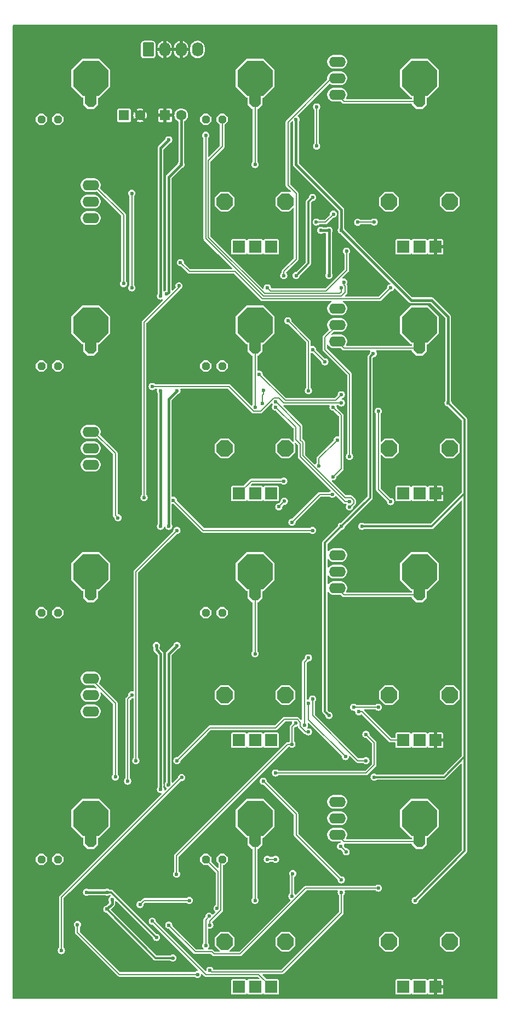
<source format=gbr>
%TF.GenerationSoftware,KiCad,Pcbnew,8.0.6*%
%TF.CreationDate,2025-04-05T08:59:43-04:00*%
%TF.ProjectId,Blinds4U,426c696e-6473-4345-952e-6b696361645f,rev?*%
%TF.SameCoordinates,Original*%
%TF.FileFunction,Copper,L2,Bot*%
%TF.FilePolarity,Positive*%
%FSLAX46Y46*%
G04 Gerber Fmt 4.6, Leading zero omitted, Abs format (unit mm)*
G04 Created by KiCad (PCBNEW 8.0.6) date 2025-04-05 08:59:43*
%MOMM*%
%LPD*%
G01*
G04 APERTURE LIST*
G04 Aperture macros list*
%AMRoundRect*
0 Rectangle with rounded corners*
0 $1 Rounding radius*
0 $2 $3 $4 $5 $6 $7 $8 $9 X,Y pos of 4 corners*
0 Add a 4 corners polygon primitive as box body*
4,1,4,$2,$3,$4,$5,$6,$7,$8,$9,$2,$3,0*
0 Add four circle primitives for the rounded corners*
1,1,$1+$1,$2,$3*
1,1,$1+$1,$4,$5*
1,1,$1+$1,$6,$7*
1,1,$1+$1,$8,$9*
0 Add four rect primitives between the rounded corners*
20,1,$1+$1,$2,$3,$4,$5,0*
20,1,$1+$1,$4,$5,$6,$7,0*
20,1,$1+$1,$6,$7,$8,$9,0*
20,1,$1+$1,$8,$9,$2,$3,0*%
%AMOutline5P*
0 Free polygon, 5 corners , with rotation*
0 The origin of the aperture is its center*
0 number of corners: always 5*
0 $1 to $10 corner X, Y*
0 $11 Rotation angle, in degrees counterclockwise*
0 create outline with 5 corners*
4,1,5,$1,$2,$3,$4,$5,$6,$7,$8,$9,$10,$1,$2,$11*%
%AMOutline6P*
0 Free polygon, 6 corners , with rotation*
0 The origin of the aperture is its center*
0 number of corners: always 6*
0 $1 to $12 corner X, Y*
0 $13 Rotation angle, in degrees counterclockwise*
0 create outline with 6 corners*
4,1,6,$1,$2,$3,$4,$5,$6,$7,$8,$9,$10,$11,$12,$1,$2,$13*%
%AMOutline7P*
0 Free polygon, 7 corners , with rotation*
0 The origin of the aperture is its center*
0 number of corners: always 7*
0 $1 to $14 corner X, Y*
0 $15 Rotation angle, in degrees counterclockwise*
0 create outline with 7 corners*
4,1,7,$1,$2,$3,$4,$5,$6,$7,$8,$9,$10,$11,$12,$13,$14,$1,$2,$15*%
%AMOutline8P*
0 Free polygon, 8 corners , with rotation*
0 The origin of the aperture is its center*
0 number of corners: always 8*
0 $1 to $16 corner X, Y*
0 $17 Rotation angle, in degrees counterclockwise*
0 create outline with 8 corners*
4,1,8,$1,$2,$3,$4,$5,$6,$7,$8,$9,$10,$11,$12,$13,$14,$15,$16,$1,$2,$17*%
G04 Aperture macros list end*
%TA.AperFunction,ComponentPad*%
%ADD10R,1.600000X1.600000*%
%TD*%
%TA.AperFunction,ComponentPad*%
%ADD11C,1.600000*%
%TD*%
%TA.AperFunction,ComponentPad*%
%ADD12Outline8P,-2.750000X1.210000X-1.210000X2.750000X1.210000X2.750000X2.750000X1.210000X2.750000X-1.210000X1.210000X-2.750000X-1.210000X-2.750000X-2.750000X-1.210000X0.000000*%
%TD*%
%TA.AperFunction,ComponentPad*%
%ADD13Outline6P,-0.889000X0.373380X-0.373380X0.889000X0.373380X0.889000X0.889000X0.373380X0.889000X-0.889000X-0.889000X-0.889000X180.000000*%
%TD*%
%TA.AperFunction,ComponentPad*%
%ADD14RoundRect,0.250000X-0.620000X-0.845000X0.620000X-0.845000X0.620000X0.845000X-0.620000X0.845000X0*%
%TD*%
%TA.AperFunction,ComponentPad*%
%ADD15O,1.740000X2.190000*%
%TD*%
%TA.AperFunction,ComponentPad*%
%ADD16O,2.600000X1.600000*%
%TD*%
%TA.AperFunction,ComponentPad*%
%ADD17Outline8P,-0.609600X0.252505X-0.252505X0.609600X0.252505X0.609600X0.609600X0.252505X0.609600X-0.252505X0.252505X-0.609600X-0.252505X-0.609600X-0.609600X-0.252505X180.000000*%
%TD*%
%TA.AperFunction,ComponentPad*%
%ADD18Outline8P,-0.609600X0.252505X-0.252505X0.609600X0.252505X0.609600X0.609600X0.252505X0.609600X-0.252505X0.252505X-0.609600X-0.252505X-0.609600X-0.609600X-0.252505X0.000000*%
%TD*%
%TA.AperFunction,ComponentPad*%
%ADD19R,1.879600X1.879600*%
%TD*%
%TA.AperFunction,ComponentPad*%
%ADD20Outline8P,-1.270000X0.526051X-0.526051X1.270000X0.526051X1.270000X1.270000X0.526051X1.270000X-0.526051X0.526051X-1.270000X-0.526051X-1.270000X-1.270000X-0.526051X90.000000*%
%TD*%
%TA.AperFunction,ViaPad*%
%ADD21C,0.600000*%
%TD*%
%TA.AperFunction,Conductor*%
%ADD22C,0.400000*%
%TD*%
%TA.AperFunction,Conductor*%
%ADD23C,0.200000*%
%TD*%
%TA.AperFunction,Conductor*%
%ADD24C,0.300000*%
%TD*%
G04 APERTURE END LIST*
D10*
%TO.P,C1,1*%
%TO.N,GND*%
X59754888Y-40640000D03*
D11*
%TO.P,C1,2*%
%TO.N,VEE*%
X62254888Y-40640000D03*
%TD*%
D12*
%TO.P,REF\u002A\u002A,*%
%TO.N,N$77*%
X73660000Y-149225000D03*
D13*
X73660000Y-152835000D03*
%TD*%
D12*
%TO.P,REF\u002A\u002A,*%
%TO.N,N$71*%
X48260000Y-149225000D03*
D13*
X48260000Y-152835000D03*
%TD*%
D10*
%TO.P,C2,1*%
%TO.N,VCC*%
X53404887Y-40640000D03*
D11*
%TO.P,C2,2*%
%TO.N,GND*%
X55904887Y-40640000D03*
%TD*%
D12*
%TO.P,REF\u002A\u002A,*%
%TO.N,CV_IN_1*%
X73660000Y-34925000D03*
D13*
X73660000Y-38535000D03*
%TD*%
D12*
%TO.P,REF\u002A\u002A,*%
%TO.N,In2*%
X99060000Y-73025000D03*
D13*
X99060000Y-76635000D03*
%TD*%
D12*
%TO.P,REF\u002A\u002A,*%
%TO.N,In3*%
X99060000Y-111125000D03*
D13*
X99060000Y-114735000D03*
%TD*%
D12*
%TO.P,REF\u002A\u002A,*%
%TO.N,In4*%
X99060000Y-149225000D03*
D13*
X99060000Y-152835000D03*
%TD*%
D12*
%TO.P,REF\u002A\u002A,*%
%TO.N,N$7*%
X48260000Y-34925000D03*
D13*
X48260000Y-38535000D03*
%TD*%
D12*
%TO.P,REF\u002A\u002A,*%
%TO.N,In1*%
X99060000Y-34925000D03*
D13*
X99060000Y-38535000D03*
%TD*%
D12*
%TO.P,REF\u002A\u002A,*%
%TO.N,N$50*%
X73660000Y-111125000D03*
D13*
X73660000Y-114735000D03*
%TD*%
D14*
%TO.P,REF\u002A\u002A,1*%
%TO.N,N$11*%
X57150000Y-30500000D03*
D15*
%TO.P,REF\u002A\u002A,2*%
%TO.N,GND*%
X59690000Y-30500000D03*
%TO.P,REF\u002A\u002A,3*%
X62230000Y-30500000D03*
%TO.P,REF\u002A\u002A,4*%
%TO.N,N$12*%
X64770000Y-30500000D03*
%TD*%
D12*
%TO.P,REF\u002A\u002A,*%
%TO.N,N$6*%
X48260000Y-73025000D03*
D13*
X48260000Y-76635000D03*
%TD*%
D12*
%TO.P,REF\u002A\u002A,*%
%TO.N,N$28*%
X73660000Y-73025000D03*
D13*
X73660000Y-76635000D03*
%TD*%
D12*
%TO.P,REF\u002A\u002A,*%
%TO.N,N$23*%
X48260000Y-111125000D03*
D13*
X48260000Y-114735000D03*
%TD*%
D16*
%TO.P,Out3SW,1*%
%TO.N,N$61*%
X48260000Y-127635000D03*
%TO.P,Out3SW,2*%
%TO.N,N$23*%
X48260000Y-130175000D03*
%TO.P,Out3SW,3*%
%TO.N,N/C*%
X48260000Y-132715000D03*
%TD*%
D17*
%TO.P,LED7,A*%
%TO.N,N$85*%
X43180000Y-155575000D03*
%TO.P,LED7,K*%
%TO.N,N$84*%
X40640000Y-155575000D03*
%TD*%
%TO.P,LED5,A*%
%TO.N,N$59*%
X43180000Y-117475000D03*
%TO.P,LED5,K*%
%TO.N,N$58*%
X40640000Y-117475000D03*
%TD*%
D18*
%TO.P,LED4,A*%
%TO.N,N$34*%
X66040000Y-79375000D03*
%TO.P,LED4,K*%
%TO.N,N$33*%
X68580000Y-79375000D03*
%TD*%
D17*
%TO.P,LED3,A*%
%TO.N,N$36*%
X43180000Y-79375000D03*
%TO.P,LED3,K*%
%TO.N,N$35*%
X40640000Y-79375000D03*
%TD*%
D16*
%TO.P,In3SW,1*%
%TO.N,N$94*%
X86360000Y-108585000D03*
%TO.P,In3SW,2*%
%TO.N,N$93*%
X86360000Y-111125000D03*
%TO.P,In3SW,3*%
%TO.N,In3*%
X86360000Y-113665000D03*
%TD*%
D19*
%TO.P,R64,P$1*%
%TO.N,N$53*%
X96560000Y-137175000D03*
%TO.P,R64,P$2*%
%TO.N,N$55*%
X99060000Y-137175000D03*
%TO.P,R64,P$3*%
%TO.N,GND*%
X101560000Y-137175000D03*
D20*
%TO.P,R64,P$4*%
%TO.N,N/C*%
X94360000Y-130175000D03*
%TO.P,R64,P$5*%
X103760000Y-130175000D03*
%TD*%
D19*
%TO.P,R65,P$1*%
%TO.N,N$51*%
X71160000Y-137175000D03*
%TO.P,R65,P$2*%
%TO.N,N$70*%
X73660000Y-137175000D03*
%TO.P,R65,P$3*%
%TO.N,N$53*%
X76160000Y-137175000D03*
D20*
%TO.P,R65,P$4*%
%TO.N,N/C*%
X68960000Y-130175000D03*
%TO.P,R65,P$5*%
X78360000Y-130175000D03*
%TD*%
D18*
%TO.P,LED6,A*%
%TO.N,N$57*%
X66040000Y-117475000D03*
%TO.P,LED6,K*%
%TO.N,N$56*%
X68580000Y-117475000D03*
%TD*%
%TO.P,LED8,A*%
%TO.N,N$83*%
X66040000Y-155575000D03*
%TO.P,LED8,K*%
%TO.N,N$82*%
X68580000Y-155575000D03*
%TD*%
D19*
%TO.P,R98,P$1*%
%TO.N,N$78*%
X71160000Y-175275000D03*
%TO.P,R98,P$2*%
%TO.N,N$89*%
X73660000Y-175275000D03*
%TO.P,R98,P$3*%
%TO.N,N$80*%
X76160000Y-175275000D03*
D20*
%TO.P,R98,P$4*%
%TO.N,N/C*%
X68960000Y-168275000D03*
%TO.P,R98,P$5*%
X78360000Y-168275000D03*
%TD*%
D19*
%TO.P,R4,P$1*%
%TO.N,N$9*%
X96560000Y-60975000D03*
%TO.P,R4,P$2*%
%TO.N,N$2*%
X99060000Y-60975000D03*
%TO.P,R4,P$3*%
%TO.N,GND*%
X101560000Y-60975000D03*
D20*
%TO.P,R4,P$4*%
%TO.N,N/C*%
X94360000Y-53975000D03*
%TO.P,R4,P$5*%
X103760000Y-53975000D03*
%TD*%
D17*
%TO.P,LED1,A*%
%TO.N,N$19*%
X43180000Y-41275000D03*
%TO.P,LED1,K*%
%TO.N,N$18*%
X40640000Y-41275000D03*
%TD*%
D16*
%TO.P,In2SW,1*%
%TO.N,N$87*%
X86360000Y-70485000D03*
%TO.P,In2SW,2*%
%TO.N,N$44*%
X86360000Y-73025000D03*
%TO.P,In2SW,3*%
%TO.N,In2*%
X86360000Y-75565000D03*
%TD*%
%TO.P,Out1SW,1*%
%TO.N,N$25*%
X48260000Y-51435000D03*
%TO.P,Out1SW,2*%
%TO.N,N$7*%
X48260000Y-53975000D03*
%TO.P,Out1SW,3*%
%TO.N,N/C*%
X48260000Y-56515000D03*
%TD*%
%TO.P,Out2SW,1*%
%TO.N,N$38*%
X48260000Y-89535000D03*
%TO.P,Out2SW,2*%
%TO.N,N$6*%
X48260000Y-92075000D03*
%TO.P,Out2SW,3*%
%TO.N,N/C*%
X48260000Y-94615000D03*
%TD*%
D19*
%TO.P,R5,P$1*%
%TO.N,N$5*%
X71160000Y-60975000D03*
%TO.P,R5,P$2*%
%TO.N,N$14*%
X73660000Y-60975000D03*
%TO.P,R5,P$3*%
%TO.N,N$9*%
X76160000Y-60975000D03*
D20*
%TO.P,R5,P$4*%
%TO.N,N/C*%
X68960000Y-53975000D03*
%TO.P,R5,P$5*%
X78360000Y-53975000D03*
%TD*%
D16*
%TO.P,In1SW,1*%
%TO.N,N$54*%
X86360000Y-32385000D03*
%TO.P,In1SW,2*%
%TO.N,N$21*%
X86360000Y-34925000D03*
%TO.P,In1SW,3*%
%TO.N,In1*%
X86360000Y-37465000D03*
%TD*%
%TO.P,In4SW,1*%
%TO.N,N$95*%
X86360000Y-146685000D03*
%TO.P,In4SW,2*%
%TO.N,N$69*%
X86360000Y-149225000D03*
%TO.P,In4SW,3*%
%TO.N,In4*%
X86360000Y-151765000D03*
%TD*%
D19*
%TO.P,R36,P$1*%
%TO.N,N$31*%
X96560000Y-99075000D03*
%TO.P,R36,P$2*%
%TO.N,N$32*%
X99060000Y-99075000D03*
%TO.P,R36,P$3*%
%TO.N,GND*%
X101560000Y-99075000D03*
D20*
%TO.P,R36,P$4*%
%TO.N,N/C*%
X94360000Y-92075000D03*
%TO.P,R36,P$5*%
X103760000Y-92075000D03*
%TD*%
D19*
%TO.P,R97,P$1*%
%TO.N,N$80*%
X96560000Y-175275000D03*
%TO.P,R97,P$2*%
%TO.N,N$81*%
X99060000Y-175275000D03*
%TO.P,R97,P$3*%
%TO.N,GND*%
X101560000Y-175275000D03*
D20*
%TO.P,R97,P$4*%
%TO.N,N/C*%
X94360000Y-168275000D03*
%TO.P,R97,P$5*%
X103760000Y-168275000D03*
%TD*%
D18*
%TO.P,LED2,A*%
%TO.N,N$15*%
X66040000Y-41275000D03*
%TO.P,LED2,K*%
%TO.N,N$4*%
X68580000Y-41275000D03*
%TD*%
D19*
%TO.P,R37,P$1*%
%TO.N,N$29*%
X71160000Y-99075000D03*
%TO.P,R37,P$2*%
%TO.N,N$40*%
X73660000Y-99075000D03*
%TO.P,R37,P$3*%
%TO.N,N$31*%
X76160000Y-99075000D03*
D20*
%TO.P,R37,P$4*%
%TO.N,N/C*%
X68960000Y-92075000D03*
%TO.P,R37,P$5*%
X78360000Y-92075000D03*
%TD*%
D21*
%TO.N,GND*%
X86360000Y-100888800D03*
X82550000Y-90805000D03*
X104775000Y-172085000D03*
X41554400Y-166725600D03*
X86817200Y-96799400D03*
X75565000Y-157480000D03*
X81915000Y-85725000D03*
X75565000Y-167640000D03*
X48412400Y-165989000D03*
X90627200Y-98399600D03*
X83820000Y-90170000D03*
X60325000Y-46990000D03*
X63906400Y-130530600D03*
X60960000Y-175260000D03*
X80010000Y-93980000D03*
X80645000Y-100330000D03*
X45491400Y-166319200D03*
X46990000Y-163830000D03*
X84734400Y-137718800D03*
X80924400Y-62966600D03*
X82550000Y-48869600D03*
X90805000Y-63500000D03*
X51435000Y-165735000D03*
X82321400Y-40411400D03*
X62865000Y-59690000D03*
X62636400Y-165887400D03*
X87401400Y-47599600D03*
X93980000Y-59055000D03*
X60960000Y-164795200D03*
X90805000Y-137795000D03*
X81889600Y-92125800D03*
X83667600Y-60706000D03*
X94615000Y-78105000D03*
X89128600Y-58242200D03*
X55245000Y-54610000D03*
X97155000Y-154305000D03*
X90805000Y-67310000D03*
X57785000Y-163830000D03*
X99060000Y-140335000D03*
X46355000Y-173990000D03*
X58216800Y-130860800D03*
X79375000Y-149860000D03*
X81915000Y-138430000D03*
X42545000Y-174625000D03*
X75565000Y-90805000D03*
X83820000Y-104140000D03*
X83820000Y-133350000D03*
X61137800Y-129413000D03*
X88900000Y-133350000D03*
X46405800Y-169138600D03*
X86360000Y-64135000D03*
X97790000Y-158115000D03*
X78105000Y-80645000D03*
X66598800Y-163220400D03*
X88900000Y-168275000D03*
X64820800Y-55981600D03*
X62865000Y-50800000D03*
X80899000Y-36068000D03*
%TO.N,VCC*%
X85090000Y-58420000D03*
X60325000Y-44450000D03*
X86885973Y-153560973D03*
X86995000Y-104140000D03*
X59055000Y-104140000D03*
X85090000Y-133350000D03*
X59055000Y-83185000D03*
X50800000Y-160655000D03*
X91935000Y-77470000D03*
X59055000Y-144780000D03*
X58420000Y-167640000D03*
X58420000Y-122555000D03*
X47625000Y-160655000D03*
X59055000Y-68580000D03*
X87739027Y-154414027D03*
X83820000Y-58420000D03*
X85090000Y-65405000D03*
%TO.N,AREF_-10*%
X79484457Y-157778161D03*
X79375000Y-161290000D03*
%TO.N,VEE*%
X103505000Y-85090000D03*
X50740084Y-163254916D03*
X98406800Y-161925000D03*
X61595000Y-83185000D03*
X60007500Y-68262500D03*
X86995000Y-58420000D03*
X62230000Y-48260000D03*
X60960000Y-170815000D03*
X90170000Y-104140000D03*
X51560743Y-161799257D03*
X60325000Y-104140000D03*
X61595000Y-122555000D03*
X92075000Y-142875000D03*
X60250073Y-144070073D03*
X79980393Y-41306047D03*
%TO.N,AREF_+10*%
X61526800Y-157856800D03*
X79933367Y-134543367D03*
X80010000Y-65405000D03*
X78186527Y-100248473D03*
X77333473Y-101101527D03*
X74820973Y-85199027D03*
X82550000Y-53340000D03*
X83185000Y-45405000D03*
X83185000Y-39370000D03*
X79360973Y-137809027D03*
X75006632Y-83108368D03*
%TO.N,N$3*%
X86995000Y-83820000D03*
X54610000Y-52705000D03*
X74295000Y-80645000D03*
X54610000Y-67310000D03*
%TO.N,CV_IN_1*%
X73660000Y-48260000D03*
%TO.N,N$5*%
X87807800Y-61620400D03*
X75565000Y-67310000D03*
%TO.N,GAIN_1*%
X94615000Y-67310000D03*
X83116800Y-57150000D03*
X62120973Y-63390973D03*
X89520973Y-57164027D03*
X85768507Y-55917481D03*
X92075000Y-57150000D03*
%TO.N,N$4*%
X86995000Y-67310000D03*
%TO.N,N$15*%
X87387223Y-66432223D03*
X66040000Y-43746800D03*
%TO.N,1_TO_2*%
X56515000Y-99695000D03*
X61912500Y-66992500D03*
%TO.N,N$25*%
X53340000Y-66643200D03*
%TO.N,N$65*%
X78740000Y-72390000D03*
X81915000Y-83185000D03*
%TO.N,N$66*%
X84455000Y-78740000D03*
X82550000Y-76835000D03*
%TO.N,N$21*%
X78105000Y-65405000D03*
%TO.N,N$26*%
X57785000Y-82550000D03*
X86995000Y-85090000D03*
%TO.N,N$28*%
X73660000Y-85725000D03*
%TO.N,N$29*%
X78105000Y-97155000D03*
%TO.N,N$30*%
X79375000Y-103505000D03*
X85593960Y-99191041D03*
%TO.N,GAIN_2*%
X82550000Y-104775000D03*
X61028200Y-100108537D03*
X94615000Y-100330000D03*
X92710000Y-86360000D03*
%TO.N,N$33*%
X76835000Y-84921797D03*
X88265000Y-101133203D03*
%TO.N,N$34*%
X88265000Y-100330000D03*
X76835000Y-85725000D03*
%TO.N,N$38*%
X52473200Y-102838200D03*
%TO.N,N$42*%
X85702500Y-96497500D03*
X85725000Y-85725000D03*
%TO.N,N$43*%
X86360000Y-90805000D03*
X83497500Y-94797500D03*
%TO.N,N$44*%
X88265000Y-93345000D03*
%TO.N,2_TO_3*%
X61595000Y-104775000D03*
X55245000Y-140335000D03*
%TO.N,N$48*%
X74930000Y-143510000D03*
X54610000Y-130175000D03*
X53975000Y-143510000D03*
X86995000Y-158750000D03*
%TO.N,N$50*%
X73660000Y-123825000D03*
%TO.N,N$51*%
X76835000Y-142240000D03*
X90805000Y-136284999D03*
%TO.N,N$53*%
X89687400Y-132765800D03*
%TO.N,GAIN_3*%
X92710000Y-132080000D03*
X88900000Y-132080000D03*
X61595000Y-140335000D03*
X81915000Y-135890000D03*
%TO.N,N$56*%
X90805000Y-140335000D03*
X82550000Y-130810000D03*
%TO.N,N$57*%
X81915000Y-131445000D03*
X87630000Y-139700000D03*
%TO.N,N$61*%
X52070000Y-142843200D03*
%TO.N,N$74*%
X86995000Y-160655000D03*
X66675000Y-172720000D03*
X64770000Y-173355000D03*
X46220573Y-165651373D03*
%TO.N,N$77*%
X73660000Y-161925000D03*
%TO.N,N$79*%
X55880000Y-162560000D03*
X63500000Y-161925000D03*
%TO.N,N$80*%
X57785000Y-165130000D03*
%TO.N,GAIN_4*%
X92710000Y-160020000D03*
X60327822Y-165739761D03*
%TO.N,N$82*%
X66675000Y-165735000D03*
%TO.N,N$83*%
X67788747Y-163133199D03*
%TO.N,3_TO_4*%
X62313918Y-142944347D03*
X43725000Y-169658200D03*
%TO.N,N$93*%
X81915000Y-124460000D03*
X81311800Y-134871042D03*
%TO.N,N$69*%
X75565000Y-155575000D03*
X76835000Y-155575000D03*
%TO.N,N$101*%
X66565973Y-164355973D03*
X66040000Y-168910000D03*
%TD*%
D22*
%TO.N,VCC*%
X59055000Y-144780000D02*
X59055000Y-123825000D01*
D23*
X86885973Y-153560973D02*
X87739027Y-154414027D01*
D22*
X83820000Y-58420000D02*
X85090000Y-58420000D01*
D24*
X86995000Y-104140000D02*
X84455000Y-106680000D01*
D22*
X59055000Y-123825000D02*
X58420000Y-123190000D01*
X59055000Y-83185000D02*
X59055000Y-104140000D01*
D24*
X91440000Y-77965000D02*
X91440000Y-99695000D01*
X84455000Y-132715000D02*
X85090000Y-133350000D01*
D22*
X59055000Y-68580000D02*
X59055000Y-45720000D01*
D24*
X58395961Y-167640000D02*
X58420000Y-167640000D01*
X50800000Y-160655000D02*
X51410961Y-160655000D01*
X91935000Y-77470000D02*
X91440000Y-77965000D01*
X51410961Y-160655000D02*
X58395961Y-167640000D01*
D22*
X59055000Y-45720000D02*
X60325000Y-44450000D01*
D24*
X91440000Y-99695000D02*
X86995000Y-104140000D01*
D22*
X58420000Y-123190000D02*
X58420000Y-122555000D01*
X85090000Y-65405000D02*
X85090000Y-58420000D01*
D24*
X84455000Y-106680000D02*
X84455000Y-132715000D01*
D22*
X50800000Y-160655000D02*
X47625000Y-160655000D01*
D23*
%TO.N,AREF_-10*%
X79375000Y-157887618D02*
X79484457Y-157778161D01*
X79375000Y-161290000D02*
X79375000Y-157887618D01*
D24*
%TO.N,VEE*%
X50740084Y-163254916D02*
X58300168Y-170815000D01*
X106045000Y-87630000D02*
X106045000Y-99060000D01*
X100965000Y-104140000D02*
X106045000Y-99060000D01*
D22*
X100965000Y-69215000D02*
X103505000Y-71755000D01*
X79980393Y-41306047D02*
X79980393Y-48230393D01*
X60325000Y-123825000D02*
X61595000Y-122555000D01*
X60325000Y-143995146D02*
X60325000Y-123825000D01*
X79980393Y-48230393D02*
X86995000Y-55245000D01*
D24*
X106045000Y-99060000D02*
X106045000Y-139700000D01*
X102870000Y-142875000D02*
X92075000Y-142875000D01*
D22*
X97790000Y-69215000D02*
X100965000Y-69215000D01*
D24*
X102870000Y-142875000D02*
X106045000Y-139700000D01*
X100965000Y-104140000D02*
X90170000Y-104140000D01*
D22*
X60250073Y-144070073D02*
X60325000Y-143995146D01*
X86995000Y-55245000D02*
X86995000Y-58420000D01*
X60325000Y-104140000D02*
X60325000Y-84455000D01*
D24*
X106045000Y-139700000D02*
X106045000Y-154286800D01*
D22*
X86995000Y-58420000D02*
X97790000Y-69215000D01*
X103505000Y-71755000D02*
X103505000Y-85090000D01*
X51560743Y-161799257D02*
X51560743Y-162434257D01*
D24*
X58300168Y-170815000D02*
X60960000Y-170815000D01*
D22*
X60325000Y-50165000D02*
X62230000Y-48260000D01*
X60325000Y-84455000D02*
X61595000Y-83185000D01*
X60007500Y-68262500D02*
X60325000Y-67945000D01*
D24*
X106045000Y-154286800D02*
X98406800Y-161925000D01*
D22*
X51560743Y-162434257D02*
X50740084Y-163254916D01*
X60325000Y-67945000D02*
X60325000Y-50165000D01*
D24*
X103505000Y-85090000D02*
X106045000Y-87630000D01*
D22*
X62254888Y-48235112D02*
X62230000Y-48260000D01*
X62254888Y-40640000D02*
X62254888Y-48235112D01*
D24*
%TO.N,AREF_+10*%
X80010000Y-65405000D02*
X81915000Y-63500000D01*
D23*
X75006632Y-83108368D02*
X75006632Y-83743368D01*
X79360973Y-137809027D02*
X78725973Y-137809027D01*
X75006632Y-83743368D02*
X74820973Y-83929027D01*
X79360973Y-137809027D02*
X79375000Y-137795000D01*
X78725973Y-137809027D02*
X61526800Y-155008200D01*
X79375000Y-137795000D02*
X79375000Y-135101734D01*
X74820973Y-83929027D02*
X74820973Y-85199027D01*
X83185000Y-45405000D02*
X83185000Y-39370000D01*
D24*
X81915000Y-63500000D02*
X81915000Y-53975000D01*
D23*
X79375000Y-135101734D02*
X79933367Y-134543367D01*
D24*
X81915000Y-53975000D02*
X82550000Y-53340000D01*
D23*
X61526800Y-155008200D02*
X61526800Y-157856800D01*
X78186527Y-100248473D02*
X77333473Y-101101527D01*
%TO.N,N$3*%
X54610000Y-67310000D02*
X54610000Y-52705000D01*
X86995000Y-83820000D02*
X86128200Y-84686800D01*
X78336800Y-84686800D02*
X74295000Y-80645000D01*
X78336800Y-84686800D02*
X86128200Y-84686800D01*
%TO.N,CV_IN_1*%
X73660000Y-48260000D02*
X73660000Y-38535000D01*
%TO.N,N$5*%
X87807800Y-61620400D02*
X87807800Y-64592200D01*
X87807800Y-64592200D02*
X84626400Y-67773600D01*
X84626400Y-67773600D02*
X76028600Y-67773600D01*
X76028600Y-67773600D02*
X75565000Y-67310000D01*
%TO.N,GAIN_1*%
X84535988Y-57150000D02*
X85768507Y-55917481D01*
X89535000Y-57150000D02*
X89520973Y-57164027D01*
X70549790Y-64770000D02*
X74762989Y-68983200D01*
X62120973Y-63390973D02*
X63500000Y-64770000D01*
X83116800Y-57150000D02*
X84535988Y-57150000D01*
X63500000Y-64770000D02*
X70549790Y-64770000D01*
X92941800Y-68983200D02*
X94615000Y-67310000D01*
X74762989Y-68983200D02*
X92941800Y-68983200D01*
X92075000Y-57150000D02*
X89535000Y-57150000D01*
%TO.N,N$4*%
X86995000Y-67945000D02*
X86763200Y-68176800D01*
X86995000Y-67310000D02*
X86995000Y-67945000D01*
X75097010Y-68176800D02*
X66443200Y-59522990D01*
X68580000Y-45488200D02*
X68580000Y-41275000D01*
X66443200Y-59522990D02*
X66443200Y-47625000D01*
X66443200Y-47625000D02*
X68580000Y-45488200D01*
X86763200Y-68176800D02*
X75097010Y-68176800D01*
%TO.N,N$15*%
X87387223Y-66432223D02*
X87387223Y-66849169D01*
X87598200Y-67060146D02*
X87598200Y-67976800D01*
X87598200Y-67976800D02*
X86995000Y-68580000D01*
X86995000Y-68580000D02*
X74930000Y-68580000D01*
X66040000Y-59690000D02*
X66040000Y-43746800D01*
X87387223Y-66849169D02*
X87598200Y-67060146D01*
X74930000Y-68580000D02*
X66040000Y-59690000D01*
%TO.N,1_TO_2*%
X61912500Y-66992500D02*
X61912500Y-67210554D01*
X56515000Y-72608054D02*
X56515000Y-99695000D01*
X61912500Y-67210554D02*
X56515000Y-72608054D01*
%TO.N,N$25*%
X53340000Y-56015000D02*
X48760000Y-51435000D01*
X53340000Y-66643200D02*
X53340000Y-56015000D01*
X48760000Y-51435000D02*
X48260000Y-51435000D01*
%TO.N,N$65*%
X78740000Y-72390000D02*
X81915000Y-75565000D01*
X81915000Y-75565000D02*
X81915000Y-83185000D01*
%TO.N,N$66*%
X84455000Y-78740000D02*
X82550000Y-76835000D01*
%TO.N,N$21*%
X78740000Y-41693386D02*
X85508386Y-34925000D01*
X78740000Y-51435000D02*
X78740000Y-41693386D01*
X80010000Y-52705000D02*
X78740000Y-51435000D01*
X78105000Y-65405000D02*
X78105000Y-64770000D01*
X78105000Y-64770000D02*
X80010000Y-62865000D01*
X85508386Y-34925000D02*
X86360000Y-34925000D01*
X80010000Y-62865000D02*
X80010000Y-52705000D01*
%TO.N,N$26*%
X77333597Y-84318597D02*
X78105000Y-85090000D01*
X76554457Y-84318597D02*
X77333597Y-84318597D01*
X73441946Y-86360000D02*
X74513054Y-86360000D01*
X74513054Y-86360000D02*
X76554457Y-84318597D01*
X57785000Y-82550000D02*
X69631946Y-82550000D01*
X69631946Y-82550000D02*
X73441946Y-86360000D01*
X78105000Y-85090000D02*
X86995000Y-85090000D01*
%TO.N,N$28*%
X73660000Y-85725000D02*
X73660000Y-76635000D01*
%TO.N,N$29*%
X73080000Y-97155000D02*
X71160000Y-99075000D01*
X78105000Y-97155000D02*
X73080000Y-97155000D01*
%TO.N,N$30*%
X83688959Y-99191041D02*
X85593960Y-99191041D01*
X79375000Y-103505000D02*
X83688959Y-99191041D01*
%TO.N,GAIN_2*%
X61028200Y-100108537D02*
X65694663Y-104775000D01*
X94615000Y-100330000D02*
X92710000Y-98425000D01*
X65694663Y-104775000D02*
X82550000Y-104775000D01*
X92710000Y-98425000D02*
X92710000Y-86360000D01*
%TO.N,N$33*%
X87630000Y-99695000D02*
X87541946Y-99695000D01*
X88265000Y-101133203D02*
X88314851Y-101133203D01*
X88900000Y-100111946D02*
X88483054Y-99695000D01*
X88314851Y-101133203D02*
X88900000Y-100548054D01*
X88900000Y-100548054D02*
X88900000Y-100111946D01*
X81048200Y-93201254D02*
X81048200Y-91208200D01*
X87541946Y-99695000D02*
X81048200Y-93201254D01*
X88483054Y-99695000D02*
X87630000Y-99695000D01*
X81048200Y-91208200D02*
X80645000Y-90805000D01*
X80645000Y-90805000D02*
X80645000Y-88681946D01*
X80645000Y-88681946D02*
X77053054Y-85090000D01*
X77053054Y-85090000D02*
X77003203Y-85090000D01*
X77003203Y-85090000D02*
X76835000Y-84921797D01*
%TO.N,N$34*%
X80645000Y-91440000D02*
X79933200Y-90728200D01*
X80645000Y-93389027D02*
X80645000Y-91440000D01*
X87585973Y-100330000D02*
X80645000Y-93389027D01*
X88265000Y-100330000D02*
X87585973Y-100330000D01*
X79933200Y-90728200D02*
X79933200Y-88823200D01*
X79933200Y-88823200D02*
X76835000Y-85725000D01*
%TO.N,N$38*%
X52070000Y-92845000D02*
X48760000Y-89535000D01*
X48760000Y-89535000D02*
X48260000Y-89535000D01*
X52473200Y-102838200D02*
X52070000Y-102435000D01*
X52070000Y-102435000D02*
X52070000Y-92845000D01*
%TO.N,N$42*%
X85725000Y-85725000D02*
X86963200Y-86963200D01*
X86963200Y-86963200D02*
X86963200Y-95236800D01*
X86963200Y-95236800D02*
X85702500Y-96497500D01*
%TO.N,N$43*%
X83497500Y-93667500D02*
X86360000Y-90805000D01*
X83497500Y-94797500D02*
X83497500Y-93667500D01*
%TO.N,N$44*%
X88265000Y-93345000D02*
X88265000Y-80645000D01*
X88265000Y-80645000D02*
X84455000Y-76835000D01*
X84455000Y-74930000D02*
X86360000Y-73025000D01*
X84455000Y-76835000D02*
X84455000Y-74930000D01*
%TO.N,2_TO_3*%
X55245000Y-140335000D02*
X55245000Y-111125000D01*
X55245000Y-111125000D02*
X61595000Y-104775000D01*
%TO.N,N$48*%
X53975000Y-130810000D02*
X54610000Y-130175000D01*
X86995000Y-158750000D02*
X80010000Y-151765000D01*
X80010000Y-148590000D02*
X74930000Y-143510000D01*
X80010000Y-151765000D02*
X80010000Y-148590000D01*
X53975000Y-143510000D02*
X53975000Y-130810000D01*
%TO.N,N$50*%
X73660000Y-123825000D02*
X73660000Y-114735000D01*
%TO.N,N$51*%
X76835000Y-142240000D02*
X90805000Y-142240000D01*
X92075000Y-137554999D02*
X90805000Y-136284999D01*
X90805000Y-142240000D02*
X92075000Y-140970000D01*
X92075000Y-140970000D02*
X92075000Y-137554999D01*
%TO.N,N$53*%
X94630000Y-137175000D02*
X96560000Y-137175000D01*
X89687400Y-132765800D02*
X90220800Y-132765800D01*
X90220800Y-132765800D02*
X94630000Y-137175000D01*
%TO.N,GAIN_3*%
X76835000Y-135255000D02*
X78149833Y-133940167D01*
X66675000Y-135255000D02*
X76835000Y-135255000D01*
X80183221Y-133940167D02*
X80645000Y-134401946D01*
X80645000Y-135057296D02*
X81477704Y-135890000D01*
X80645000Y-134401946D02*
X80645000Y-135057296D01*
X81477704Y-135890000D02*
X81915000Y-135890000D01*
X61595000Y-140335000D02*
X66675000Y-135255000D01*
X92710000Y-132080000D02*
X88900000Y-132080000D01*
X78149833Y-133940167D02*
X80183221Y-133940167D01*
%TO.N,N$56*%
X90805000Y-140335000D02*
X89535000Y-140335000D01*
X82550000Y-133350000D02*
X82550000Y-130810000D01*
X89535000Y-140335000D02*
X82550000Y-133350000D01*
%TO.N,N$57*%
X87630000Y-139700000D02*
X81915000Y-133985000D01*
X81915000Y-133985000D02*
X81915000Y-131445000D01*
%TO.N,N$61*%
X52070000Y-131445000D02*
X48260000Y-127635000D01*
X52070000Y-142843200D02*
X52070000Y-131445000D01*
%TO.N,N$74*%
X77873200Y-172951800D02*
X86995000Y-163830000D01*
X86995000Y-163830000D02*
X86995000Y-160655000D01*
X46220573Y-165651373D02*
X46220573Y-166870573D01*
X52705000Y-173355000D02*
X64770000Y-173355000D01*
X66906800Y-172951800D02*
X77873200Y-172951800D01*
X46220573Y-166870573D02*
X52705000Y-173355000D01*
X66675000Y-172720000D02*
X66906800Y-172951800D01*
%TO.N,N$77*%
X73660000Y-161925000D02*
X73660000Y-152835000D01*
%TO.N,N$79*%
X56515000Y-161925000D02*
X55880000Y-162560000D01*
X63500000Y-161925000D02*
X56515000Y-161925000D01*
%TO.N,N$80*%
X74240000Y-173355000D02*
X66040000Y-173355000D01*
X76160000Y-175275000D02*
X74240000Y-173355000D01*
X57815000Y-165130000D02*
X57785000Y-165130000D01*
X66040000Y-173355000D02*
X57815000Y-165130000D01*
%TO.N,GAIN_4*%
X67310000Y-170180000D02*
X66978200Y-169848200D01*
X81498054Y-160020000D02*
X71338054Y-170180000D01*
X71338054Y-170180000D02*
X67310000Y-170180000D01*
X92710000Y-160020000D02*
X81498054Y-160020000D01*
X66978200Y-169848200D02*
X64436261Y-169848200D01*
X64436261Y-169848200D02*
X60327822Y-165739761D01*
%TO.N,N$82*%
X66675000Y-165100000D02*
X68391947Y-163383053D01*
X68348200Y-162839598D02*
X68348200Y-155806800D01*
X66675000Y-165735000D02*
X66675000Y-165100000D01*
X68348200Y-155806800D02*
X68580000Y-155575000D01*
X68391947Y-162883345D02*
X68348200Y-162839598D01*
X68391947Y-163383053D02*
X68391947Y-162883345D01*
%TO.N,N$83*%
X67945000Y-157480000D02*
X66040000Y-155575000D01*
X67788747Y-163133199D02*
X67945000Y-162976946D01*
X67945000Y-162976946D02*
X67945000Y-157480000D01*
%TO.N,3_TO_4*%
X62228853Y-142944347D02*
X43725000Y-161448200D01*
X62313918Y-142944347D02*
X62228853Y-142944347D01*
X43725000Y-161448200D02*
X43725000Y-169658200D01*
%TO.N,N$93*%
X81280000Y-125095000D02*
X81280000Y-134839242D01*
X81280000Y-134839242D02*
X81311800Y-134871042D01*
X81915000Y-124460000D02*
X81280000Y-125095000D01*
%TO.N,N$69*%
X75565000Y-155575000D02*
X76835000Y-155575000D01*
%TO.N,N$101*%
X66040000Y-164881946D02*
X66565973Y-164355973D01*
X66040000Y-168910000D02*
X66040000Y-164881946D01*
%TO.N,In1*%
X87430000Y-38535000D02*
X86360000Y-37465000D01*
X99060000Y-38535000D02*
X87430000Y-38535000D01*
%TO.N,In2*%
X99060000Y-76635000D02*
X87430000Y-76635000D01*
X87430000Y-76635000D02*
X86360000Y-75565000D01*
%TO.N,In3*%
X87430000Y-114735000D02*
X86360000Y-113665000D01*
X99060000Y-114735000D02*
X87430000Y-114735000D01*
%TO.N,In4*%
X87430000Y-152835000D02*
X86360000Y-151765000D01*
X99060000Y-152835000D02*
X87430000Y-152835000D01*
%TD*%
%TA.AperFunction,Conductor*%
%TO.N,GND*%
G36*
X85157015Y-85459407D02*
G01*
X85192979Y-85508907D01*
X85192979Y-85570093D01*
X85190288Y-85577385D01*
X85188670Y-85581290D01*
X85188669Y-85581291D01*
X85169750Y-85724999D01*
X85169750Y-85725000D01*
X85188669Y-85868708D01*
X85188670Y-85868709D01*
X85229540Y-85967381D01*
X85244139Y-86002625D01*
X85332379Y-86117621D01*
X85447375Y-86205861D01*
X85581291Y-86261330D01*
X85725000Y-86280250D01*
X85729228Y-86279693D01*
X85789388Y-86290839D01*
X85812160Y-86307841D01*
X86583704Y-87079385D01*
X86611481Y-87133902D01*
X86612700Y-87149389D01*
X86612700Y-90170131D01*
X86593793Y-90228322D01*
X86544293Y-90264286D01*
X86500778Y-90268284D01*
X86360001Y-90249750D01*
X86360000Y-90249750D01*
X86216291Y-90268669D01*
X86216290Y-90268670D01*
X86082378Y-90324137D01*
X86082374Y-90324139D01*
X85967381Y-90412377D01*
X85967377Y-90412381D01*
X85879139Y-90527374D01*
X85879137Y-90527378D01*
X85823670Y-90661290D01*
X85823669Y-90661291D01*
X85804750Y-90804999D01*
X85804750Y-90805003D01*
X85805307Y-90809235D01*
X85794156Y-90869395D01*
X85777158Y-90892159D01*
X84490855Y-92178463D01*
X83217030Y-93452288D01*
X83175445Y-93524315D01*
X83175444Y-93524315D01*
X83170888Y-93532207D01*
X83170886Y-93532211D01*
X83168912Y-93539578D01*
X83151418Y-93604870D01*
X83147000Y-93621357D01*
X83147000Y-94323736D01*
X83128093Y-94381927D01*
X83108269Y-94402277D01*
X83104881Y-94404876D01*
X83018439Y-94517529D01*
X82968014Y-94552184D01*
X82906850Y-94550582D01*
X82869893Y-94527265D01*
X81427696Y-93085068D01*
X81399919Y-93030551D01*
X81398700Y-93015064D01*
X81398700Y-91162057D01*
X81398700Y-91162056D01*
X81374814Y-91072912D01*
X81364365Y-91054814D01*
X81350111Y-91030126D01*
X81346517Y-91023901D01*
X81328670Y-90992988D01*
X81193320Y-90857638D01*
X81024496Y-90688813D01*
X80996719Y-90634297D01*
X80995500Y-90618810D01*
X80995500Y-88635803D01*
X80995500Y-88635802D01*
X80971614Y-88546658D01*
X80969347Y-88542731D01*
X80959035Y-88524870D01*
X80925473Y-88466738D01*
X80925472Y-88466737D01*
X80925471Y-88466736D01*
X80925470Y-88466734D01*
X78068240Y-85609504D01*
X78040463Y-85554987D01*
X78050034Y-85494555D01*
X78093299Y-85451290D01*
X78138244Y-85440500D01*
X78151144Y-85440500D01*
X85098824Y-85440500D01*
X85157015Y-85459407D01*
G37*
%TD.AperFunction*%
%TA.AperFunction,Conductor*%
G36*
X111058691Y-26714407D02*
G01*
X111094655Y-26763907D01*
X111099500Y-26794500D01*
X111099500Y-177040500D01*
X111080593Y-177098691D01*
X111031093Y-177134655D01*
X111000500Y-177139500D01*
X36319500Y-177139500D01*
X36261309Y-177120593D01*
X36225345Y-177071093D01*
X36220500Y-177040500D01*
X36220500Y-169658199D01*
X43169750Y-169658199D01*
X43169750Y-169658200D01*
X43188669Y-169801908D01*
X43188670Y-169801909D01*
X43244139Y-169935825D01*
X43332379Y-170050821D01*
X43447375Y-170139061D01*
X43581291Y-170194530D01*
X43725000Y-170213450D01*
X43868709Y-170194530D01*
X44002625Y-170139061D01*
X44117621Y-170050821D01*
X44205861Y-169935825D01*
X44261330Y-169801909D01*
X44280250Y-169658200D01*
X44261330Y-169514491D01*
X44205861Y-169380575D01*
X44117621Y-169265579D01*
X44117619Y-169265577D01*
X44117618Y-169265576D01*
X44114231Y-169262977D01*
X44079576Y-169212551D01*
X44075500Y-169184436D01*
X44075500Y-165651372D01*
X45665323Y-165651372D01*
X45665323Y-165651373D01*
X45684242Y-165795081D01*
X45684243Y-165795082D01*
X45720853Y-165883469D01*
X45739712Y-165928998D01*
X45739714Y-165929001D01*
X45739715Y-165929002D01*
X45827948Y-166043990D01*
X45827950Y-166043991D01*
X45827952Y-166043994D01*
X45831336Y-166046590D01*
X45865994Y-166097011D01*
X45870073Y-166125135D01*
X45870073Y-166916717D01*
X45893959Y-167005861D01*
X45940103Y-167085785D01*
X52489788Y-173635470D01*
X52569712Y-173681614D01*
X52658856Y-173705500D01*
X52658857Y-173705500D01*
X52751144Y-173705500D01*
X64296236Y-173705500D01*
X64354427Y-173724407D01*
X64374777Y-173744231D01*
X64377376Y-173747618D01*
X64377377Y-173747619D01*
X64377379Y-173747621D01*
X64492375Y-173835861D01*
X64626291Y-173891330D01*
X64770000Y-173910250D01*
X64913709Y-173891330D01*
X65047625Y-173835861D01*
X65162621Y-173747621D01*
X65250861Y-173632625D01*
X65306330Y-173498709D01*
X65324532Y-173360451D01*
X65350873Y-173305227D01*
X65404644Y-173276032D01*
X65465306Y-173284018D01*
X65492685Y-173303367D01*
X65824788Y-173635470D01*
X65904712Y-173681614D01*
X65993856Y-173705500D01*
X65993857Y-173705500D01*
X66086144Y-173705500D01*
X74053810Y-173705500D01*
X74112001Y-173724407D01*
X74123814Y-173734496D01*
X74305014Y-173915696D01*
X74332791Y-173970213D01*
X74323220Y-174030645D01*
X74279955Y-174073910D01*
X74235010Y-174084700D01*
X72695526Y-174084700D01*
X72695525Y-174084700D01*
X72695515Y-174084701D01*
X72622463Y-174099233D01*
X72622457Y-174099235D01*
X72539600Y-174154597D01*
X72539597Y-174154600D01*
X72492316Y-174225363D01*
X72444266Y-174263243D01*
X72383128Y-174265645D01*
X72332254Y-174231653D01*
X72327684Y-174225363D01*
X72280402Y-174154600D01*
X72280399Y-174154597D01*
X72197542Y-174099235D01*
X72197540Y-174099234D01*
X72197537Y-174099233D01*
X72197536Y-174099233D01*
X72124484Y-174084701D01*
X72124474Y-174084700D01*
X70195526Y-174084700D01*
X70195525Y-174084700D01*
X70195515Y-174084701D01*
X70122463Y-174099233D01*
X70122457Y-174099235D01*
X70039600Y-174154597D01*
X70039597Y-174154600D01*
X69984235Y-174237457D01*
X69984233Y-174237463D01*
X69969701Y-174310515D01*
X69969700Y-174310527D01*
X69969700Y-176239472D01*
X69969701Y-176239484D01*
X69984233Y-176312536D01*
X69984235Y-176312542D01*
X70039597Y-176395399D01*
X70039599Y-176395401D01*
X70122460Y-176450766D01*
X70178008Y-176461815D01*
X70195515Y-176465298D01*
X70195520Y-176465298D01*
X70195526Y-176465300D01*
X70195527Y-176465300D01*
X72124473Y-176465300D01*
X72124474Y-176465300D01*
X72197540Y-176450766D01*
X72280401Y-176395401D01*
X72327684Y-176324636D01*
X72375733Y-176286756D01*
X72436872Y-176284354D01*
X72487746Y-176318346D01*
X72492316Y-176324636D01*
X72539597Y-176395399D01*
X72539599Y-176395401D01*
X72622460Y-176450766D01*
X72678008Y-176461815D01*
X72695515Y-176465298D01*
X72695520Y-176465298D01*
X72695526Y-176465300D01*
X72695527Y-176465300D01*
X74624473Y-176465300D01*
X74624474Y-176465300D01*
X74697540Y-176450766D01*
X74780401Y-176395401D01*
X74827684Y-176324636D01*
X74875733Y-176286756D01*
X74936872Y-176284354D01*
X74987746Y-176318346D01*
X74992316Y-176324636D01*
X75039597Y-176395399D01*
X75039599Y-176395401D01*
X75122460Y-176450766D01*
X75178008Y-176461815D01*
X75195515Y-176465298D01*
X75195520Y-176465298D01*
X75195526Y-176465300D01*
X75195527Y-176465300D01*
X77124473Y-176465300D01*
X77124474Y-176465300D01*
X77197540Y-176450766D01*
X77280401Y-176395401D01*
X77335766Y-176312540D01*
X77350300Y-176239474D01*
X77350300Y-174310527D01*
X95369700Y-174310527D01*
X95369700Y-176239472D01*
X95369701Y-176239484D01*
X95384233Y-176312536D01*
X95384235Y-176312542D01*
X95439597Y-176395399D01*
X95439599Y-176395401D01*
X95522460Y-176450766D01*
X95578008Y-176461815D01*
X95595515Y-176465298D01*
X95595520Y-176465298D01*
X95595526Y-176465300D01*
X95595527Y-176465300D01*
X97524473Y-176465300D01*
X97524474Y-176465300D01*
X97597540Y-176450766D01*
X97680401Y-176395401D01*
X97727684Y-176324636D01*
X97775733Y-176286756D01*
X97836872Y-176284354D01*
X97887746Y-176318346D01*
X97892316Y-176324636D01*
X97939597Y-176395399D01*
X97939599Y-176395401D01*
X98022460Y-176450766D01*
X98078008Y-176461815D01*
X98095515Y-176465298D01*
X98095520Y-176465298D01*
X98095526Y-176465300D01*
X98095527Y-176465300D01*
X100024473Y-176465300D01*
X100024474Y-176465300D01*
X100097540Y-176450766D01*
X100180401Y-176395401D01*
X100227986Y-176324183D01*
X100276032Y-176286306D01*
X100337170Y-176283902D01*
X100388045Y-176317894D01*
X100392615Y-176324184D01*
X100439958Y-176395037D01*
X100439962Y-176395041D01*
X100522651Y-176450292D01*
X100522653Y-176450293D01*
X100595575Y-176464799D01*
X100595577Y-176464800D01*
X101309999Y-176464800D01*
X101310000Y-176464799D01*
X101310000Y-175708012D01*
X101367007Y-175740925D01*
X101494174Y-175775000D01*
X101625826Y-175775000D01*
X101752993Y-175740925D01*
X101810000Y-175708012D01*
X101810000Y-176464799D01*
X101810001Y-176464800D01*
X102524423Y-176464800D01*
X102524424Y-176464799D01*
X102597346Y-176450293D01*
X102597348Y-176450292D01*
X102680037Y-176395041D01*
X102680041Y-176395037D01*
X102735292Y-176312348D01*
X102735293Y-176312346D01*
X102749799Y-176239424D01*
X102749800Y-176239422D01*
X102749800Y-175525001D01*
X102749799Y-175525000D01*
X101993012Y-175525000D01*
X102025925Y-175467993D01*
X102060000Y-175340826D01*
X102060000Y-175209174D01*
X102025925Y-175082007D01*
X101993012Y-175025000D01*
X102749799Y-175025000D01*
X102749800Y-175024999D01*
X102749800Y-174310577D01*
X102749799Y-174310575D01*
X102735293Y-174237653D01*
X102735292Y-174237651D01*
X102680041Y-174154962D01*
X102680037Y-174154958D01*
X102597348Y-174099707D01*
X102597346Y-174099706D01*
X102524424Y-174085200D01*
X101810001Y-174085200D01*
X101810000Y-174085201D01*
X101810000Y-174841988D01*
X101752993Y-174809075D01*
X101625826Y-174775000D01*
X101494174Y-174775000D01*
X101367007Y-174809075D01*
X101310000Y-174841988D01*
X101310000Y-174085201D01*
X101309999Y-174085200D01*
X100595575Y-174085200D01*
X100522653Y-174099706D01*
X100522651Y-174099707D01*
X100439962Y-174154958D01*
X100439957Y-174154963D01*
X100392615Y-174225815D01*
X100344565Y-174263694D01*
X100283426Y-174266096D01*
X100232553Y-174232102D01*
X100227984Y-174225813D01*
X100180404Y-174154602D01*
X100180399Y-174154597D01*
X100097542Y-174099235D01*
X100097540Y-174099234D01*
X100097537Y-174099233D01*
X100097536Y-174099233D01*
X100024484Y-174084701D01*
X100024474Y-174084700D01*
X98095526Y-174084700D01*
X98095525Y-174084700D01*
X98095515Y-174084701D01*
X98022463Y-174099233D01*
X98022457Y-174099235D01*
X97939600Y-174154597D01*
X97939597Y-174154600D01*
X97892316Y-174225363D01*
X97844266Y-174263243D01*
X97783128Y-174265645D01*
X97732254Y-174231653D01*
X97727684Y-174225363D01*
X97680402Y-174154600D01*
X97680399Y-174154597D01*
X97597542Y-174099235D01*
X97597540Y-174099234D01*
X97597537Y-174099233D01*
X97597536Y-174099233D01*
X97524484Y-174084701D01*
X97524474Y-174084700D01*
X95595526Y-174084700D01*
X95595525Y-174084700D01*
X95595515Y-174084701D01*
X95522463Y-174099233D01*
X95522457Y-174099235D01*
X95439600Y-174154597D01*
X95439597Y-174154600D01*
X95384235Y-174237457D01*
X95384233Y-174237463D01*
X95369701Y-174310515D01*
X95369700Y-174310527D01*
X77350300Y-174310527D01*
X77350300Y-174310526D01*
X77335766Y-174237460D01*
X77327683Y-174225363D01*
X77280402Y-174154600D01*
X77280399Y-174154597D01*
X77197542Y-174099235D01*
X77197540Y-174099234D01*
X77197537Y-174099233D01*
X77197536Y-174099233D01*
X77124484Y-174084701D01*
X77124474Y-174084700D01*
X77124473Y-174084700D01*
X75506390Y-174084700D01*
X75448199Y-174065793D01*
X75436386Y-174055704D01*
X74851986Y-173471304D01*
X74824209Y-173416787D01*
X74833780Y-173356355D01*
X74877045Y-173313090D01*
X74921990Y-173302300D01*
X77919342Y-173302300D01*
X77919344Y-173302300D01*
X78008488Y-173278414D01*
X78013964Y-173275251D01*
X78013968Y-173275251D01*
X78056946Y-173250436D01*
X78088412Y-173232270D01*
X83596405Y-167724276D01*
X92839500Y-167724276D01*
X92839500Y-168825722D01*
X92839501Y-168825723D01*
X92839501Y-168825724D01*
X92854035Y-168898791D01*
X92854036Y-168898792D01*
X92854036Y-168898793D01*
X92895420Y-168960729D01*
X92895425Y-168960736D01*
X93674267Y-169739578D01*
X93736209Y-169780966D01*
X93791757Y-169792015D01*
X93809264Y-169795498D01*
X93809265Y-169795498D01*
X93809275Y-169795500D01*
X94910724Y-169795499D01*
X94983791Y-169780965D01*
X95045736Y-169739575D01*
X95824578Y-168960733D01*
X95865966Y-168898791D01*
X95880500Y-168825725D01*
X95880499Y-167724276D01*
X102239500Y-167724276D01*
X102239500Y-168825722D01*
X102239501Y-168825723D01*
X102239501Y-168825724D01*
X102254035Y-168898791D01*
X102254036Y-168898792D01*
X102254036Y-168898793D01*
X102295420Y-168960729D01*
X102295425Y-168960736D01*
X103074267Y-169739578D01*
X103136209Y-169780966D01*
X103191757Y-169792015D01*
X103209264Y-169795498D01*
X103209265Y-169795498D01*
X103209275Y-169795500D01*
X104310724Y-169795499D01*
X104383791Y-169780965D01*
X104445736Y-169739575D01*
X105224578Y-168960733D01*
X105265966Y-168898791D01*
X105280500Y-168825725D01*
X105280499Y-167724276D01*
X105265965Y-167651209D01*
X105224575Y-167589264D01*
X104445733Y-166810422D01*
X104383794Y-166769036D01*
X104383793Y-166769035D01*
X104383791Y-166769034D01*
X104383788Y-166769033D01*
X104383787Y-166769033D01*
X104310735Y-166754501D01*
X104310726Y-166754500D01*
X104310725Y-166754500D01*
X104310723Y-166754500D01*
X103209277Y-166754500D01*
X103209275Y-166754501D01*
X103191131Y-166758110D01*
X103136209Y-166769035D01*
X103136207Y-166769035D01*
X103136207Y-166769036D01*
X103136206Y-166769036D01*
X103074267Y-166810422D01*
X102295419Y-167589270D01*
X102254035Y-167651206D01*
X102254033Y-167651212D01*
X102239501Y-167724264D01*
X102239500Y-167724276D01*
X95880499Y-167724276D01*
X95865965Y-167651209D01*
X95824575Y-167589264D01*
X95045733Y-166810422D01*
X94983794Y-166769036D01*
X94983793Y-166769035D01*
X94983791Y-166769034D01*
X94983788Y-166769033D01*
X94983787Y-166769033D01*
X94910735Y-166754501D01*
X94910726Y-166754500D01*
X94910725Y-166754500D01*
X94910723Y-166754500D01*
X93809277Y-166754500D01*
X93809275Y-166754501D01*
X93791131Y-166758110D01*
X93736209Y-166769035D01*
X93736207Y-166769035D01*
X93736207Y-166769036D01*
X93736206Y-166769036D01*
X93674267Y-166810422D01*
X92895419Y-167589270D01*
X92854035Y-167651206D01*
X92854033Y-167651212D01*
X92839501Y-167724264D01*
X92839500Y-167724276D01*
X83596405Y-167724276D01*
X87275469Y-164045212D01*
X87321614Y-163965288D01*
X87322133Y-163963352D01*
X87345500Y-163876144D01*
X87345500Y-161128762D01*
X87364407Y-161070571D01*
X87384234Y-161050219D01*
X87387621Y-161047621D01*
X87475861Y-160932625D01*
X87531330Y-160798709D01*
X87550250Y-160655000D01*
X87537259Y-160556329D01*
X87531330Y-160511291D01*
X87529711Y-160507384D01*
X87524912Y-160446388D01*
X87556881Y-160394219D01*
X87613410Y-160370805D01*
X87621176Y-160370500D01*
X92236236Y-160370500D01*
X92294427Y-160389407D01*
X92314777Y-160409231D01*
X92317376Y-160412618D01*
X92317377Y-160412619D01*
X92317379Y-160412621D01*
X92432375Y-160500861D01*
X92566291Y-160556330D01*
X92710000Y-160575250D01*
X92853709Y-160556330D01*
X92987625Y-160500861D01*
X93102621Y-160412621D01*
X93190861Y-160297625D01*
X93246330Y-160163709D01*
X93265250Y-160020000D01*
X93246330Y-159876291D01*
X93190861Y-159742375D01*
X93102621Y-159627379D01*
X92987625Y-159539139D01*
X92987621Y-159539137D01*
X92853709Y-159483670D01*
X92853708Y-159483669D01*
X92710000Y-159464750D01*
X92566291Y-159483669D01*
X92566290Y-159483670D01*
X92432378Y-159539137D01*
X92432374Y-159539139D01*
X92317376Y-159627381D01*
X92314777Y-159630769D01*
X92264351Y-159665424D01*
X92236236Y-159669500D01*
X81544198Y-159669500D01*
X81451910Y-159669500D01*
X81362766Y-159693386D01*
X81282839Y-159739532D01*
X80002604Y-161019765D01*
X79948088Y-161047542D01*
X79887656Y-161037971D01*
X79854061Y-161010030D01*
X79794663Y-160932621D01*
X79767620Y-160897377D01*
X79764231Y-160894777D01*
X79729576Y-160844351D01*
X79725500Y-160816236D01*
X79725500Y-158335913D01*
X79744407Y-158277722D01*
X79764231Y-158257372D01*
X79877078Y-158170782D01*
X79965318Y-158055786D01*
X80020787Y-157921870D01*
X80039707Y-157778161D01*
X80020787Y-157634452D01*
X79965318Y-157500536D01*
X79877078Y-157385540D01*
X79762082Y-157297300D01*
X79762078Y-157297298D01*
X79628166Y-157241831D01*
X79628165Y-157241830D01*
X79484457Y-157222911D01*
X79340748Y-157241830D01*
X79340747Y-157241831D01*
X79206835Y-157297298D01*
X79206831Y-157297300D01*
X79091838Y-157385538D01*
X79091834Y-157385542D01*
X79003596Y-157500535D01*
X79003594Y-157500539D01*
X78948127Y-157634451D01*
X78948126Y-157634452D01*
X78929207Y-157778160D01*
X78929207Y-157778161D01*
X78948126Y-157921869D01*
X78948127Y-157921870D01*
X79003594Y-158055782D01*
X79003595Y-158055785D01*
X79003596Y-158055786D01*
X79004037Y-158056361D01*
X79004210Y-158056849D01*
X79006842Y-158061408D01*
X79005997Y-158061895D01*
X79024466Y-158114034D01*
X79024500Y-158116634D01*
X79024500Y-160816236D01*
X79005593Y-160874427D01*
X78985769Y-160894777D01*
X78982381Y-160897376D01*
X78894139Y-161012374D01*
X78894137Y-161012378D01*
X78838670Y-161146290D01*
X78838669Y-161146291D01*
X78819750Y-161289999D01*
X78819750Y-161290000D01*
X78838669Y-161433708D01*
X78838670Y-161433709D01*
X78879540Y-161532381D01*
X78894139Y-161567625D01*
X78982379Y-161682621D01*
X79095029Y-161769061D01*
X79129684Y-161819483D01*
X79128083Y-161880647D01*
X79104765Y-161917605D01*
X71221868Y-169800504D01*
X71167351Y-169828281D01*
X71151864Y-169829500D01*
X69794818Y-169829500D01*
X69736627Y-169810593D01*
X69700663Y-169761093D01*
X69700663Y-169699907D01*
X69724812Y-169660498D01*
X70424578Y-168960733D01*
X70465966Y-168898791D01*
X70480500Y-168825725D01*
X70480499Y-167724276D01*
X70465965Y-167651209D01*
X70424575Y-167589264D01*
X69645733Y-166810422D01*
X69583794Y-166769036D01*
X69583793Y-166769035D01*
X69583791Y-166769034D01*
X69583788Y-166769033D01*
X69583787Y-166769033D01*
X69510735Y-166754501D01*
X69510726Y-166754500D01*
X69510725Y-166754500D01*
X69510723Y-166754500D01*
X68409277Y-166754500D01*
X68409275Y-166754501D01*
X68391131Y-166758110D01*
X68336209Y-166769035D01*
X68336207Y-166769035D01*
X68336207Y-166769036D01*
X68336206Y-166769036D01*
X68274267Y-166810422D01*
X67495419Y-167589270D01*
X67454035Y-167651206D01*
X67454033Y-167651212D01*
X67439501Y-167724264D01*
X67439500Y-167724276D01*
X67439500Y-168825722D01*
X67439501Y-168825723D01*
X67439501Y-168825724D01*
X67454035Y-168898791D01*
X67454036Y-168898792D01*
X67454036Y-168898793D01*
X67495420Y-168960729D01*
X67495425Y-168960736D01*
X68195187Y-169660498D01*
X68222963Y-169715013D01*
X68213392Y-169775445D01*
X68170127Y-169818710D01*
X68125182Y-169829500D01*
X67496190Y-169829500D01*
X67437999Y-169810593D01*
X67426187Y-169800504D01*
X67193414Y-169567732D01*
X67193412Y-169567730D01*
X67113488Y-169521586D01*
X67024344Y-169497700D01*
X67024342Y-169497700D01*
X66470034Y-169497700D01*
X66411843Y-169478793D01*
X66375879Y-169429293D01*
X66375879Y-169368107D01*
X66409766Y-169320158D01*
X66432621Y-169302621D01*
X66520861Y-169187625D01*
X66576330Y-169053709D01*
X66595250Y-168910000D01*
X66593774Y-168898792D01*
X66576330Y-168766291D01*
X66520861Y-168632375D01*
X66432621Y-168517379D01*
X66432619Y-168517377D01*
X66432618Y-168517376D01*
X66429231Y-168514777D01*
X66394576Y-168464351D01*
X66390500Y-168436236D01*
X66390500Y-166361176D01*
X66409407Y-166302985D01*
X66458907Y-166267021D01*
X66520093Y-166267021D01*
X66527382Y-166269711D01*
X66531291Y-166271330D01*
X66675000Y-166290250D01*
X66818709Y-166271330D01*
X66952625Y-166215861D01*
X67067621Y-166127621D01*
X67155861Y-166012625D01*
X67211330Y-165878709D01*
X67230250Y-165735000D01*
X67213906Y-165610861D01*
X67211330Y-165591291D01*
X67155861Y-165457375D01*
X67067621Y-165342379D01*
X67067619Y-165342378D01*
X67063671Y-165337232D01*
X67064746Y-165336406D01*
X67040188Y-165288207D01*
X67049759Y-165227775D01*
X67067962Y-165202719D01*
X68672417Y-163598265D01*
X68718561Y-163518341D01*
X68725282Y-163493258D01*
X68742447Y-163429197D01*
X68742447Y-162837201D01*
X68718561Y-162748057D01*
X68716646Y-162744740D01*
X68711962Y-162736626D01*
X68698700Y-162687129D01*
X68698700Y-156534099D01*
X68717607Y-156475908D01*
X68767107Y-156439944D01*
X68797700Y-156435099D01*
X68857177Y-156435099D01*
X68857178Y-156435099D01*
X68930245Y-156420565D01*
X68992190Y-156379175D01*
X69384178Y-155987187D01*
X69425566Y-155925245D01*
X69440100Y-155852179D01*
X69440099Y-155297822D01*
X69425565Y-155224755D01*
X69384175Y-155162810D01*
X68992187Y-154770822D01*
X68930248Y-154729436D01*
X68930247Y-154729435D01*
X68930245Y-154729434D01*
X68930242Y-154729433D01*
X68930241Y-154729433D01*
X68857189Y-154714901D01*
X68857179Y-154714900D01*
X68857178Y-154714900D01*
X68302823Y-154714900D01*
X68302821Y-154714901D01*
X68284677Y-154718510D01*
X68229755Y-154729435D01*
X68229753Y-154729435D01*
X68229753Y-154729436D01*
X68229752Y-154729436D01*
X68167813Y-154770822D01*
X67775819Y-155162816D01*
X67734435Y-155224752D01*
X67734433Y-155224758D01*
X67719901Y-155297810D01*
X67719900Y-155297821D01*
X67719900Y-155852176D01*
X67719901Y-155852178D01*
X67734435Y-155925245D01*
X67734436Y-155925246D01*
X67734436Y-155925247D01*
X67762750Y-155967622D01*
X67775825Y-155987190D01*
X67968705Y-156180070D01*
X67996481Y-156234585D01*
X67997700Y-156250072D01*
X67997700Y-156798010D01*
X67978793Y-156856201D01*
X67929293Y-156892165D01*
X67868107Y-156892165D01*
X67828696Y-156868014D01*
X66923042Y-155962360D01*
X66895265Y-155907843D01*
X66895948Y-155873046D01*
X66900100Y-155852179D01*
X66900099Y-155297822D01*
X66885565Y-155224755D01*
X66844175Y-155162810D01*
X66452187Y-154770822D01*
X66390248Y-154729436D01*
X66390247Y-154729435D01*
X66390245Y-154729434D01*
X66390242Y-154729433D01*
X66390241Y-154729433D01*
X66317189Y-154714901D01*
X66317179Y-154714900D01*
X66317178Y-154714900D01*
X65762823Y-154714900D01*
X65762821Y-154714901D01*
X65744677Y-154718510D01*
X65689755Y-154729435D01*
X65689753Y-154729435D01*
X65689753Y-154729436D01*
X65689752Y-154729436D01*
X65627813Y-154770822D01*
X65235819Y-155162816D01*
X65194435Y-155224752D01*
X65194433Y-155224758D01*
X65179901Y-155297810D01*
X65179900Y-155297821D01*
X65179900Y-155852176D01*
X65179901Y-155852178D01*
X65194435Y-155925245D01*
X65194436Y-155925246D01*
X65194436Y-155925247D01*
X65222750Y-155967622D01*
X65235825Y-155987190D01*
X65627813Y-156379178D01*
X65689755Y-156420566D01*
X65741953Y-156430949D01*
X65762810Y-156435098D01*
X65762811Y-156435098D01*
X65762821Y-156435100D01*
X66317178Y-156435099D01*
X66338040Y-156430949D01*
X66398800Y-156438138D01*
X66427360Y-156458042D01*
X67565504Y-157596186D01*
X67593281Y-157650703D01*
X67594500Y-157666190D01*
X67594500Y-162551652D01*
X67575593Y-162609843D01*
X67533386Y-162643116D01*
X67511123Y-162652337D01*
X67511121Y-162652338D01*
X67396128Y-162740576D01*
X67396124Y-162740580D01*
X67307886Y-162855573D01*
X67307884Y-162855577D01*
X67252417Y-162989489D01*
X67252416Y-162989490D01*
X67233497Y-163133198D01*
X67233497Y-163133199D01*
X67252416Y-163276907D01*
X67252417Y-163276908D01*
X67302832Y-163398624D01*
X67307886Y-163410824D01*
X67396126Y-163525820D01*
X67508776Y-163612260D01*
X67543431Y-163662682D01*
X67541830Y-163723846D01*
X67518512Y-163760804D01*
X67193578Y-164085738D01*
X67139061Y-164113515D01*
X67078629Y-164103944D01*
X67045034Y-164076003D01*
X66958594Y-163963352D01*
X66843598Y-163875112D01*
X66843594Y-163875110D01*
X66709682Y-163819643D01*
X66709681Y-163819642D01*
X66565973Y-163800723D01*
X66422264Y-163819642D01*
X66422263Y-163819643D01*
X66288351Y-163875110D01*
X66288347Y-163875112D01*
X66173354Y-163963350D01*
X66173350Y-163963354D01*
X66085112Y-164078347D01*
X66085110Y-164078351D01*
X66029643Y-164212263D01*
X66029642Y-164212264D01*
X66010723Y-164355972D01*
X66010723Y-164355976D01*
X66011280Y-164360208D01*
X66000129Y-164420368D01*
X65983131Y-164443131D01*
X65759529Y-164666734D01*
X65718742Y-164737380D01*
X65713388Y-164746652D01*
X65713387Y-164746654D01*
X65689500Y-164835803D01*
X65689500Y-168436236D01*
X65670593Y-168494427D01*
X65650769Y-168514777D01*
X65647381Y-168517376D01*
X65559139Y-168632374D01*
X65559137Y-168632378D01*
X65503670Y-168766290D01*
X65503669Y-168766291D01*
X65484750Y-168909999D01*
X65484750Y-168910000D01*
X65503669Y-169053708D01*
X65503670Y-169053709D01*
X65559139Y-169187625D01*
X65647379Y-169302621D01*
X65670234Y-169320158D01*
X65704889Y-169370583D01*
X65703287Y-169431748D01*
X65666040Y-169480289D01*
X65609966Y-169497700D01*
X64622451Y-169497700D01*
X64564260Y-169478793D01*
X64552447Y-169468704D01*
X60910663Y-165826920D01*
X60882886Y-165772403D01*
X60882515Y-165743990D01*
X60883072Y-165739761D01*
X60864152Y-165596052D01*
X60808683Y-165462136D01*
X60720443Y-165347140D01*
X60605447Y-165258900D01*
X60605443Y-165258898D01*
X60471531Y-165203431D01*
X60471530Y-165203430D01*
X60327822Y-165184511D01*
X60184113Y-165203430D01*
X60184112Y-165203431D01*
X60050200Y-165258898D01*
X60050196Y-165258900D01*
X59935203Y-165347138D01*
X59935199Y-165347142D01*
X59846961Y-165462135D01*
X59846959Y-165462139D01*
X59791492Y-165596051D01*
X59791491Y-165596052D01*
X59772572Y-165739760D01*
X59772572Y-165739761D01*
X59791491Y-165883469D01*
X59791492Y-165883470D01*
X59846961Y-166017386D01*
X59935201Y-166132382D01*
X60050197Y-166220622D01*
X60184113Y-166276091D01*
X60327822Y-166295011D01*
X60332049Y-166294454D01*
X60392208Y-166305599D01*
X60414981Y-166322602D01*
X64221049Y-170128670D01*
X64300973Y-170174814D01*
X64390117Y-170198700D01*
X66792010Y-170198700D01*
X66850201Y-170217607D01*
X66862013Y-170227696D01*
X67094788Y-170460470D01*
X67153754Y-170494515D01*
X67153763Y-170494518D01*
X67153765Y-170494520D01*
X67171056Y-170504503D01*
X67174708Y-170506612D01*
X67174712Y-170506614D01*
X67263856Y-170530500D01*
X67263858Y-170530500D01*
X71384196Y-170530500D01*
X71384198Y-170530500D01*
X71473342Y-170506614D01*
X71494289Y-170494520D01*
X71553266Y-170460470D01*
X74289460Y-167724276D01*
X76839500Y-167724276D01*
X76839500Y-168825722D01*
X76839501Y-168825723D01*
X76839501Y-168825724D01*
X76854035Y-168898791D01*
X76854036Y-168898792D01*
X76854036Y-168898793D01*
X76895420Y-168960729D01*
X76895425Y-168960736D01*
X77674267Y-169739578D01*
X77736209Y-169780966D01*
X77791757Y-169792015D01*
X77809264Y-169795498D01*
X77809265Y-169795498D01*
X77809275Y-169795500D01*
X78910724Y-169795499D01*
X78983791Y-169780965D01*
X79045736Y-169739575D01*
X79824578Y-168960733D01*
X79865966Y-168898791D01*
X79880500Y-168825725D01*
X79880499Y-167724276D01*
X79865965Y-167651209D01*
X79824575Y-167589264D01*
X79045733Y-166810422D01*
X78983794Y-166769036D01*
X78983793Y-166769035D01*
X78983791Y-166769034D01*
X78983788Y-166769033D01*
X78983787Y-166769033D01*
X78910735Y-166754501D01*
X78910726Y-166754500D01*
X78910725Y-166754500D01*
X78910723Y-166754500D01*
X77809277Y-166754500D01*
X77809275Y-166754501D01*
X77791131Y-166758110D01*
X77736209Y-166769035D01*
X77736207Y-166769035D01*
X77736207Y-166769036D01*
X77736206Y-166769036D01*
X77674267Y-166810422D01*
X76895419Y-167589270D01*
X76854035Y-167651206D01*
X76854033Y-167651212D01*
X76839501Y-167724264D01*
X76839500Y-167724276D01*
X74289460Y-167724276D01*
X81614240Y-160399496D01*
X81668757Y-160371719D01*
X81684244Y-160370500D01*
X86368824Y-160370500D01*
X86427015Y-160389407D01*
X86462979Y-160438907D01*
X86462979Y-160500093D01*
X86460288Y-160507385D01*
X86458670Y-160511290D01*
X86458669Y-160511291D01*
X86439750Y-160654999D01*
X86439750Y-160655000D01*
X86458669Y-160798708D01*
X86458670Y-160798709D01*
X86499538Y-160897376D01*
X86514139Y-160932625D01*
X86514141Y-160932628D01*
X86514142Y-160932629D01*
X86602375Y-161047617D01*
X86602377Y-161047618D01*
X86602379Y-161047621D01*
X86605763Y-161050217D01*
X86640421Y-161100638D01*
X86644500Y-161128762D01*
X86644500Y-163643810D01*
X86625593Y-163702001D01*
X86615504Y-163713814D01*
X77757014Y-172572304D01*
X77702497Y-172600081D01*
X77687010Y-172601300D01*
X67287839Y-172601300D01*
X67229648Y-172582393D01*
X67196375Y-172540185D01*
X67155862Y-172442378D01*
X67155861Y-172442375D01*
X67067621Y-172327379D01*
X66952625Y-172239139D01*
X66952621Y-172239137D01*
X66818709Y-172183670D01*
X66818708Y-172183669D01*
X66675000Y-172164750D01*
X66531291Y-172183669D01*
X66531290Y-172183670D01*
X66397378Y-172239137D01*
X66397374Y-172239139D01*
X66282381Y-172327377D01*
X66282377Y-172327381D01*
X66194139Y-172442374D01*
X66194137Y-172442378D01*
X66138670Y-172576290D01*
X66138670Y-172576291D01*
X66120467Y-172714547D01*
X66094125Y-172769772D01*
X66040354Y-172798966D01*
X65979693Y-172790980D01*
X65952310Y-172771628D01*
X58368495Y-165187813D01*
X58340718Y-165133296D01*
X58340346Y-165130731D01*
X58338280Y-165115042D01*
X58321330Y-164986291D01*
X58265861Y-164852375D01*
X58177621Y-164737379D01*
X58062625Y-164649139D01*
X58062621Y-164649137D01*
X57928709Y-164593670D01*
X57928708Y-164593669D01*
X57785000Y-164574750D01*
X57641291Y-164593669D01*
X57641290Y-164593670D01*
X57507378Y-164649137D01*
X57507374Y-164649139D01*
X57392381Y-164737377D01*
X57392380Y-164737377D01*
X57392379Y-164737379D01*
X57348259Y-164794877D01*
X57304139Y-164852374D01*
X57304137Y-164852378D01*
X57248670Y-164986290D01*
X57248669Y-164986291D01*
X57229750Y-165129999D01*
X57229750Y-165130000D01*
X57248669Y-165273708D01*
X57248670Y-165273709D01*
X57279085Y-165347140D01*
X57304139Y-165407625D01*
X57392379Y-165522621D01*
X57507375Y-165610861D01*
X57641291Y-165666330D01*
X57785000Y-165685250D01*
X57815742Y-165681202D01*
X57875902Y-165692351D01*
X57898669Y-165709351D01*
X64821628Y-172632310D01*
X64849405Y-172686827D01*
X64839834Y-172747259D01*
X64796569Y-172790524D01*
X64764547Y-172800467D01*
X64626291Y-172818670D01*
X64626290Y-172818670D01*
X64492378Y-172874137D01*
X64492374Y-172874139D01*
X64377376Y-172962381D01*
X64374777Y-172965769D01*
X64324351Y-173000424D01*
X64296236Y-173004500D01*
X52891190Y-173004500D01*
X52832999Y-172985593D01*
X52821186Y-172975504D01*
X46600069Y-166754387D01*
X46572292Y-166699870D01*
X46571073Y-166684383D01*
X46571073Y-166125135D01*
X46589980Y-166066944D01*
X46609807Y-166046592D01*
X46613194Y-166043994D01*
X46701434Y-165928998D01*
X46756903Y-165795082D01*
X46775823Y-165651373D01*
X46756903Y-165507664D01*
X46701434Y-165373748D01*
X46613194Y-165258752D01*
X46498198Y-165170512D01*
X46498194Y-165170510D01*
X46364282Y-165115043D01*
X46364281Y-165115042D01*
X46220573Y-165096123D01*
X46076864Y-165115042D01*
X46076863Y-165115043D01*
X45942951Y-165170510D01*
X45942947Y-165170512D01*
X45827954Y-165258750D01*
X45827950Y-165258754D01*
X45739712Y-165373747D01*
X45739710Y-165373751D01*
X45684243Y-165507663D01*
X45684242Y-165507664D01*
X45665323Y-165651372D01*
X44075500Y-165651372D01*
X44075500Y-161634389D01*
X44094407Y-161576198D01*
X44104490Y-161564391D01*
X45013882Y-160654999D01*
X47069750Y-160654999D01*
X47069750Y-160655000D01*
X47088669Y-160798708D01*
X47088670Y-160798709D01*
X47129538Y-160897376D01*
X47144139Y-160932625D01*
X47232379Y-161047621D01*
X47347375Y-161135861D01*
X47481291Y-161191330D01*
X47625000Y-161210250D01*
X47768709Y-161191330D01*
X47902625Y-161135861D01*
X47915532Y-161125956D01*
X47973209Y-161105534D01*
X47975799Y-161105500D01*
X50449201Y-161105500D01*
X50507392Y-161124407D01*
X50509465Y-161125955D01*
X50522375Y-161135861D01*
X50656291Y-161191330D01*
X50800000Y-161210250D01*
X50943709Y-161191330D01*
X51077625Y-161135861D01*
X51148958Y-161081124D01*
X51206634Y-161060700D01*
X51265300Y-161078077D01*
X51279230Y-161089662D01*
X51337340Y-161147772D01*
X51365117Y-161202289D01*
X51355546Y-161262721D01*
X51312281Y-161305986D01*
X51305223Y-161309240D01*
X51283117Y-161318396D01*
X51168124Y-161406634D01*
X51168120Y-161406638D01*
X51079882Y-161521631D01*
X51079880Y-161521635D01*
X51024413Y-161655547D01*
X51024412Y-161655548D01*
X51005493Y-161799256D01*
X51005493Y-161799257D01*
X51024412Y-161942965D01*
X51024413Y-161942966D01*
X51076496Y-162068709D01*
X51079882Y-162076882D01*
X51081612Y-162079137D01*
X51089784Y-162089786D01*
X51110209Y-162147462D01*
X51110243Y-162150055D01*
X51110243Y-162206646D01*
X51091336Y-162264837D01*
X51081246Y-162276650D01*
X50669582Y-162688313D01*
X50615066Y-162716090D01*
X50612505Y-162716462D01*
X50596373Y-162718586D01*
X50462462Y-162774053D01*
X50462458Y-162774055D01*
X50347465Y-162862293D01*
X50347461Y-162862297D01*
X50259223Y-162977290D01*
X50259221Y-162977294D01*
X50203754Y-163111206D01*
X50203753Y-163111207D01*
X50184834Y-163254915D01*
X50184834Y-163254916D01*
X50203753Y-163398624D01*
X50203754Y-163398625D01*
X50256440Y-163525824D01*
X50259223Y-163532541D01*
X50347463Y-163647537D01*
X50462459Y-163735777D01*
X50596375Y-163791246D01*
X50693932Y-163804089D01*
X50749156Y-163830430D01*
X50751013Y-163832238D01*
X57979688Y-171060913D01*
X57979687Y-171060913D01*
X58054255Y-171135480D01*
X58145581Y-171188207D01*
X58247441Y-171215500D01*
X60544040Y-171215500D01*
X60602231Y-171234407D01*
X60604307Y-171235958D01*
X60671078Y-171287193D01*
X60682375Y-171295861D01*
X60816291Y-171351330D01*
X60960000Y-171370250D01*
X61103709Y-171351330D01*
X61237625Y-171295861D01*
X61352621Y-171207621D01*
X61440861Y-171092625D01*
X61496330Y-170958709D01*
X61515250Y-170815000D01*
X61496330Y-170671291D01*
X61440861Y-170537375D01*
X61352621Y-170422379D01*
X61237625Y-170334139D01*
X61237621Y-170334137D01*
X61103709Y-170278670D01*
X61103708Y-170278669D01*
X60960000Y-170259750D01*
X60816291Y-170278669D01*
X60816290Y-170278670D01*
X60682378Y-170334137D01*
X60682370Y-170334142D01*
X60604307Y-170394042D01*
X60546631Y-170414466D01*
X60544040Y-170414500D01*
X58507069Y-170414500D01*
X58448878Y-170395593D01*
X58437065Y-170385504D01*
X51411835Y-163360274D01*
X51384058Y-163305757D01*
X51393629Y-163245325D01*
X51411829Y-163220273D01*
X51921232Y-162710871D01*
X51980542Y-162608144D01*
X51983484Y-162597160D01*
X51987030Y-162583929D01*
X51987030Y-162583926D01*
X52011243Y-162493566D01*
X52011243Y-162150055D01*
X52030150Y-162091864D01*
X52031702Y-162089786D01*
X52041604Y-162076882D01*
X52050759Y-162054778D01*
X52090493Y-162008253D01*
X52149987Y-161993968D01*
X52206516Y-162017381D01*
X52212227Y-162022659D01*
X57846321Y-167656752D01*
X57874098Y-167711269D01*
X57874470Y-167713833D01*
X57875845Y-167724275D01*
X57883670Y-167783709D01*
X57939139Y-167917625D01*
X58027379Y-168032621D01*
X58142375Y-168120861D01*
X58276291Y-168176330D01*
X58420000Y-168195250D01*
X58563709Y-168176330D01*
X58697625Y-168120861D01*
X58812621Y-168032621D01*
X58900861Y-167917625D01*
X58956330Y-167783709D01*
X58975250Y-167640000D01*
X58956330Y-167496291D01*
X58900861Y-167362375D01*
X58812621Y-167247379D01*
X58697625Y-167159139D01*
X58697621Y-167159137D01*
X58563709Y-167103670D01*
X58438466Y-167087181D01*
X58383242Y-167060840D01*
X58381385Y-167059032D01*
X55036167Y-163713814D01*
X53882352Y-162559999D01*
X55324750Y-162559999D01*
X55324750Y-162560000D01*
X55343669Y-162703708D01*
X55343670Y-162703709D01*
X55398963Y-162837202D01*
X55399139Y-162837625D01*
X55487379Y-162952621D01*
X55602375Y-163040861D01*
X55736291Y-163096330D01*
X55880000Y-163115250D01*
X56023709Y-163096330D01*
X56157625Y-163040861D01*
X56272621Y-162952621D01*
X56360861Y-162837625D01*
X56416330Y-162703709D01*
X56435250Y-162560000D01*
X56434693Y-162555769D01*
X56445840Y-162495608D01*
X56462838Y-162472842D01*
X56631186Y-162304496D01*
X56685703Y-162276719D01*
X56701189Y-162275500D01*
X63026236Y-162275500D01*
X63084427Y-162294407D01*
X63104777Y-162314231D01*
X63107376Y-162317618D01*
X63107377Y-162317619D01*
X63107379Y-162317621D01*
X63222375Y-162405861D01*
X63356291Y-162461330D01*
X63500000Y-162480250D01*
X63643709Y-162461330D01*
X63777625Y-162405861D01*
X63892621Y-162317621D01*
X63980861Y-162202625D01*
X64036330Y-162068709D01*
X64055250Y-161925000D01*
X64054276Y-161917605D01*
X64036330Y-161781291D01*
X63980861Y-161647375D01*
X63892621Y-161532379D01*
X63777625Y-161444139D01*
X63777621Y-161444137D01*
X63643709Y-161388670D01*
X63643708Y-161388669D01*
X63500000Y-161369750D01*
X63356291Y-161388669D01*
X63356290Y-161388670D01*
X63222378Y-161444137D01*
X63222374Y-161444139D01*
X63107376Y-161532381D01*
X63104777Y-161535769D01*
X63054351Y-161570424D01*
X63026236Y-161574500D01*
X56468856Y-161574500D01*
X56440927Y-161581983D01*
X56385069Y-161596950D01*
X56379712Y-161598385D01*
X56379708Y-161598387D01*
X56299788Y-161644529D01*
X55967158Y-161977158D01*
X55912642Y-162004935D01*
X55884235Y-162005307D01*
X55880004Y-162004750D01*
X55880000Y-162004750D01*
X55736291Y-162023669D01*
X55736290Y-162023670D01*
X55602378Y-162079137D01*
X55602374Y-162079139D01*
X55487381Y-162167377D01*
X55487377Y-162167381D01*
X55399139Y-162282374D01*
X55399137Y-162282378D01*
X55343670Y-162416290D01*
X55343669Y-162416291D01*
X55324750Y-162559999D01*
X53882352Y-162559999D01*
X51656874Y-160334520D01*
X51656871Y-160334518D01*
X51656869Y-160334516D01*
X51565552Y-160281794D01*
X51565554Y-160281794D01*
X51526031Y-160271204D01*
X51463688Y-160254500D01*
X51463686Y-160254500D01*
X51215960Y-160254500D01*
X51157769Y-160235593D01*
X51155693Y-160234042D01*
X51077629Y-160174142D01*
X51077628Y-160174141D01*
X51077625Y-160174139D01*
X51077622Y-160174138D01*
X51077621Y-160174137D01*
X50943709Y-160118670D01*
X50943708Y-160118669D01*
X50800000Y-160099750D01*
X50656291Y-160118669D01*
X50656290Y-160118670D01*
X50522378Y-160174137D01*
X50522374Y-160174139D01*
X50509468Y-160184043D01*
X50451791Y-160204466D01*
X50449201Y-160204500D01*
X47975799Y-160204500D01*
X47917608Y-160185593D01*
X47915532Y-160184043D01*
X47902625Y-160174139D01*
X47902621Y-160174137D01*
X47768709Y-160118670D01*
X47768708Y-160118669D01*
X47625000Y-160099750D01*
X47481291Y-160118669D01*
X47481290Y-160118670D01*
X47347378Y-160174137D01*
X47347374Y-160174139D01*
X47232381Y-160262377D01*
X47232377Y-160262381D01*
X47144139Y-160377374D01*
X47144137Y-160377378D01*
X47088670Y-160511290D01*
X47088669Y-160511291D01*
X47069750Y-160654999D01*
X45013882Y-160654999D01*
X47812082Y-157856799D01*
X60971550Y-157856799D01*
X60971550Y-157856800D01*
X60990469Y-158000508D01*
X60990470Y-158000509D01*
X61015896Y-158061895D01*
X61045939Y-158134425D01*
X61134179Y-158249421D01*
X61249175Y-158337661D01*
X61383091Y-158393130D01*
X61526800Y-158412050D01*
X61670509Y-158393130D01*
X61804425Y-158337661D01*
X61919421Y-158249421D01*
X62007661Y-158134425D01*
X62063130Y-158000509D01*
X62082050Y-157856800D01*
X62063130Y-157713091D01*
X62007661Y-157579175D01*
X61919421Y-157464179D01*
X61919419Y-157464177D01*
X61919418Y-157464176D01*
X61916031Y-157461577D01*
X61881376Y-157411151D01*
X61877300Y-157383036D01*
X61877300Y-155194390D01*
X61896207Y-155136199D01*
X61906296Y-155124386D01*
X69040355Y-147990327D01*
X70659500Y-147990327D01*
X70659500Y-150459671D01*
X70659501Y-150459672D01*
X70659501Y-150459673D01*
X70674035Y-150532740D01*
X70715425Y-150594685D01*
X72290318Y-152169578D01*
X72352260Y-152210966D01*
X72425326Y-152225500D01*
X72425336Y-152225499D01*
X72430162Y-152225976D01*
X72429936Y-152228262D01*
X72479613Y-152244350D01*
X72515625Y-152293816D01*
X72520500Y-152324499D01*
X72520500Y-153233051D01*
X72520501Y-153233052D01*
X72520501Y-153233053D01*
X72535035Y-153306120D01*
X72576425Y-153368065D01*
X73126938Y-153918578D01*
X73188880Y-153959966D01*
X73229816Y-153968108D01*
X73283199Y-153998005D01*
X73308814Y-154053571D01*
X73309500Y-154065206D01*
X73309500Y-161451236D01*
X73290593Y-161509427D01*
X73270769Y-161529777D01*
X73267381Y-161532376D01*
X73179139Y-161647374D01*
X73179137Y-161647378D01*
X73123670Y-161781290D01*
X73123669Y-161781291D01*
X73104750Y-161924999D01*
X73104750Y-161925000D01*
X73123669Y-162068708D01*
X73123670Y-162068709D01*
X73164540Y-162167381D01*
X73179139Y-162202625D01*
X73267379Y-162317621D01*
X73382375Y-162405861D01*
X73516291Y-162461330D01*
X73660000Y-162480250D01*
X73803709Y-162461330D01*
X73937625Y-162405861D01*
X74052621Y-162317621D01*
X74140861Y-162202625D01*
X74196330Y-162068709D01*
X74215250Y-161925000D01*
X74214276Y-161917605D01*
X74196330Y-161781291D01*
X74140861Y-161647375D01*
X74052621Y-161532379D01*
X74052619Y-161532377D01*
X74052618Y-161532376D01*
X74049231Y-161529777D01*
X74014576Y-161479351D01*
X74010500Y-161451236D01*
X74010500Y-155574999D01*
X75009750Y-155574999D01*
X75009750Y-155575000D01*
X75028669Y-155718708D01*
X75028670Y-155718709D01*
X75084139Y-155852625D01*
X75172379Y-155967621D01*
X75287375Y-156055861D01*
X75421291Y-156111330D01*
X75565000Y-156130250D01*
X75708709Y-156111330D01*
X75842625Y-156055861D01*
X75957621Y-155967621D01*
X75958385Y-155966624D01*
X75960223Y-155964231D01*
X76010649Y-155929576D01*
X76038764Y-155925500D01*
X76361236Y-155925500D01*
X76419427Y-155944407D01*
X76439777Y-155964231D01*
X76442376Y-155967618D01*
X76442377Y-155967619D01*
X76442379Y-155967621D01*
X76557375Y-156055861D01*
X76691291Y-156111330D01*
X76835000Y-156130250D01*
X76978709Y-156111330D01*
X77112625Y-156055861D01*
X77227621Y-155967621D01*
X77315861Y-155852625D01*
X77371330Y-155718709D01*
X77390250Y-155575000D01*
X77371330Y-155431291D01*
X77315861Y-155297375D01*
X77227621Y-155182379D01*
X77112625Y-155094139D01*
X77112621Y-155094137D01*
X76978709Y-155038670D01*
X76978708Y-155038669D01*
X76835000Y-155019750D01*
X76691291Y-155038669D01*
X76691290Y-155038670D01*
X76557378Y-155094137D01*
X76557374Y-155094139D01*
X76442376Y-155182381D01*
X76439777Y-155185769D01*
X76389351Y-155220424D01*
X76361236Y-155224500D01*
X76038764Y-155224500D01*
X75980573Y-155205593D01*
X75960223Y-155185769D01*
X75957623Y-155182381D01*
X75957621Y-155182380D01*
X75957621Y-155182379D01*
X75842625Y-155094139D01*
X75842621Y-155094137D01*
X75708709Y-155038670D01*
X75708708Y-155038669D01*
X75565000Y-155019750D01*
X75421291Y-155038669D01*
X75421290Y-155038670D01*
X75287378Y-155094137D01*
X75287374Y-155094139D01*
X75172381Y-155182377D01*
X75172377Y-155182381D01*
X75084139Y-155297374D01*
X75084137Y-155297378D01*
X75028670Y-155431290D01*
X75028669Y-155431291D01*
X75009750Y-155574999D01*
X74010500Y-155574999D01*
X74010500Y-154065205D01*
X74029407Y-154007014D01*
X74078907Y-153971050D01*
X74090176Y-153968109D01*
X74131120Y-153959965D01*
X74193065Y-153918575D01*
X74743578Y-153368062D01*
X74784966Y-153306120D01*
X74799500Y-153233054D01*
X74799500Y-152324499D01*
X74818407Y-152266308D01*
X74867907Y-152230344D01*
X74889923Y-152226857D01*
X74889837Y-152225975D01*
X74894663Y-152225499D01*
X74894673Y-152225499D01*
X74967740Y-152210965D01*
X75029685Y-152169575D01*
X76604578Y-150594682D01*
X76645966Y-150532740D01*
X76660500Y-150459674D01*
X76660499Y-147990327D01*
X76645965Y-147917260D01*
X76604575Y-147855315D01*
X75029682Y-146280422D01*
X74967743Y-146239036D01*
X74967742Y-146239035D01*
X74967740Y-146239034D01*
X74967737Y-146239033D01*
X74967736Y-146239033D01*
X74894684Y-146224501D01*
X74894675Y-146224500D01*
X74894674Y-146224500D01*
X74894672Y-146224500D01*
X72425328Y-146224500D01*
X72425326Y-146224501D01*
X72407182Y-146228110D01*
X72352260Y-146239035D01*
X72352258Y-146239035D01*
X72352258Y-146239036D01*
X72352257Y-146239036D01*
X72290318Y-146280422D01*
X70715419Y-147855321D01*
X70674035Y-147917257D01*
X70674033Y-147917263D01*
X70659501Y-147990315D01*
X70659500Y-147990327D01*
X69040355Y-147990327D01*
X70242219Y-146788463D01*
X73520683Y-143509999D01*
X74374750Y-143509999D01*
X74374750Y-143510000D01*
X74393669Y-143653708D01*
X74393670Y-143653709D01*
X74438023Y-143760790D01*
X74449139Y-143787625D01*
X74537379Y-143902621D01*
X74652375Y-143990861D01*
X74786291Y-144046330D01*
X74930000Y-144065250D01*
X74934227Y-144064693D01*
X74994386Y-144075838D01*
X75017159Y-144092841D01*
X79630504Y-148706186D01*
X79658281Y-148760703D01*
X79659500Y-148776190D01*
X79659500Y-151811143D01*
X79674858Y-151868464D01*
X79683384Y-151900284D01*
X79683385Y-151900286D01*
X79683386Y-151900288D01*
X79729530Y-151980212D01*
X83180608Y-155431290D01*
X86412158Y-158662840D01*
X86439935Y-158717357D01*
X86440307Y-158745763D01*
X86439750Y-158749994D01*
X86439750Y-158750000D01*
X86458669Y-158893708D01*
X86458670Y-158893709D01*
X86514139Y-159027625D01*
X86602379Y-159142621D01*
X86717375Y-159230861D01*
X86851291Y-159286330D01*
X86995000Y-159305250D01*
X87138709Y-159286330D01*
X87272625Y-159230861D01*
X87387621Y-159142621D01*
X87475861Y-159027625D01*
X87531330Y-158893709D01*
X87550250Y-158750000D01*
X87531330Y-158606291D01*
X87475861Y-158472375D01*
X87387621Y-158357379D01*
X87272625Y-158269139D01*
X87272621Y-158269137D01*
X87138709Y-158213670D01*
X87138708Y-158213669D01*
X86995000Y-158194750D01*
X86994995Y-158194750D01*
X86990763Y-158195307D01*
X86930603Y-158184155D01*
X86907840Y-158167158D01*
X80402214Y-151661532D01*
X84809500Y-151661532D01*
X84809500Y-151868464D01*
X84849869Y-152071418D01*
X84929058Y-152262597D01*
X84990737Y-152354907D01*
X85044023Y-152434655D01*
X85190345Y-152580977D01*
X85362402Y-152695941D01*
X85553580Y-152775130D01*
X85756535Y-152815500D01*
X86820413Y-152815500D01*
X86878604Y-152834407D01*
X86914568Y-152883907D01*
X86914568Y-152945093D01*
X86878604Y-152994593D01*
X86833335Y-153012653D01*
X86742264Y-153024642D01*
X86742263Y-153024643D01*
X86608351Y-153080110D01*
X86608347Y-153080112D01*
X86493354Y-153168350D01*
X86493350Y-153168354D01*
X86405112Y-153283347D01*
X86405110Y-153283351D01*
X86349643Y-153417263D01*
X86349642Y-153417264D01*
X86330723Y-153560972D01*
X86330723Y-153560973D01*
X86349642Y-153704681D01*
X86349643Y-153704682D01*
X86405112Y-153838598D01*
X86493352Y-153953594D01*
X86608348Y-154041834D01*
X86742264Y-154097303D01*
X86885973Y-154116223D01*
X86890200Y-154115666D01*
X86950359Y-154126811D01*
X86973132Y-154143814D01*
X87156185Y-154326867D01*
X87183962Y-154381384D01*
X87184334Y-154409790D01*
X87183777Y-154414021D01*
X87183777Y-154414027D01*
X87202696Y-154557735D01*
X87202697Y-154557736D01*
X87258166Y-154691652D01*
X87346406Y-154806648D01*
X87461402Y-154894888D01*
X87595318Y-154950357D01*
X87739027Y-154969277D01*
X87882736Y-154950357D01*
X88016652Y-154894888D01*
X88131648Y-154806648D01*
X88219888Y-154691652D01*
X88275357Y-154557736D01*
X88294277Y-154414027D01*
X88284468Y-154339525D01*
X88275357Y-154270318D01*
X88219888Y-154136402D01*
X88131648Y-154021406D01*
X88016652Y-153933166D01*
X88016648Y-153933164D01*
X87882736Y-153877697D01*
X87882735Y-153877696D01*
X87739027Y-153858777D01*
X87739022Y-153858777D01*
X87734790Y-153859334D01*
X87674630Y-153848182D01*
X87651867Y-153831185D01*
X87468814Y-153648132D01*
X87441037Y-153593615D01*
X87440666Y-153565202D01*
X87441223Y-153560973D01*
X87422303Y-153417264D01*
X87383002Y-153322383D01*
X87378202Y-153261389D01*
X87410172Y-153209220D01*
X87466700Y-153185805D01*
X87474467Y-153185500D01*
X87476144Y-153185500D01*
X97829795Y-153185500D01*
X97887986Y-153204407D01*
X97923950Y-153253907D01*
X97926890Y-153265176D01*
X97935035Y-153306120D01*
X97976425Y-153368065D01*
X98526938Y-153918578D01*
X98588880Y-153959966D01*
X98644428Y-153971015D01*
X98661935Y-153974498D01*
X98661936Y-153974498D01*
X98661946Y-153974500D01*
X99458053Y-153974499D01*
X99531120Y-153959965D01*
X99593065Y-153918575D01*
X100143578Y-153368062D01*
X100184966Y-153306120D01*
X100199500Y-153233054D01*
X100199500Y-152324499D01*
X100218407Y-152266308D01*
X100267907Y-152230344D01*
X100289923Y-152226857D01*
X100289837Y-152225975D01*
X100294663Y-152225499D01*
X100294673Y-152225499D01*
X100367740Y-152210965D01*
X100429685Y-152169575D01*
X102004578Y-150594682D01*
X102045966Y-150532740D01*
X102060500Y-150459674D01*
X102060499Y-147990327D01*
X102045965Y-147917260D01*
X102004575Y-147855315D01*
X100429682Y-146280422D01*
X100367743Y-146239036D01*
X100367742Y-146239035D01*
X100367740Y-146239034D01*
X100367737Y-146239033D01*
X100367736Y-146239033D01*
X100294684Y-146224501D01*
X100294675Y-146224500D01*
X100294674Y-146224500D01*
X100294672Y-146224500D01*
X97825328Y-146224500D01*
X97825326Y-146224501D01*
X97807182Y-146228110D01*
X97752260Y-146239035D01*
X97752258Y-146239035D01*
X97752258Y-146239036D01*
X97752257Y-146239036D01*
X97690318Y-146280422D01*
X96115419Y-147855321D01*
X96074035Y-147917257D01*
X96074033Y-147917263D01*
X96059501Y-147990315D01*
X96059500Y-147990327D01*
X96059500Y-150459671D01*
X96059501Y-150459672D01*
X96059501Y-150459673D01*
X96074035Y-150532740D01*
X96115425Y-150594685D01*
X97690318Y-152169578D01*
X97752260Y-152210966D01*
X97825326Y-152225500D01*
X97825336Y-152225499D01*
X97830162Y-152225976D01*
X97829936Y-152228262D01*
X97879613Y-152244350D01*
X97915625Y-152293816D01*
X97920500Y-152324499D01*
X97920500Y-152385500D01*
X97901593Y-152443691D01*
X97852093Y-152479655D01*
X97821500Y-152484500D01*
X87827887Y-152484500D01*
X87769696Y-152465593D01*
X87733732Y-152416093D01*
X87733732Y-152354907D01*
X87745571Y-152330499D01*
X87749580Y-152324499D01*
X87790941Y-152262598D01*
X87870130Y-152071420D01*
X87910500Y-151868465D01*
X87910500Y-151661535D01*
X87870130Y-151458580D01*
X87790941Y-151267402D01*
X87675977Y-151095345D01*
X87529655Y-150949023D01*
X87357598Y-150834059D01*
X87357599Y-150834059D01*
X87357597Y-150834058D01*
X87166418Y-150754869D01*
X86963467Y-150714500D01*
X86963465Y-150714500D01*
X85756535Y-150714500D01*
X85756532Y-150714500D01*
X85553581Y-150754869D01*
X85362402Y-150834058D01*
X85190348Y-150949020D01*
X85044020Y-151095348D01*
X84929058Y-151267402D01*
X84849869Y-151458581D01*
X84809500Y-151661532D01*
X80402214Y-151661532D01*
X80389496Y-151648814D01*
X80361719Y-151594297D01*
X80360500Y-151578810D01*
X80360500Y-149121532D01*
X84809500Y-149121532D01*
X84809500Y-149328467D01*
X84849869Y-149531418D01*
X84929058Y-149722597D01*
X84929059Y-149722598D01*
X85044023Y-149894655D01*
X85190345Y-150040977D01*
X85362402Y-150155941D01*
X85553580Y-150235130D01*
X85756535Y-150275500D01*
X85756536Y-150275500D01*
X86963464Y-150275500D01*
X86963465Y-150275500D01*
X87166420Y-150235130D01*
X87357598Y-150155941D01*
X87529655Y-150040977D01*
X87675977Y-149894655D01*
X87790941Y-149722598D01*
X87870130Y-149531420D01*
X87910500Y-149328465D01*
X87910500Y-149121535D01*
X87870130Y-148918580D01*
X87790941Y-148727402D01*
X87675977Y-148555345D01*
X87529655Y-148409023D01*
X87529651Y-148409020D01*
X87357597Y-148294058D01*
X87166418Y-148214869D01*
X86963467Y-148174500D01*
X86963465Y-148174500D01*
X85756535Y-148174500D01*
X85756532Y-148174500D01*
X85553581Y-148214869D01*
X85362402Y-148294058D01*
X85190348Y-148409020D01*
X85044020Y-148555348D01*
X84929058Y-148727402D01*
X84849869Y-148918581D01*
X84809500Y-149121532D01*
X80360500Y-149121532D01*
X80360500Y-148543857D01*
X80360500Y-148543856D01*
X80336614Y-148454712D01*
X80290470Y-148374788D01*
X78497214Y-146581532D01*
X84809500Y-146581532D01*
X84809500Y-146788467D01*
X84849869Y-146991418D01*
X84929058Y-147182597D01*
X84929059Y-147182598D01*
X85044023Y-147354655D01*
X85190345Y-147500977D01*
X85362402Y-147615941D01*
X85553580Y-147695130D01*
X85756535Y-147735500D01*
X85756536Y-147735500D01*
X86963464Y-147735500D01*
X86963465Y-147735500D01*
X87166420Y-147695130D01*
X87357598Y-147615941D01*
X87529655Y-147500977D01*
X87675977Y-147354655D01*
X87790941Y-147182598D01*
X87870130Y-146991420D01*
X87910500Y-146788465D01*
X87910500Y-146581535D01*
X87870130Y-146378580D01*
X87790941Y-146187402D01*
X87675977Y-146015345D01*
X87529655Y-145869023D01*
X87357598Y-145754059D01*
X87357599Y-145754059D01*
X87357597Y-145754058D01*
X87166418Y-145674869D01*
X86963467Y-145634500D01*
X86963465Y-145634500D01*
X85756535Y-145634500D01*
X85756532Y-145634500D01*
X85553581Y-145674869D01*
X85362402Y-145754058D01*
X85190348Y-145869020D01*
X85044020Y-146015348D01*
X84929058Y-146187402D01*
X84849869Y-146378581D01*
X84809500Y-146581532D01*
X78497214Y-146581532D01*
X75512841Y-143597159D01*
X75485064Y-143542642D01*
X75484693Y-143514229D01*
X75485250Y-143510000D01*
X75466330Y-143366291D01*
X75410861Y-143232375D01*
X75322621Y-143117379D01*
X75207625Y-143029139D01*
X75207621Y-143029137D01*
X75073709Y-142973670D01*
X75073708Y-142973669D01*
X74930000Y-142954750D01*
X74786291Y-142973669D01*
X74786290Y-142973670D01*
X74652378Y-143029137D01*
X74652374Y-143029139D01*
X74537381Y-143117377D01*
X74537377Y-143117381D01*
X74449139Y-143232374D01*
X74449137Y-143232378D01*
X74393670Y-143366290D01*
X74393669Y-143366291D01*
X74374750Y-143509999D01*
X73520683Y-143509999D01*
X74790683Y-142239999D01*
X76279750Y-142239999D01*
X76279750Y-142240000D01*
X76298669Y-142383708D01*
X76298670Y-142383709D01*
X76339540Y-142482381D01*
X76354139Y-142517625D01*
X76442379Y-142632621D01*
X76557375Y-142720861D01*
X76691291Y-142776330D01*
X76835000Y-142795250D01*
X76978709Y-142776330D01*
X77112625Y-142720861D01*
X77227621Y-142632621D01*
X77228385Y-142631624D01*
X77230223Y-142629231D01*
X77280649Y-142594576D01*
X77308764Y-142590500D01*
X90851142Y-142590500D01*
X90851144Y-142590500D01*
X90940288Y-142566614D01*
X90942088Y-142565575D01*
X91020212Y-142520470D01*
X92355470Y-141185212D01*
X92401614Y-141105288D01*
X92425500Y-141016144D01*
X92425500Y-137508855D01*
X92401614Y-137419711D01*
X92399706Y-137416406D01*
X92392274Y-137403532D01*
X92392274Y-137403531D01*
X92355473Y-137339791D01*
X92355472Y-137339790D01*
X92355471Y-137339789D01*
X92355470Y-137339787D01*
X91387841Y-136372158D01*
X91360064Y-136317641D01*
X91359693Y-136289228D01*
X91360250Y-136284999D01*
X91341330Y-136141290D01*
X91285861Y-136007374D01*
X91197621Y-135892378D01*
X91082625Y-135804138D01*
X91082621Y-135804136D01*
X90948709Y-135748669D01*
X90948708Y-135748668D01*
X90805000Y-135729749D01*
X90661291Y-135748668D01*
X90661290Y-135748669D01*
X90527378Y-135804136D01*
X90527374Y-135804138D01*
X90412381Y-135892376D01*
X90412377Y-135892380D01*
X90324139Y-136007373D01*
X90324137Y-136007377D01*
X90268670Y-136141289D01*
X90268669Y-136141290D01*
X90249750Y-136284998D01*
X90249750Y-136284999D01*
X90268669Y-136428707D01*
X90268670Y-136428708D01*
X90324139Y-136562624D01*
X90412379Y-136677620D01*
X90527375Y-136765860D01*
X90661291Y-136821329D01*
X90805000Y-136840249D01*
X90809227Y-136839692D01*
X90869386Y-136850837D01*
X90892159Y-136867840D01*
X91695504Y-137671185D01*
X91723281Y-137725702D01*
X91724500Y-137741189D01*
X91724500Y-140783810D01*
X91705593Y-140842001D01*
X91695504Y-140853814D01*
X90688814Y-141860504D01*
X90634297Y-141888281D01*
X90618810Y-141889500D01*
X77308764Y-141889500D01*
X77250573Y-141870593D01*
X77230223Y-141850769D01*
X77227623Y-141847381D01*
X77227621Y-141847380D01*
X77227621Y-141847379D01*
X77112625Y-141759139D01*
X77112621Y-141759137D01*
X76978709Y-141703670D01*
X76978708Y-141703669D01*
X76835000Y-141684750D01*
X76691291Y-141703669D01*
X76691290Y-141703670D01*
X76557378Y-141759137D01*
X76557374Y-141759139D01*
X76442381Y-141847377D01*
X76442377Y-141847381D01*
X76354139Y-141962374D01*
X76354137Y-141962378D01*
X76298670Y-142096290D01*
X76298669Y-142096291D01*
X76279750Y-142239999D01*
X74790683Y-142239999D01*
X78828691Y-138201990D01*
X78883206Y-138174215D01*
X78943638Y-138183786D01*
X78963055Y-138197893D01*
X78963205Y-138197698D01*
X78968351Y-138201646D01*
X78968352Y-138201648D01*
X79083348Y-138289888D01*
X79217264Y-138345357D01*
X79360973Y-138364277D01*
X79504682Y-138345357D01*
X79638598Y-138289888D01*
X79753594Y-138201648D01*
X79841834Y-138086652D01*
X79897303Y-137952736D01*
X79916223Y-137809027D01*
X79897303Y-137665318D01*
X79841834Y-137531402D01*
X79753594Y-137416406D01*
X79753592Y-137416405D01*
X79749644Y-137411259D01*
X79750916Y-137410282D01*
X79726719Y-137362792D01*
X79725500Y-137347305D01*
X79725500Y-135287922D01*
X79744407Y-135229731D01*
X79754491Y-135217924D01*
X79846207Y-135126207D01*
X79900721Y-135098431D01*
X79929136Y-135098060D01*
X79933365Y-135098617D01*
X79933366Y-135098617D01*
X79933366Y-135098616D01*
X79933367Y-135098617D01*
X80077076Y-135079697D01*
X80162760Y-135044205D01*
X80223754Y-135039405D01*
X80275923Y-135071375D01*
X80296269Y-135110046D01*
X80318384Y-135192580D01*
X80318385Y-135192582D01*
X80318386Y-135192584D01*
X80364530Y-135272508D01*
X81197235Y-136105212D01*
X81197234Y-136105212D01*
X81262491Y-136170468D01*
X81262493Y-136170470D01*
X81311406Y-136198710D01*
X81342416Y-136216614D01*
X81431560Y-136240500D01*
X81441236Y-136240500D01*
X81499427Y-136259407D01*
X81519777Y-136279231D01*
X81522376Y-136282618D01*
X81522377Y-136282619D01*
X81522379Y-136282621D01*
X81637375Y-136370861D01*
X81771291Y-136426330D01*
X81915000Y-136445250D01*
X82058709Y-136426330D01*
X82192625Y-136370861D01*
X82307621Y-136282621D01*
X82395861Y-136167625D01*
X82451330Y-136033709D01*
X82470250Y-135890000D01*
X82451330Y-135746291D01*
X82395861Y-135612375D01*
X82307621Y-135497379D01*
X82192625Y-135409139D01*
X82192621Y-135409137D01*
X82058709Y-135353670D01*
X82058708Y-135353669D01*
X81915000Y-135334750D01*
X81914999Y-135334750D01*
X81857043Y-135342380D01*
X81796882Y-135331230D01*
X81754765Y-135286847D01*
X81746779Y-135226186D01*
X81765578Y-135183961D01*
X81792661Y-135148667D01*
X81848130Y-135014751D01*
X81867050Y-134871042D01*
X81848130Y-134727333D01*
X81816900Y-134651938D01*
X81812100Y-134590942D01*
X81844070Y-134538774D01*
X81900598Y-134515359D01*
X81960093Y-134529643D01*
X81978364Y-134544046D01*
X84543492Y-137109174D01*
X87047158Y-139612840D01*
X87074935Y-139667357D01*
X87075307Y-139695763D01*
X87074750Y-139699994D01*
X87074750Y-139700000D01*
X87093669Y-139843708D01*
X87093670Y-139843709D01*
X87134540Y-139942381D01*
X87149139Y-139977625D01*
X87237379Y-140092621D01*
X87352375Y-140180861D01*
X87486291Y-140236330D01*
X87630000Y-140255250D01*
X87773709Y-140236330D01*
X87907625Y-140180861D01*
X88022621Y-140092621D01*
X88110861Y-139977625D01*
X88166330Y-139843709D01*
X88184532Y-139705451D01*
X88210873Y-139650227D01*
X88264644Y-139621032D01*
X88325306Y-139629018D01*
X88352685Y-139648367D01*
X89319788Y-140615470D01*
X89399712Y-140661614D01*
X89488856Y-140685500D01*
X89488857Y-140685500D01*
X89581144Y-140685500D01*
X90331236Y-140685500D01*
X90389427Y-140704407D01*
X90409777Y-140724231D01*
X90412376Y-140727618D01*
X90412377Y-140727619D01*
X90412379Y-140727621D01*
X90527375Y-140815861D01*
X90661291Y-140871330D01*
X90805000Y-140890250D01*
X90948709Y-140871330D01*
X91082625Y-140815861D01*
X91197621Y-140727621D01*
X91285861Y-140612625D01*
X91341330Y-140478709D01*
X91360250Y-140335000D01*
X91347259Y-140236329D01*
X91341330Y-140191291D01*
X91285861Y-140057375D01*
X91197621Y-139942379D01*
X91082625Y-139854139D01*
X91082621Y-139854137D01*
X90948709Y-139798670D01*
X90948708Y-139798669D01*
X90805000Y-139779750D01*
X90661291Y-139798669D01*
X90661290Y-139798670D01*
X90527378Y-139854137D01*
X90527374Y-139854139D01*
X90412376Y-139942381D01*
X90409777Y-139945769D01*
X90359351Y-139980424D01*
X90331236Y-139984500D01*
X89721190Y-139984500D01*
X89662999Y-139965593D01*
X89651186Y-139955504D01*
X82929496Y-133233814D01*
X82901719Y-133179297D01*
X82900500Y-133163810D01*
X82900500Y-131283762D01*
X82919407Y-131225571D01*
X82939234Y-131205219D01*
X82942621Y-131202621D01*
X83030861Y-131087625D01*
X83086330Y-130953709D01*
X83105250Y-130810000D01*
X83104612Y-130805157D01*
X83086330Y-130666291D01*
X83030861Y-130532375D01*
X82942621Y-130417379D01*
X82827625Y-130329139D01*
X82827621Y-130329137D01*
X82693709Y-130273670D01*
X82693708Y-130273669D01*
X82550000Y-130254750D01*
X82406291Y-130273669D01*
X82406290Y-130273670D01*
X82272378Y-130329137D01*
X82272374Y-130329139D01*
X82157381Y-130417377D01*
X82157377Y-130417381D01*
X82069139Y-130532374D01*
X82069137Y-130532378D01*
X82013670Y-130666290D01*
X82013670Y-130666291D01*
X81995387Y-130805157D01*
X81969046Y-130860382D01*
X81915275Y-130889576D01*
X81910157Y-130890387D01*
X81771291Y-130908670D01*
X81771290Y-130908670D01*
X81767385Y-130910288D01*
X81706388Y-130915088D01*
X81654219Y-130883119D01*
X81630805Y-130826590D01*
X81630500Y-130818824D01*
X81630500Y-125281188D01*
X81649407Y-125222997D01*
X81659490Y-125211190D01*
X81827840Y-125042840D01*
X81882355Y-125015064D01*
X81910769Y-125014693D01*
X81914998Y-125015250D01*
X81914999Y-125015250D01*
X81914999Y-125015249D01*
X81915000Y-125015250D01*
X82058709Y-124996330D01*
X82192625Y-124940861D01*
X82307621Y-124852621D01*
X82395861Y-124737625D01*
X82451330Y-124603709D01*
X82470250Y-124460000D01*
X82457259Y-124361329D01*
X82451330Y-124316291D01*
X82395861Y-124182375D01*
X82307621Y-124067379D01*
X82192625Y-123979139D01*
X82192621Y-123979137D01*
X82058709Y-123923670D01*
X82058708Y-123923669D01*
X81915000Y-123904750D01*
X81771291Y-123923669D01*
X81771290Y-123923670D01*
X81637378Y-123979137D01*
X81637374Y-123979139D01*
X81522381Y-124067377D01*
X81522377Y-124067381D01*
X81434139Y-124182374D01*
X81434137Y-124182378D01*
X81378670Y-124316290D01*
X81378669Y-124316291D01*
X81359750Y-124459999D01*
X81359750Y-124460003D01*
X81360307Y-124464235D01*
X81349156Y-124524395D01*
X81332158Y-124547158D01*
X80999532Y-124879785D01*
X80999530Y-124879787D01*
X80999530Y-124879788D01*
X80964270Y-124940861D01*
X80953386Y-124959712D01*
X80931112Y-125042842D01*
X80929500Y-125048857D01*
X80929500Y-133951757D01*
X80910593Y-134009948D01*
X80861093Y-134045912D01*
X80799907Y-134045912D01*
X80760498Y-134021762D01*
X80398433Y-133659697D01*
X80318509Y-133613553D01*
X80229365Y-133589667D01*
X78103689Y-133589667D01*
X78080379Y-133595913D01*
X78014545Y-133613553D01*
X77934621Y-133659697D01*
X76718814Y-134875504D01*
X76664297Y-134903281D01*
X76648810Y-134904500D01*
X66628856Y-134904500D01*
X66539716Y-134928385D01*
X66539712Y-134928386D01*
X66459788Y-134974530D01*
X61682158Y-139752158D01*
X61627641Y-139779935D01*
X61599233Y-139780307D01*
X61595002Y-139779750D01*
X61595000Y-139779750D01*
X61451291Y-139798669D01*
X61451290Y-139798670D01*
X61317378Y-139854137D01*
X61317374Y-139854139D01*
X61202381Y-139942377D01*
X61202377Y-139942381D01*
X61114139Y-140057374D01*
X61114137Y-140057378D01*
X61058670Y-140191290D01*
X61058669Y-140191291D01*
X61039750Y-140334999D01*
X61039750Y-140335000D01*
X61058669Y-140478708D01*
X61058670Y-140478709D01*
X61114139Y-140612625D01*
X61202379Y-140727621D01*
X61317375Y-140815861D01*
X61451291Y-140871330D01*
X61595000Y-140890250D01*
X61738709Y-140871330D01*
X61872625Y-140815861D01*
X61987621Y-140727621D01*
X62075861Y-140612625D01*
X62131330Y-140478709D01*
X62150250Y-140335000D01*
X62149693Y-140330770D01*
X62160839Y-140270610D01*
X62177838Y-140247842D01*
X66215155Y-136210527D01*
X69969700Y-136210527D01*
X69969700Y-138139472D01*
X69969701Y-138139484D01*
X69984233Y-138212536D01*
X69984235Y-138212542D01*
X70039597Y-138295399D01*
X70039599Y-138295401D01*
X70122460Y-138350766D01*
X70178008Y-138361815D01*
X70195515Y-138365298D01*
X70195520Y-138365298D01*
X70195526Y-138365300D01*
X70195527Y-138365300D01*
X72124473Y-138365300D01*
X72124474Y-138365300D01*
X72197540Y-138350766D01*
X72280401Y-138295401D01*
X72327684Y-138224636D01*
X72375733Y-138186756D01*
X72436872Y-138184354D01*
X72487746Y-138218346D01*
X72492316Y-138224636D01*
X72539597Y-138295399D01*
X72539599Y-138295401D01*
X72622460Y-138350766D01*
X72678008Y-138361815D01*
X72695515Y-138365298D01*
X72695520Y-138365298D01*
X72695526Y-138365300D01*
X72695527Y-138365300D01*
X74624473Y-138365300D01*
X74624474Y-138365300D01*
X74697540Y-138350766D01*
X74780401Y-138295401D01*
X74827684Y-138224636D01*
X74875733Y-138186756D01*
X74936872Y-138184354D01*
X74987746Y-138218346D01*
X74992316Y-138224636D01*
X75039597Y-138295399D01*
X75039599Y-138295401D01*
X75122460Y-138350766D01*
X75178008Y-138361815D01*
X75195515Y-138365298D01*
X75195520Y-138365298D01*
X75195526Y-138365300D01*
X75195527Y-138365300D01*
X77124473Y-138365300D01*
X77124474Y-138365300D01*
X77197540Y-138350766D01*
X77280401Y-138295401D01*
X77335766Y-138212540D01*
X77350300Y-138139474D01*
X77350300Y-136210526D01*
X77335766Y-136137460D01*
X77314219Y-136105212D01*
X77280402Y-136054600D01*
X77280399Y-136054597D01*
X77197542Y-135999235D01*
X77197540Y-135999234D01*
X77197537Y-135999233D01*
X77197536Y-135999233D01*
X77124484Y-135984701D01*
X77124474Y-135984700D01*
X75195526Y-135984700D01*
X75195525Y-135984700D01*
X75195515Y-135984701D01*
X75122463Y-135999233D01*
X75122457Y-135999235D01*
X75039600Y-136054597D01*
X75039597Y-136054600D01*
X74992316Y-136125363D01*
X74944266Y-136163243D01*
X74883128Y-136165645D01*
X74832254Y-136131653D01*
X74827684Y-136125363D01*
X74780402Y-136054600D01*
X74780399Y-136054597D01*
X74697542Y-135999235D01*
X74697540Y-135999234D01*
X74697537Y-135999233D01*
X74697536Y-135999233D01*
X74624484Y-135984701D01*
X74624474Y-135984700D01*
X72695526Y-135984700D01*
X72695525Y-135984700D01*
X72695515Y-135984701D01*
X72622463Y-135999233D01*
X72622457Y-135999235D01*
X72539600Y-136054597D01*
X72539597Y-136054600D01*
X72492316Y-136125363D01*
X72444266Y-136163243D01*
X72383128Y-136165645D01*
X72332254Y-136131653D01*
X72327684Y-136125363D01*
X72280402Y-136054600D01*
X72280399Y-136054597D01*
X72197542Y-135999235D01*
X72197540Y-135999234D01*
X72197537Y-135999233D01*
X72197536Y-135999233D01*
X72124484Y-135984701D01*
X72124474Y-135984700D01*
X70195526Y-135984700D01*
X70195525Y-135984700D01*
X70195515Y-135984701D01*
X70122463Y-135999233D01*
X70122457Y-135999235D01*
X70039600Y-136054597D01*
X70039597Y-136054600D01*
X69984235Y-136137457D01*
X69984233Y-136137463D01*
X69969701Y-136210515D01*
X69969700Y-136210527D01*
X66215155Y-136210527D01*
X66791186Y-135634496D01*
X66845703Y-135606719D01*
X66861190Y-135605500D01*
X76881142Y-135605500D01*
X76881144Y-135605500D01*
X76970288Y-135581614D01*
X77050212Y-135535470D01*
X78266019Y-134319663D01*
X78320536Y-134291886D01*
X78336023Y-134290667D01*
X79298498Y-134290667D01*
X79356689Y-134309574D01*
X79392653Y-134359074D01*
X79396651Y-134402589D01*
X79378117Y-134543366D01*
X79378117Y-134543370D01*
X79378674Y-134547602D01*
X79367523Y-134607762D01*
X79350525Y-134630525D01*
X79094530Y-134886521D01*
X79070359Y-134928385D01*
X79070360Y-134928386D01*
X79048386Y-134966444D01*
X79024500Y-135055591D01*
X79024500Y-137324500D01*
X79005593Y-137382691D01*
X78985770Y-137403040D01*
X78968355Y-137416403D01*
X78968352Y-137416406D01*
X78965750Y-137419795D01*
X78915327Y-137454450D01*
X78887210Y-137458527D01*
X78679829Y-137458527D01*
X78672054Y-137460610D01*
X78643035Y-137468385D01*
X78643035Y-137468386D01*
X78616860Y-137475399D01*
X78590684Y-137482413D01*
X78510761Y-137528557D01*
X61246330Y-154792988D01*
X61200186Y-154872912D01*
X61176300Y-154962057D01*
X61176300Y-157383036D01*
X61157393Y-157441227D01*
X61137569Y-157461577D01*
X61134181Y-157464176D01*
X61045939Y-157579174D01*
X61045937Y-157579178D01*
X60990470Y-157713090D01*
X60990469Y-157713091D01*
X60971550Y-157856799D01*
X47812082Y-157856799D01*
X62151591Y-143517289D01*
X62206106Y-143489514D01*
X62234509Y-143489142D01*
X62313918Y-143499597D01*
X62457627Y-143480677D01*
X62591543Y-143425208D01*
X62706539Y-143336968D01*
X62794779Y-143221972D01*
X62850248Y-143088056D01*
X62869168Y-142944347D01*
X62855851Y-142843200D01*
X62850248Y-142800638D01*
X62794779Y-142666722D01*
X62706539Y-142551726D01*
X62591543Y-142463486D01*
X62591539Y-142463484D01*
X62457627Y-142408017D01*
X62457626Y-142408016D01*
X62313918Y-142389097D01*
X62170209Y-142408016D01*
X62170208Y-142408017D01*
X62036296Y-142463484D01*
X62036292Y-142463486D01*
X61921299Y-142551724D01*
X61921295Y-142551728D01*
X61833057Y-142666721D01*
X61833055Y-142666725D01*
X61777588Y-142800636D01*
X61766919Y-142881666D01*
X61740577Y-142936890D01*
X61738770Y-142938746D01*
X60944504Y-143733013D01*
X60889987Y-143760790D01*
X60829555Y-143751219D01*
X60786290Y-143707954D01*
X60775500Y-143663009D01*
X60775500Y-129624276D01*
X67439500Y-129624276D01*
X67439500Y-130725722D01*
X67439501Y-130725723D01*
X67439501Y-130725724D01*
X67454035Y-130798791D01*
X67454036Y-130798792D01*
X67454036Y-130798793D01*
X67484677Y-130844651D01*
X67495425Y-130860736D01*
X68274267Y-131639578D01*
X68336209Y-131680966D01*
X68385491Y-131690769D01*
X68409264Y-131695498D01*
X68409265Y-131695498D01*
X68409275Y-131695500D01*
X69510724Y-131695499D01*
X69583791Y-131680965D01*
X69645736Y-131639575D01*
X70424578Y-130860733D01*
X70465966Y-130798791D01*
X70480500Y-130725725D01*
X70480499Y-129624276D01*
X76839500Y-129624276D01*
X76839500Y-130725722D01*
X76839501Y-130725723D01*
X76839501Y-130725724D01*
X76854035Y-130798791D01*
X76854036Y-130798792D01*
X76854036Y-130798793D01*
X76884677Y-130844651D01*
X76895425Y-130860736D01*
X77674267Y-131639578D01*
X77736209Y-131680966D01*
X77785491Y-131690769D01*
X77809264Y-131695498D01*
X77809265Y-131695498D01*
X77809275Y-131695500D01*
X78910724Y-131695499D01*
X78983791Y-131680965D01*
X79045736Y-131639575D01*
X79824578Y-130860733D01*
X79865966Y-130798791D01*
X79880500Y-130725725D01*
X79880499Y-129624276D01*
X79865965Y-129551209D01*
X79824575Y-129489264D01*
X79045733Y-128710422D01*
X79036731Y-128704407D01*
X78983793Y-128669035D01*
X78983791Y-128669034D01*
X78983788Y-128669033D01*
X78983787Y-128669033D01*
X78910735Y-128654501D01*
X78910726Y-128654500D01*
X78910725Y-128654500D01*
X78910723Y-128654500D01*
X77809277Y-128654500D01*
X77809275Y-128654501D01*
X77791131Y-128658110D01*
X77736209Y-128669035D01*
X77736207Y-128669035D01*
X77736207Y-128669036D01*
X77736206Y-128669036D01*
X77674267Y-128710422D01*
X76895419Y-129489270D01*
X76854035Y-129551206D01*
X76854033Y-129551212D01*
X76839501Y-129624264D01*
X76839500Y-129624276D01*
X70480499Y-129624276D01*
X70465965Y-129551209D01*
X70424575Y-129489264D01*
X69645733Y-128710422D01*
X69636731Y-128704407D01*
X69583793Y-128669035D01*
X69583791Y-128669034D01*
X69583788Y-128669033D01*
X69583787Y-128669033D01*
X69510735Y-128654501D01*
X69510726Y-128654500D01*
X69510725Y-128654500D01*
X69510723Y-128654500D01*
X68409277Y-128654500D01*
X68409275Y-128654501D01*
X68391131Y-128658110D01*
X68336209Y-128669035D01*
X68336207Y-128669035D01*
X68336207Y-128669036D01*
X68336206Y-128669036D01*
X68274267Y-128710422D01*
X67495419Y-129489270D01*
X67454035Y-129551206D01*
X67454033Y-129551212D01*
X67439501Y-129624264D01*
X67439500Y-129624276D01*
X60775500Y-129624276D01*
X60775500Y-124052610D01*
X60794407Y-123994419D01*
X60804490Y-123982612D01*
X61665502Y-123121599D01*
X61720017Y-123093824D01*
X61722482Y-123093466D01*
X61738709Y-123091330D01*
X61872625Y-123035861D01*
X61987621Y-122947621D01*
X62075861Y-122832625D01*
X62131330Y-122698709D01*
X62150250Y-122555000D01*
X62131330Y-122411291D01*
X62075861Y-122277375D01*
X61987621Y-122162379D01*
X61872625Y-122074139D01*
X61872621Y-122074137D01*
X61738709Y-122018670D01*
X61738708Y-122018669D01*
X61595000Y-121999750D01*
X61451291Y-122018669D01*
X61451290Y-122018670D01*
X61317378Y-122074137D01*
X61317374Y-122074139D01*
X61202381Y-122162377D01*
X61202377Y-122162381D01*
X61114139Y-122277374D01*
X61114137Y-122277378D01*
X61058670Y-122411290D01*
X61058668Y-122411295D01*
X61056545Y-122427421D01*
X61030202Y-122482644D01*
X61028397Y-122484497D01*
X59964511Y-123548385D01*
X59964507Y-123548390D01*
X59905200Y-123651112D01*
X59905200Y-123651113D01*
X59905201Y-123651114D01*
X59874500Y-123765692D01*
X59874500Y-143621628D01*
X59855593Y-143679819D01*
X59854042Y-143681895D01*
X59769215Y-143792443D01*
X59769210Y-143792451D01*
X59713743Y-143926363D01*
X59713742Y-143926364D01*
X59702653Y-144010599D01*
X59676312Y-144065824D01*
X59666515Y-144071142D01*
X59684593Y-144084277D01*
X59702653Y-144129546D01*
X59713742Y-144213781D01*
X59713743Y-144213782D01*
X59769212Y-144347698D01*
X59857452Y-144462694D01*
X59970102Y-144549134D01*
X60004757Y-144599556D01*
X60003156Y-144660720D01*
X59979838Y-144697678D01*
X59772920Y-144904596D01*
X59718403Y-144932373D01*
X59657971Y-144922802D01*
X59614706Y-144879537D01*
X59604763Y-144821671D01*
X59610250Y-144780000D01*
X59591330Y-144636291D01*
X59535861Y-144502375D01*
X59535860Y-144502374D01*
X59535860Y-144502373D01*
X59525956Y-144489465D01*
X59505534Y-144431789D01*
X59505500Y-144429200D01*
X59505500Y-144142468D01*
X59524407Y-144084277D01*
X59543985Y-144070052D01*
X59517497Y-144044915D01*
X59505500Y-143997677D01*
X59505500Y-123765692D01*
X59482885Y-123681291D01*
X59474799Y-123651114D01*
X59450946Y-123609799D01*
X59415490Y-123548386D01*
X58899496Y-123032392D01*
X58871719Y-122977875D01*
X58870500Y-122962388D01*
X58870500Y-122905798D01*
X58889407Y-122847607D01*
X58890959Y-122845529D01*
X58900861Y-122832625D01*
X58956330Y-122698709D01*
X58975250Y-122555000D01*
X58956330Y-122411291D01*
X58900861Y-122277375D01*
X58812621Y-122162379D01*
X58697625Y-122074139D01*
X58697621Y-122074137D01*
X58563709Y-122018670D01*
X58563708Y-122018669D01*
X58420000Y-121999750D01*
X58276291Y-122018669D01*
X58276290Y-122018670D01*
X58142378Y-122074137D01*
X58142374Y-122074139D01*
X58027381Y-122162377D01*
X58027377Y-122162381D01*
X57939139Y-122277374D01*
X57939137Y-122277378D01*
X57883670Y-122411290D01*
X57883669Y-122411291D01*
X57864750Y-122554999D01*
X57864750Y-122555000D01*
X57883669Y-122698708D01*
X57883670Y-122698709D01*
X57939137Y-122832621D01*
X57939140Y-122832626D01*
X57949041Y-122845529D01*
X57969466Y-122903205D01*
X57969500Y-122905798D01*
X57969500Y-123249309D01*
X57980047Y-123288670D01*
X58000201Y-123363887D01*
X58000202Y-123363889D01*
X58000203Y-123363892D01*
X58059507Y-123466609D01*
X58059509Y-123466611D01*
X58059511Y-123466614D01*
X58575505Y-123982608D01*
X58603281Y-124037123D01*
X58604500Y-124052610D01*
X58604500Y-144429200D01*
X58585593Y-144487391D01*
X58584044Y-144489465D01*
X58574139Y-144502373D01*
X58518670Y-144636290D01*
X58518669Y-144636291D01*
X58499750Y-144779999D01*
X58499750Y-144780000D01*
X58518669Y-144923708D01*
X58518670Y-144923709D01*
X58574139Y-145057625D01*
X58662379Y-145172621D01*
X58777375Y-145260861D01*
X58911291Y-145316330D01*
X59055000Y-145335250D01*
X59096671Y-145329763D01*
X59156829Y-145340912D01*
X59198947Y-145385293D01*
X59206935Y-145445955D01*
X59179596Y-145497920D01*
X47294482Y-157383036D01*
X43444530Y-161232988D01*
X43427245Y-161262927D01*
X43414520Y-161284965D01*
X43398387Y-161312909D01*
X43398386Y-161312911D01*
X43398386Y-161312912D01*
X43383157Y-161369750D01*
X43374500Y-161402057D01*
X43374500Y-169184436D01*
X43355593Y-169242627D01*
X43335769Y-169262977D01*
X43332381Y-169265576D01*
X43244139Y-169380574D01*
X43244137Y-169380578D01*
X43188670Y-169514490D01*
X43188669Y-169514491D01*
X43169750Y-169658199D01*
X36220500Y-169658199D01*
X36220500Y-155297821D01*
X39779900Y-155297821D01*
X39779900Y-155852176D01*
X39779901Y-155852178D01*
X39794435Y-155925245D01*
X39794436Y-155925246D01*
X39794436Y-155925247D01*
X39822750Y-155967622D01*
X39835825Y-155987190D01*
X40227813Y-156379178D01*
X40289755Y-156420566D01*
X40341953Y-156430949D01*
X40362810Y-156435098D01*
X40362811Y-156435098D01*
X40362821Y-156435100D01*
X40917178Y-156435099D01*
X40990245Y-156420565D01*
X41052190Y-156379175D01*
X41444178Y-155987187D01*
X41485566Y-155925245D01*
X41500100Y-155852179D01*
X41500099Y-155297822D01*
X41500099Y-155297821D01*
X42319900Y-155297821D01*
X42319900Y-155852176D01*
X42319901Y-155852178D01*
X42334435Y-155925245D01*
X42334436Y-155925246D01*
X42334436Y-155925247D01*
X42362750Y-155967622D01*
X42375825Y-155987190D01*
X42767813Y-156379178D01*
X42829755Y-156420566D01*
X42881953Y-156430949D01*
X42902810Y-156435098D01*
X42902811Y-156435098D01*
X42902821Y-156435100D01*
X43457178Y-156435099D01*
X43530245Y-156420565D01*
X43592190Y-156379175D01*
X43984178Y-155987187D01*
X44025566Y-155925245D01*
X44040100Y-155852179D01*
X44040099Y-155297822D01*
X44025565Y-155224755D01*
X43984175Y-155162810D01*
X43592187Y-154770822D01*
X43530248Y-154729436D01*
X43530247Y-154729435D01*
X43530245Y-154729434D01*
X43530242Y-154729433D01*
X43530241Y-154729433D01*
X43457189Y-154714901D01*
X43457179Y-154714900D01*
X43457178Y-154714900D01*
X42902823Y-154714900D01*
X42902821Y-154714901D01*
X42884677Y-154718510D01*
X42829755Y-154729435D01*
X42829753Y-154729435D01*
X42829753Y-154729436D01*
X42829752Y-154729436D01*
X42767813Y-154770822D01*
X42375819Y-155162816D01*
X42334435Y-155224752D01*
X42334433Y-155224758D01*
X42319901Y-155297810D01*
X42319900Y-155297821D01*
X41500099Y-155297821D01*
X41485565Y-155224755D01*
X41444175Y-155162810D01*
X41052187Y-154770822D01*
X40990248Y-154729436D01*
X40990247Y-154729435D01*
X40990245Y-154729434D01*
X40990242Y-154729433D01*
X40990241Y-154729433D01*
X40917189Y-154714901D01*
X40917179Y-154714900D01*
X40917178Y-154714900D01*
X40362823Y-154714900D01*
X40362821Y-154714901D01*
X40344677Y-154718510D01*
X40289755Y-154729435D01*
X40289753Y-154729435D01*
X40289753Y-154729436D01*
X40289752Y-154729436D01*
X40227813Y-154770822D01*
X39835819Y-155162816D01*
X39794435Y-155224752D01*
X39794433Y-155224758D01*
X39779901Y-155297810D01*
X39779900Y-155297821D01*
X36220500Y-155297821D01*
X36220500Y-147990327D01*
X45259500Y-147990327D01*
X45259500Y-150459671D01*
X45259501Y-150459672D01*
X45259501Y-150459673D01*
X45274035Y-150532740D01*
X45315425Y-150594685D01*
X46890318Y-152169578D01*
X46952260Y-152210966D01*
X47025326Y-152225500D01*
X47025336Y-152225499D01*
X47030162Y-152225976D01*
X47029936Y-152228262D01*
X47079613Y-152244350D01*
X47115625Y-152293816D01*
X47120500Y-152324499D01*
X47120500Y-153233051D01*
X47120501Y-153233052D01*
X47120501Y-153233053D01*
X47135035Y-153306120D01*
X47176425Y-153368065D01*
X47726938Y-153918578D01*
X47788880Y-153959966D01*
X47844428Y-153971015D01*
X47861935Y-153974498D01*
X47861936Y-153974498D01*
X47861946Y-153974500D01*
X48658053Y-153974499D01*
X48731120Y-153959965D01*
X48793065Y-153918575D01*
X49343578Y-153368062D01*
X49384966Y-153306120D01*
X49399500Y-153233054D01*
X49399500Y-152324499D01*
X49418407Y-152266308D01*
X49467907Y-152230344D01*
X49489923Y-152226857D01*
X49489837Y-152225975D01*
X49494663Y-152225499D01*
X49494673Y-152225499D01*
X49567740Y-152210965D01*
X49629685Y-152169575D01*
X51204578Y-150594682D01*
X51245966Y-150532740D01*
X51260500Y-150459674D01*
X51260499Y-147990327D01*
X51245965Y-147917260D01*
X51204575Y-147855315D01*
X49629682Y-146280422D01*
X49567743Y-146239036D01*
X49567742Y-146239035D01*
X49567740Y-146239034D01*
X49567737Y-146239033D01*
X49567736Y-146239033D01*
X49494684Y-146224501D01*
X49494675Y-146224500D01*
X49494674Y-146224500D01*
X49494672Y-146224500D01*
X47025328Y-146224500D01*
X47025326Y-146224501D01*
X47007182Y-146228110D01*
X46952260Y-146239035D01*
X46952258Y-146239035D01*
X46952258Y-146239036D01*
X46952257Y-146239036D01*
X46890318Y-146280422D01*
X45315419Y-147855321D01*
X45274035Y-147917257D01*
X45274033Y-147917263D01*
X45259501Y-147990315D01*
X45259500Y-147990327D01*
X36220500Y-147990327D01*
X36220500Y-143509999D01*
X53419750Y-143509999D01*
X53419750Y-143510000D01*
X53438669Y-143653708D01*
X53438670Y-143653709D01*
X53483023Y-143760790D01*
X53494139Y-143787625D01*
X53582379Y-143902621D01*
X53697375Y-143990861D01*
X53831291Y-144046330D01*
X53975000Y-144065250D01*
X54118709Y-144046330D01*
X54252625Y-143990861D01*
X54367621Y-143902621D01*
X54455861Y-143787625D01*
X54511330Y-143653709D01*
X54530250Y-143510000D01*
X54528880Y-143499597D01*
X54511330Y-143366291D01*
X54455861Y-143232375D01*
X54367621Y-143117379D01*
X54367619Y-143117377D01*
X54367618Y-143117376D01*
X54364231Y-143114777D01*
X54329576Y-143064351D01*
X54325500Y-143036236D01*
X54325500Y-130996188D01*
X54344407Y-130937997D01*
X54354490Y-130926190D01*
X54522840Y-130757840D01*
X54577355Y-130730064D01*
X54605769Y-130729693D01*
X54609998Y-130730250D01*
X54609999Y-130730250D01*
X54609999Y-130730249D01*
X54610000Y-130730250D01*
X54753709Y-130711330D01*
X54757615Y-130709711D01*
X54818612Y-130704912D01*
X54870781Y-130736881D01*
X54894195Y-130793410D01*
X54894500Y-130801176D01*
X54894500Y-139861236D01*
X54875593Y-139919427D01*
X54855769Y-139939777D01*
X54852381Y-139942376D01*
X54764139Y-140057374D01*
X54764137Y-140057378D01*
X54708670Y-140191290D01*
X54708669Y-140191291D01*
X54689750Y-140334999D01*
X54689750Y-140335000D01*
X54708669Y-140478708D01*
X54708670Y-140478709D01*
X54764139Y-140612625D01*
X54852379Y-140727621D01*
X54967375Y-140815861D01*
X55101291Y-140871330D01*
X55245000Y-140890250D01*
X55388709Y-140871330D01*
X55522625Y-140815861D01*
X55637621Y-140727621D01*
X55725861Y-140612625D01*
X55781330Y-140478709D01*
X55800250Y-140335000D01*
X55787259Y-140236329D01*
X55781330Y-140191291D01*
X55725861Y-140057375D01*
X55637621Y-139942379D01*
X55637619Y-139942377D01*
X55637618Y-139942376D01*
X55634231Y-139939777D01*
X55599576Y-139889351D01*
X55595500Y-139861236D01*
X55595500Y-117197821D01*
X65179900Y-117197821D01*
X65179900Y-117752176D01*
X65179901Y-117752178D01*
X65194435Y-117825245D01*
X65235825Y-117887190D01*
X65627813Y-118279178D01*
X65689755Y-118320566D01*
X65745303Y-118331615D01*
X65762810Y-118335098D01*
X65762811Y-118335098D01*
X65762821Y-118335100D01*
X66317178Y-118335099D01*
X66390245Y-118320565D01*
X66452190Y-118279175D01*
X66844178Y-117887187D01*
X66885566Y-117825245D01*
X66900100Y-117752179D01*
X66900099Y-117197822D01*
X66900099Y-117197821D01*
X67719900Y-117197821D01*
X67719900Y-117752176D01*
X67719901Y-117752178D01*
X67734435Y-117825245D01*
X67775825Y-117887190D01*
X68167813Y-118279178D01*
X68229755Y-118320566D01*
X68285303Y-118331615D01*
X68302810Y-118335098D01*
X68302811Y-118335098D01*
X68302821Y-118335100D01*
X68857178Y-118335099D01*
X68930245Y-118320565D01*
X68992190Y-118279175D01*
X69384178Y-117887187D01*
X69425566Y-117825245D01*
X69440100Y-117752179D01*
X69440099Y-117197822D01*
X69425565Y-117124755D01*
X69384175Y-117062810D01*
X68992187Y-116670822D01*
X68930248Y-116629436D01*
X68930247Y-116629435D01*
X68930245Y-116629434D01*
X68930242Y-116629433D01*
X68930241Y-116629433D01*
X68857189Y-116614901D01*
X68857179Y-116614900D01*
X68857178Y-116614900D01*
X68302823Y-116614900D01*
X68302821Y-116614901D01*
X68284677Y-116618510D01*
X68229755Y-116629435D01*
X68229753Y-116629435D01*
X68229753Y-116629436D01*
X68229752Y-116629436D01*
X68167813Y-116670822D01*
X67775819Y-117062816D01*
X67734435Y-117124752D01*
X67734433Y-117124758D01*
X67719901Y-117197810D01*
X67719900Y-117197821D01*
X66900099Y-117197821D01*
X66885565Y-117124755D01*
X66844175Y-117062810D01*
X66452187Y-116670822D01*
X66390248Y-116629436D01*
X66390247Y-116629435D01*
X66390245Y-116629434D01*
X66390242Y-116629433D01*
X66390241Y-116629433D01*
X66317189Y-116614901D01*
X66317179Y-116614900D01*
X66317178Y-116614900D01*
X65762823Y-116614900D01*
X65762821Y-116614901D01*
X65744677Y-116618510D01*
X65689755Y-116629435D01*
X65689753Y-116629435D01*
X65689753Y-116629436D01*
X65689752Y-116629436D01*
X65627813Y-116670822D01*
X65235819Y-117062816D01*
X65194435Y-117124752D01*
X65194433Y-117124758D01*
X65179901Y-117197810D01*
X65179900Y-117197821D01*
X55595500Y-117197821D01*
X55595500Y-111311189D01*
X55614407Y-111252998D01*
X55624490Y-111241191D01*
X56975354Y-109890327D01*
X70659500Y-109890327D01*
X70659500Y-112359671D01*
X70659501Y-112359672D01*
X70659501Y-112359673D01*
X70674035Y-112432740D01*
X70715425Y-112494685D01*
X72290318Y-114069578D01*
X72352260Y-114110966D01*
X72425326Y-114125500D01*
X72425336Y-114125499D01*
X72430162Y-114125976D01*
X72429936Y-114128262D01*
X72479613Y-114144350D01*
X72515625Y-114193816D01*
X72520500Y-114224499D01*
X72520500Y-115133051D01*
X72520501Y-115133052D01*
X72520501Y-115133053D01*
X72535035Y-115206120D01*
X72576425Y-115268065D01*
X73126938Y-115818578D01*
X73188880Y-115859966D01*
X73229816Y-115868108D01*
X73283199Y-115898005D01*
X73308814Y-115953571D01*
X73309500Y-115965206D01*
X73309500Y-123351236D01*
X73290593Y-123409427D01*
X73270769Y-123429777D01*
X73267381Y-123432376D01*
X73179139Y-123547374D01*
X73179137Y-123547378D01*
X73123670Y-123681290D01*
X73123669Y-123681291D01*
X73104750Y-123824999D01*
X73104750Y-123825000D01*
X73123669Y-123968708D01*
X73123670Y-123968709D01*
X73164540Y-124067381D01*
X73179139Y-124102625D01*
X73267379Y-124217621D01*
X73382375Y-124305861D01*
X73516291Y-124361330D01*
X73660000Y-124380250D01*
X73803709Y-124361330D01*
X73937625Y-124305861D01*
X74052621Y-124217621D01*
X74140861Y-124102625D01*
X74196330Y-123968709D01*
X74215250Y-123825000D01*
X74196330Y-123681291D01*
X74140861Y-123547375D01*
X74052621Y-123432379D01*
X74052619Y-123432377D01*
X74052618Y-123432376D01*
X74049231Y-123429777D01*
X74014576Y-123379351D01*
X74010500Y-123351236D01*
X74010500Y-115965205D01*
X74029407Y-115907014D01*
X74078907Y-115871050D01*
X74090176Y-115868109D01*
X74131120Y-115859965D01*
X74193065Y-115818575D01*
X74743578Y-115268062D01*
X74784966Y-115206120D01*
X74799500Y-115133054D01*
X74799500Y-114224499D01*
X74818407Y-114166308D01*
X74867907Y-114130344D01*
X74889923Y-114126857D01*
X74889837Y-114125975D01*
X74894663Y-114125499D01*
X74894673Y-114125499D01*
X74967740Y-114110965D01*
X75029685Y-114069575D01*
X76604578Y-112494682D01*
X76645966Y-112432740D01*
X76660500Y-112359674D01*
X76660499Y-109890327D01*
X76645965Y-109817260D01*
X76604575Y-109755315D01*
X75029682Y-108180422D01*
X74967743Y-108139036D01*
X74967742Y-108139035D01*
X74967740Y-108139034D01*
X74967737Y-108139033D01*
X74967736Y-108139033D01*
X74894684Y-108124501D01*
X74894675Y-108124500D01*
X74894674Y-108124500D01*
X74894672Y-108124500D01*
X72425328Y-108124500D01*
X72425326Y-108124501D01*
X72407182Y-108128110D01*
X72352260Y-108139035D01*
X72352258Y-108139035D01*
X72352258Y-108139036D01*
X72352257Y-108139036D01*
X72290318Y-108180422D01*
X70715419Y-109755321D01*
X70674035Y-109817257D01*
X70674033Y-109817263D01*
X70659501Y-109890315D01*
X70659500Y-109890327D01*
X56975354Y-109890327D01*
X60238407Y-106627273D01*
X84054500Y-106627273D01*
X84054500Y-132662273D01*
X84054500Y-132767727D01*
X84078570Y-132857559D01*
X84081794Y-132869592D01*
X84134516Y-132960908D01*
X84134520Y-132960913D01*
X84332029Y-133158422D01*
X84512675Y-133339067D01*
X84540453Y-133393584D01*
X84540825Y-133396148D01*
X84553670Y-133493709D01*
X84596003Y-133595913D01*
X84609139Y-133627625D01*
X84697379Y-133742621D01*
X84812375Y-133830861D01*
X84946291Y-133886330D01*
X85090000Y-133905250D01*
X85233709Y-133886330D01*
X85367625Y-133830861D01*
X85482621Y-133742621D01*
X85570861Y-133627625D01*
X85626330Y-133493709D01*
X85645250Y-133350000D01*
X85626330Y-133206291D01*
X85570861Y-133072375D01*
X85482621Y-132957379D01*
X85367625Y-132869139D01*
X85367621Y-132869137D01*
X85233709Y-132813670D01*
X85136148Y-132800825D01*
X85080923Y-132774483D01*
X85079067Y-132772675D01*
X84884496Y-132578103D01*
X84856719Y-132523587D01*
X84855500Y-132508100D01*
X84855500Y-132079999D01*
X88344750Y-132079999D01*
X88344750Y-132080000D01*
X88363669Y-132223708D01*
X88363670Y-132223709D01*
X88419139Y-132357625D01*
X88507379Y-132472621D01*
X88622375Y-132560861D01*
X88756291Y-132616330D01*
X88900000Y-132635250D01*
X89025819Y-132618685D01*
X89085979Y-132629835D01*
X89128097Y-132674217D01*
X89136894Y-132729759D01*
X89132150Y-132765797D01*
X89132150Y-132765800D01*
X89151069Y-132909508D01*
X89151070Y-132909509D01*
X89197423Y-133021418D01*
X89206539Y-133043425D01*
X89294779Y-133158421D01*
X89409775Y-133246661D01*
X89543691Y-133302130D01*
X89687400Y-133321050D01*
X89831109Y-133302130D01*
X89965025Y-133246661D01*
X90032482Y-133194898D01*
X90090157Y-133174474D01*
X90148823Y-133191851D01*
X90162754Y-133203436D01*
X94414787Y-137455469D01*
X94414789Y-137455470D01*
X94414790Y-137455471D01*
X94414791Y-137455472D01*
X94494708Y-137501612D01*
X94494706Y-137501612D01*
X94494710Y-137501613D01*
X94494712Y-137501614D01*
X94583856Y-137525500D01*
X95270700Y-137525500D01*
X95328891Y-137544407D01*
X95364855Y-137593907D01*
X95369700Y-137624500D01*
X95369700Y-138139472D01*
X95369701Y-138139484D01*
X95384233Y-138212536D01*
X95384235Y-138212542D01*
X95439597Y-138295399D01*
X95439599Y-138295401D01*
X95522460Y-138350766D01*
X95578008Y-138361815D01*
X95595515Y-138365298D01*
X95595520Y-138365298D01*
X95595526Y-138365300D01*
X95595527Y-138365300D01*
X97524473Y-138365300D01*
X97524474Y-138365300D01*
X97597540Y-138350766D01*
X97680401Y-138295401D01*
X97727684Y-138224636D01*
X97775733Y-138186756D01*
X97836872Y-138184354D01*
X97887746Y-138218346D01*
X97892316Y-138224636D01*
X97939597Y-138295399D01*
X97939599Y-138295401D01*
X98022460Y-138350766D01*
X98078008Y-138361815D01*
X98095515Y-138365298D01*
X98095520Y-138365298D01*
X98095526Y-138365300D01*
X98095527Y-138365300D01*
X100024473Y-138365300D01*
X100024474Y-138365300D01*
X100097540Y-138350766D01*
X100180401Y-138295401D01*
X100227986Y-138224183D01*
X100276032Y-138186306D01*
X100337170Y-138183902D01*
X100388045Y-138217894D01*
X100392615Y-138224184D01*
X100439958Y-138295037D01*
X100439962Y-138295041D01*
X100522651Y-138350292D01*
X100522653Y-138350293D01*
X100595575Y-138364799D01*
X100595577Y-138364800D01*
X101309999Y-138364800D01*
X101310000Y-138364799D01*
X101310000Y-137608012D01*
X101367007Y-137640925D01*
X101494174Y-137675000D01*
X101625826Y-137675000D01*
X101752993Y-137640925D01*
X101810000Y-137608012D01*
X101810000Y-138364799D01*
X101810001Y-138364800D01*
X102524423Y-138364800D01*
X102524424Y-138364799D01*
X102597346Y-138350293D01*
X102597348Y-138350292D01*
X102680037Y-138295041D01*
X102680041Y-138295037D01*
X102735292Y-138212348D01*
X102735293Y-138212346D01*
X102749799Y-138139424D01*
X102749800Y-138139422D01*
X102749800Y-137425001D01*
X102749799Y-137425000D01*
X101993012Y-137425000D01*
X102025925Y-137367993D01*
X102060000Y-137240826D01*
X102060000Y-137109174D01*
X102025925Y-136982007D01*
X101993012Y-136925000D01*
X102749799Y-136925000D01*
X102749800Y-136924999D01*
X102749800Y-136210577D01*
X102749799Y-136210575D01*
X102735293Y-136137653D01*
X102735292Y-136137651D01*
X102680041Y-136054962D01*
X102680037Y-136054958D01*
X102597348Y-135999707D01*
X102597346Y-135999706D01*
X102524424Y-135985200D01*
X101810001Y-135985200D01*
X101810000Y-135985201D01*
X101810000Y-136741988D01*
X101752993Y-136709075D01*
X101625826Y-136675000D01*
X101494174Y-136675000D01*
X101367007Y-136709075D01*
X101310000Y-136741988D01*
X101310000Y-135985201D01*
X101309999Y-135985200D01*
X100595575Y-135985200D01*
X100522653Y-135999706D01*
X100522651Y-135999707D01*
X100439962Y-136054958D01*
X100439957Y-136054963D01*
X100392615Y-136125815D01*
X100344565Y-136163694D01*
X100283426Y-136166096D01*
X100232553Y-136132102D01*
X100227984Y-136125813D01*
X100180404Y-136054602D01*
X100180399Y-136054597D01*
X100097542Y-135999235D01*
X100097540Y-135999234D01*
X100097537Y-135999233D01*
X100097536Y-135999233D01*
X100024484Y-135984701D01*
X100024474Y-135984700D01*
X98095526Y-135984700D01*
X98095525Y-135984700D01*
X98095515Y-135984701D01*
X98022463Y-135999233D01*
X98022457Y-135999235D01*
X97939600Y-136054597D01*
X97939597Y-136054600D01*
X97892316Y-136125363D01*
X97844266Y-136163243D01*
X97783128Y-136165645D01*
X97732254Y-136131653D01*
X97727684Y-136125363D01*
X97680402Y-136054600D01*
X97680399Y-136054597D01*
X97597542Y-135999235D01*
X97597540Y-135999234D01*
X97597537Y-135999233D01*
X97597536Y-135999233D01*
X97524484Y-135984701D01*
X97524474Y-135984700D01*
X95595526Y-135984700D01*
X95595525Y-135984700D01*
X95595515Y-135984701D01*
X95522463Y-135999233D01*
X95522457Y-135999235D01*
X95439600Y-136054597D01*
X95439597Y-136054600D01*
X95384235Y-136137457D01*
X95384233Y-136137463D01*
X95369701Y-136210515D01*
X95369700Y-136210527D01*
X95369700Y-136725500D01*
X95350793Y-136783691D01*
X95301293Y-136819655D01*
X95270700Y-136824500D01*
X94816190Y-136824500D01*
X94757999Y-136805593D01*
X94746186Y-136795504D01*
X92678015Y-134727333D01*
X90550183Y-132599501D01*
X90522408Y-132544987D01*
X90531979Y-132484555D01*
X90575244Y-132441290D01*
X90620189Y-132430500D01*
X92236236Y-132430500D01*
X92294427Y-132449407D01*
X92314777Y-132469231D01*
X92317376Y-132472618D01*
X92317377Y-132472619D01*
X92317379Y-132472621D01*
X92432375Y-132560861D01*
X92566291Y-132616330D01*
X92710000Y-132635250D01*
X92853709Y-132616330D01*
X92987625Y-132560861D01*
X93102621Y-132472621D01*
X93190861Y-132357625D01*
X93246330Y-132223709D01*
X93265250Y-132080000D01*
X93260687Y-132045345D01*
X93246330Y-131936291D01*
X93190861Y-131802375D01*
X93102621Y-131687379D01*
X92987625Y-131599139D01*
X92987621Y-131599137D01*
X92853709Y-131543670D01*
X92853708Y-131543669D01*
X92710000Y-131524750D01*
X92566291Y-131543669D01*
X92566290Y-131543670D01*
X92432378Y-131599137D01*
X92432374Y-131599139D01*
X92317376Y-131687381D01*
X92314777Y-131690769D01*
X92264351Y-131725424D01*
X92236236Y-131729500D01*
X89373764Y-131729500D01*
X89315573Y-131710593D01*
X89295223Y-131690769D01*
X89292623Y-131687381D01*
X89292621Y-131687380D01*
X89292621Y-131687379D01*
X89177625Y-131599139D01*
X89177621Y-131599137D01*
X89043709Y-131543670D01*
X89043708Y-131543669D01*
X88900000Y-131524750D01*
X88756291Y-131543669D01*
X88756290Y-131543670D01*
X88622378Y-131599137D01*
X88622374Y-131599139D01*
X88507381Y-131687377D01*
X88507377Y-131687381D01*
X88419139Y-131802374D01*
X88419137Y-131802378D01*
X88363670Y-131936290D01*
X88363669Y-131936291D01*
X88344750Y-132079999D01*
X84855500Y-132079999D01*
X84855500Y-129624276D01*
X92839500Y-129624276D01*
X92839500Y-130725722D01*
X92839501Y-130725723D01*
X92839501Y-130725724D01*
X92854035Y-130798791D01*
X92854036Y-130798792D01*
X92854036Y-130798793D01*
X92884677Y-130844651D01*
X92895425Y-130860736D01*
X93674267Y-131639578D01*
X93736209Y-131680966D01*
X93785491Y-131690769D01*
X93809264Y-131695498D01*
X93809265Y-131695498D01*
X93809275Y-131695500D01*
X94910724Y-131695499D01*
X94983791Y-131680965D01*
X95045736Y-131639575D01*
X95824578Y-130860733D01*
X95865966Y-130798791D01*
X95880500Y-130725725D01*
X95880499Y-129624276D01*
X102239500Y-129624276D01*
X102239500Y-130725722D01*
X102239501Y-130725723D01*
X102239501Y-130725724D01*
X102254035Y-130798791D01*
X102254036Y-130798792D01*
X102254036Y-130798793D01*
X102284677Y-130844651D01*
X102295425Y-130860736D01*
X103074267Y-131639578D01*
X103136209Y-131680966D01*
X103185491Y-131690769D01*
X103209264Y-131695498D01*
X103209265Y-131695498D01*
X103209275Y-131695500D01*
X104310724Y-131695499D01*
X104383791Y-131680965D01*
X104445736Y-131639575D01*
X105224578Y-130860733D01*
X105265966Y-130798791D01*
X105280500Y-130725725D01*
X105280499Y-129624276D01*
X105265965Y-129551209D01*
X105224575Y-129489264D01*
X104445733Y-128710422D01*
X104436731Y-128704407D01*
X104383793Y-128669035D01*
X104383791Y-128669034D01*
X104383788Y-128669033D01*
X104383787Y-128669033D01*
X104310735Y-128654501D01*
X104310726Y-128654500D01*
X104310725Y-128654500D01*
X104310723Y-128654500D01*
X103209277Y-128654500D01*
X103209275Y-128654501D01*
X103191131Y-128658110D01*
X103136209Y-128669035D01*
X103136207Y-128669035D01*
X103136207Y-128669036D01*
X103136206Y-128669036D01*
X103074267Y-128710422D01*
X102295419Y-129489270D01*
X102254035Y-129551206D01*
X102254033Y-129551212D01*
X102239501Y-129624264D01*
X102239500Y-129624276D01*
X95880499Y-129624276D01*
X95865965Y-129551209D01*
X95824575Y-129489264D01*
X95045733Y-128710422D01*
X95036731Y-128704407D01*
X94983793Y-128669035D01*
X94983791Y-128669034D01*
X94983788Y-128669033D01*
X94983787Y-128669033D01*
X94910735Y-128654501D01*
X94910726Y-128654500D01*
X94910725Y-128654500D01*
X94910723Y-128654500D01*
X93809277Y-128654500D01*
X93809275Y-128654501D01*
X93791131Y-128658110D01*
X93736209Y-128669035D01*
X93736207Y-128669035D01*
X93736207Y-128669036D01*
X93736206Y-128669036D01*
X93674267Y-128710422D01*
X92895419Y-129489270D01*
X92854035Y-129551206D01*
X92854033Y-129551212D01*
X92839501Y-129624264D01*
X92839500Y-129624276D01*
X84855500Y-129624276D01*
X84855500Y-114378870D01*
X84874407Y-114320679D01*
X84923907Y-114284715D01*
X84985093Y-114284715D01*
X85034593Y-114320679D01*
X85036816Y-114323869D01*
X85044023Y-114334655D01*
X85190345Y-114480977D01*
X85362402Y-114595941D01*
X85553580Y-114675130D01*
X85756535Y-114715500D01*
X86873810Y-114715500D01*
X86932001Y-114734407D01*
X86943813Y-114744496D01*
X87214785Y-115015467D01*
X87214788Y-115015470D01*
X87294712Y-115061614D01*
X87383856Y-115085500D01*
X87383857Y-115085500D01*
X87476144Y-115085500D01*
X97829795Y-115085500D01*
X97887986Y-115104407D01*
X97923950Y-115153907D01*
X97926890Y-115165176D01*
X97935035Y-115206120D01*
X97976425Y-115268065D01*
X98526938Y-115818578D01*
X98588880Y-115859966D01*
X98644428Y-115871015D01*
X98661935Y-115874498D01*
X98661936Y-115874498D01*
X98661946Y-115874500D01*
X99458053Y-115874499D01*
X99531120Y-115859965D01*
X99593065Y-115818575D01*
X100143578Y-115268062D01*
X100184966Y-115206120D01*
X100199500Y-115133054D01*
X100199500Y-114224499D01*
X100218407Y-114166308D01*
X100267907Y-114130344D01*
X100289923Y-114126857D01*
X100289837Y-114125975D01*
X100294663Y-114125499D01*
X100294673Y-114125499D01*
X100367740Y-114110965D01*
X100429685Y-114069575D01*
X102004578Y-112494682D01*
X102045966Y-112432740D01*
X102060500Y-112359674D01*
X102060499Y-109890327D01*
X102045965Y-109817260D01*
X102004575Y-109755315D01*
X100429682Y-108180422D01*
X100367743Y-108139036D01*
X100367742Y-108139035D01*
X100367740Y-108139034D01*
X100367737Y-108139033D01*
X100367736Y-108139033D01*
X100294684Y-108124501D01*
X100294675Y-108124500D01*
X100294674Y-108124500D01*
X100294672Y-108124500D01*
X97825328Y-108124500D01*
X97825326Y-108124501D01*
X97807182Y-108128110D01*
X97752260Y-108139035D01*
X97752258Y-108139035D01*
X97752258Y-108139036D01*
X97752257Y-108139036D01*
X97690318Y-108180422D01*
X96115419Y-109755321D01*
X96074035Y-109817257D01*
X96074033Y-109817263D01*
X96059501Y-109890315D01*
X96059500Y-109890327D01*
X96059500Y-112359671D01*
X96059501Y-112359672D01*
X96059501Y-112359673D01*
X96074035Y-112432740D01*
X96115425Y-112494685D01*
X97690318Y-114069578D01*
X97752260Y-114110966D01*
X97825326Y-114125500D01*
X97825336Y-114125499D01*
X97830162Y-114125976D01*
X97829936Y-114128262D01*
X97879613Y-114144350D01*
X97915625Y-114193816D01*
X97920500Y-114224499D01*
X97920500Y-114285500D01*
X97901593Y-114343691D01*
X97852093Y-114379655D01*
X97821500Y-114384500D01*
X87827887Y-114384500D01*
X87769696Y-114365593D01*
X87733732Y-114316093D01*
X87733732Y-114254907D01*
X87745571Y-114230499D01*
X87749580Y-114224499D01*
X87790941Y-114162598D01*
X87870130Y-113971420D01*
X87910500Y-113768465D01*
X87910500Y-113561535D01*
X87870130Y-113358580D01*
X87790941Y-113167402D01*
X87675977Y-112995345D01*
X87529655Y-112849023D01*
X87357598Y-112734059D01*
X87357599Y-112734059D01*
X87357597Y-112734058D01*
X87166418Y-112654869D01*
X86963467Y-112614500D01*
X86963465Y-112614500D01*
X85756535Y-112614500D01*
X85756532Y-112614500D01*
X85553581Y-112654869D01*
X85362402Y-112734058D01*
X85190348Y-112849020D01*
X85044020Y-112995348D01*
X85036814Y-113006133D01*
X84988763Y-113044011D01*
X84927625Y-113046411D01*
X84876752Y-113012417D01*
X84855576Y-112955013D01*
X84855500Y-112951129D01*
X84855500Y-111838870D01*
X84874407Y-111780679D01*
X84923907Y-111744715D01*
X84985093Y-111744715D01*
X85034593Y-111780679D01*
X85036816Y-111783869D01*
X85044023Y-111794655D01*
X85190345Y-111940977D01*
X85362402Y-112055941D01*
X85553580Y-112135130D01*
X85756535Y-112175500D01*
X85756536Y-112175500D01*
X86963464Y-112175500D01*
X86963465Y-112175500D01*
X87166420Y-112135130D01*
X87357598Y-112055941D01*
X87529655Y-111940977D01*
X87675977Y-111794655D01*
X87790941Y-111622598D01*
X87870130Y-111431420D01*
X87910500Y-111228465D01*
X87910500Y-111021535D01*
X87870130Y-110818580D01*
X87790941Y-110627402D01*
X87675977Y-110455345D01*
X87529655Y-110309023D01*
X87357598Y-110194059D01*
X87357599Y-110194059D01*
X87357597Y-110194058D01*
X87166418Y-110114869D01*
X86963467Y-110074500D01*
X86963465Y-110074500D01*
X85756535Y-110074500D01*
X85756532Y-110074500D01*
X85553581Y-110114869D01*
X85362402Y-110194058D01*
X85190348Y-110309020D01*
X85044020Y-110455348D01*
X85036814Y-110466133D01*
X84988763Y-110504011D01*
X84927625Y-110506411D01*
X84876752Y-110472417D01*
X84855576Y-110415013D01*
X84855500Y-110411129D01*
X84855500Y-109298870D01*
X84874407Y-109240679D01*
X84923907Y-109204715D01*
X84985093Y-109204715D01*
X85034593Y-109240679D01*
X85036816Y-109243869D01*
X85044023Y-109254655D01*
X85190345Y-109400977D01*
X85362402Y-109515941D01*
X85553580Y-109595130D01*
X85756535Y-109635500D01*
X85756536Y-109635500D01*
X86963464Y-109635500D01*
X86963465Y-109635500D01*
X87166420Y-109595130D01*
X87357598Y-109515941D01*
X87529655Y-109400977D01*
X87675977Y-109254655D01*
X87790941Y-109082598D01*
X87870130Y-108891420D01*
X87910500Y-108688465D01*
X87910500Y-108481535D01*
X87870130Y-108278580D01*
X87790941Y-108087402D01*
X87675977Y-107915345D01*
X87529655Y-107769023D01*
X87357598Y-107654059D01*
X87357599Y-107654059D01*
X87357597Y-107654058D01*
X87166418Y-107574869D01*
X86963467Y-107534500D01*
X86963465Y-107534500D01*
X85756535Y-107534500D01*
X85756532Y-107534500D01*
X85553581Y-107574869D01*
X85362402Y-107654058D01*
X85190348Y-107769020D01*
X85044020Y-107915348D01*
X85036814Y-107926133D01*
X84988763Y-107964011D01*
X84927625Y-107966411D01*
X84876752Y-107932417D01*
X84855576Y-107875013D01*
X84855500Y-107871129D01*
X84855500Y-106886900D01*
X84874407Y-106828709D01*
X84884490Y-106816902D01*
X86984071Y-104717320D01*
X87038586Y-104689545D01*
X87041121Y-104689177D01*
X87138709Y-104676330D01*
X87272625Y-104620861D01*
X87387621Y-104532621D01*
X87475861Y-104417625D01*
X87531330Y-104283709D01*
X87544173Y-104186150D01*
X87570514Y-104130926D01*
X87572284Y-104129107D01*
X91760480Y-99940913D01*
X91785987Y-99896734D01*
X91813205Y-99849592D01*
X91813205Y-99849590D01*
X91813207Y-99849588D01*
X91840500Y-99747727D01*
X91840500Y-99642273D01*
X91840500Y-86359999D01*
X92154750Y-86359999D01*
X92154750Y-86360000D01*
X92173669Y-86503708D01*
X92173670Y-86503709D01*
X92229139Y-86637625D01*
X92229141Y-86637628D01*
X92229142Y-86637629D01*
X92317375Y-86752617D01*
X92317377Y-86752618D01*
X92317379Y-86752621D01*
X92320763Y-86755217D01*
X92355421Y-86805638D01*
X92359500Y-86833762D01*
X92359500Y-98471144D01*
X92383386Y-98560288D01*
X92429530Y-98640212D01*
X93250593Y-99461275D01*
X94032158Y-100242840D01*
X94059935Y-100297357D01*
X94060307Y-100325763D01*
X94059750Y-100329994D01*
X94059750Y-100330000D01*
X94078669Y-100473708D01*
X94078670Y-100473709D01*
X94130865Y-100599722D01*
X94134139Y-100607625D01*
X94222379Y-100722621D01*
X94337375Y-100810861D01*
X94471291Y-100866330D01*
X94615000Y-100885250D01*
X94758709Y-100866330D01*
X94892625Y-100810861D01*
X95007621Y-100722621D01*
X95095861Y-100607625D01*
X95151330Y-100473709D01*
X95170250Y-100330000D01*
X95166446Y-100301110D01*
X95151330Y-100186291D01*
X95095861Y-100052375D01*
X95007621Y-99937379D01*
X94892625Y-99849139D01*
X94892621Y-99849137D01*
X94758709Y-99793670D01*
X94758708Y-99793669D01*
X94615000Y-99774750D01*
X94614995Y-99774750D01*
X94610763Y-99775307D01*
X94550603Y-99764155D01*
X94527840Y-99747158D01*
X93089496Y-98308814D01*
X93061719Y-98254297D01*
X93060500Y-98238810D01*
X93060500Y-98110527D01*
X95369700Y-98110527D01*
X95369700Y-100039472D01*
X95369701Y-100039484D01*
X95384233Y-100112536D01*
X95384235Y-100112542D01*
X95439597Y-100195399D01*
X95439600Y-100195402D01*
X95477844Y-100220955D01*
X95522460Y-100250766D01*
X95578008Y-100261815D01*
X95595515Y-100265298D01*
X95595520Y-100265298D01*
X95595526Y-100265300D01*
X95595527Y-100265300D01*
X97524473Y-100265300D01*
X97524474Y-100265300D01*
X97597540Y-100250766D01*
X97680401Y-100195401D01*
X97727684Y-100124636D01*
X97775733Y-100086756D01*
X97836872Y-100084354D01*
X97887746Y-100118346D01*
X97892316Y-100124636D01*
X97939597Y-100195399D01*
X97939600Y-100195402D01*
X97977844Y-100220955D01*
X98022460Y-100250766D01*
X98078008Y-100261815D01*
X98095515Y-100265298D01*
X98095520Y-100265298D01*
X98095526Y-100265300D01*
X98095527Y-100265300D01*
X100024473Y-100265300D01*
X100024474Y-100265300D01*
X100097540Y-100250766D01*
X100180401Y-100195401D01*
X100227986Y-100124183D01*
X100276032Y-100086306D01*
X100337170Y-100083902D01*
X100388045Y-100117894D01*
X100392615Y-100124184D01*
X100439958Y-100195037D01*
X100439962Y-100195041D01*
X100522651Y-100250292D01*
X100522653Y-100250293D01*
X100595575Y-100264799D01*
X100595577Y-100264800D01*
X101309999Y-100264800D01*
X101310000Y-100264799D01*
X101310000Y-99508012D01*
X101367007Y-99540925D01*
X101494174Y-99575000D01*
X101625826Y-99575000D01*
X101752993Y-99540925D01*
X101810000Y-99508012D01*
X101810000Y-100264799D01*
X101810001Y-100264800D01*
X102524423Y-100264800D01*
X102524424Y-100264799D01*
X102597346Y-100250293D01*
X102597348Y-100250292D01*
X102680037Y-100195041D01*
X102680041Y-100195037D01*
X102735292Y-100112348D01*
X102735293Y-100112346D01*
X102749799Y-100039424D01*
X102749800Y-100039422D01*
X102749800Y-99325001D01*
X102749799Y-99325000D01*
X101993012Y-99325000D01*
X102025925Y-99267993D01*
X102060000Y-99140826D01*
X102060000Y-99009174D01*
X102025925Y-98882007D01*
X101993012Y-98825000D01*
X102749799Y-98825000D01*
X102749800Y-98824999D01*
X102749800Y-98110577D01*
X102749799Y-98110575D01*
X102735293Y-98037653D01*
X102735292Y-98037651D01*
X102680041Y-97954962D01*
X102680037Y-97954958D01*
X102597348Y-97899707D01*
X102597346Y-97899706D01*
X102524424Y-97885200D01*
X101810001Y-97885200D01*
X101810000Y-97885201D01*
X101810000Y-98641988D01*
X101752993Y-98609075D01*
X101625826Y-98575000D01*
X101494174Y-98575000D01*
X101367007Y-98609075D01*
X101310000Y-98641988D01*
X101310000Y-97885201D01*
X101309999Y-97885200D01*
X100595575Y-97885200D01*
X100522653Y-97899706D01*
X100522651Y-97899707D01*
X100439962Y-97954958D01*
X100439957Y-97954963D01*
X100392615Y-98025815D01*
X100344565Y-98063694D01*
X100283426Y-98066096D01*
X100232553Y-98032102D01*
X100227984Y-98025813D01*
X100180404Y-97954602D01*
X100180399Y-97954597D01*
X100097542Y-97899235D01*
X100097540Y-97899234D01*
X100097537Y-97899233D01*
X100097536Y-97899233D01*
X100024484Y-97884701D01*
X100024474Y-97884700D01*
X98095526Y-97884700D01*
X98095525Y-97884700D01*
X98095515Y-97884701D01*
X98022463Y-97899233D01*
X98022457Y-97899235D01*
X97939600Y-97954597D01*
X97939597Y-97954600D01*
X97892316Y-98025363D01*
X97844266Y-98063243D01*
X97783128Y-98065645D01*
X97732254Y-98031653D01*
X97727684Y-98025363D01*
X97680402Y-97954600D01*
X97680399Y-97954597D01*
X97597542Y-97899235D01*
X97597540Y-97899234D01*
X97597537Y-97899233D01*
X97597536Y-97899233D01*
X97524484Y-97884701D01*
X97524474Y-97884700D01*
X95595526Y-97884700D01*
X95595525Y-97884700D01*
X95595515Y-97884701D01*
X95522463Y-97899233D01*
X95522457Y-97899235D01*
X95439600Y-97954597D01*
X95439597Y-97954600D01*
X95384235Y-98037457D01*
X95384233Y-98037463D01*
X95369701Y-98110515D01*
X95369700Y-98110527D01*
X93060500Y-98110527D01*
X93060500Y-93164818D01*
X93079407Y-93106627D01*
X93128907Y-93070663D01*
X93190093Y-93070663D01*
X93229501Y-93094812D01*
X93674267Y-93539578D01*
X93736209Y-93580966D01*
X93791757Y-93592015D01*
X93809264Y-93595498D01*
X93809265Y-93595498D01*
X93809275Y-93595500D01*
X94910724Y-93595499D01*
X94983791Y-93580965D01*
X95045736Y-93539575D01*
X95824578Y-92760733D01*
X95865966Y-92698791D01*
X95880500Y-92625725D01*
X95880499Y-91524276D01*
X102239500Y-91524276D01*
X102239500Y-92625722D01*
X102239501Y-92625723D01*
X102239501Y-92625724D01*
X102254035Y-92698791D01*
X102295425Y-92760736D01*
X103074267Y-93539578D01*
X103136209Y-93580966D01*
X103191757Y-93592015D01*
X103209264Y-93595498D01*
X103209265Y-93595498D01*
X103209275Y-93595500D01*
X104310724Y-93595499D01*
X104383791Y-93580965D01*
X104445736Y-93539575D01*
X105224578Y-92760733D01*
X105265966Y-92698791D01*
X105280500Y-92625725D01*
X105280499Y-91524276D01*
X105265965Y-91451209D01*
X105224575Y-91389264D01*
X104445733Y-90610422D01*
X104445729Y-90610419D01*
X104383793Y-90569035D01*
X104383791Y-90569034D01*
X104383788Y-90569033D01*
X104383787Y-90569033D01*
X104310735Y-90554501D01*
X104310726Y-90554500D01*
X104310725Y-90554500D01*
X104310723Y-90554500D01*
X103209277Y-90554500D01*
X103209275Y-90554501D01*
X103191131Y-90558110D01*
X103136209Y-90569035D01*
X103136207Y-90569035D01*
X103136207Y-90569036D01*
X103136206Y-90569036D01*
X103074267Y-90610422D01*
X102295419Y-91389270D01*
X102254035Y-91451206D01*
X102254033Y-91451212D01*
X102239501Y-91524264D01*
X102239500Y-91524276D01*
X95880499Y-91524276D01*
X95865965Y-91451209D01*
X95824575Y-91389264D01*
X95045733Y-90610422D01*
X95045729Y-90610419D01*
X94983793Y-90569035D01*
X94983791Y-90569034D01*
X94983788Y-90569033D01*
X94983787Y-90569033D01*
X94910735Y-90554501D01*
X94910726Y-90554500D01*
X94910725Y-90554500D01*
X94910723Y-90554500D01*
X93809277Y-90554500D01*
X93809275Y-90554501D01*
X93791131Y-90558110D01*
X93736209Y-90569035D01*
X93736207Y-90569035D01*
X93736207Y-90569036D01*
X93736206Y-90569036D01*
X93674264Y-90610424D01*
X93229503Y-91055185D01*
X93174987Y-91082962D01*
X93114555Y-91073391D01*
X93071290Y-91030126D01*
X93060500Y-90985181D01*
X93060500Y-86833762D01*
X93079407Y-86775571D01*
X93099234Y-86755219D01*
X93102621Y-86752621D01*
X93190861Y-86637625D01*
X93246330Y-86503709D01*
X93265250Y-86360000D01*
X93256144Y-86290838D01*
X93246330Y-86216291D01*
X93190861Y-86082375D01*
X93102621Y-85967379D01*
X92987625Y-85879139D01*
X92987621Y-85879137D01*
X92853709Y-85823670D01*
X92853708Y-85823669D01*
X92710000Y-85804750D01*
X92566291Y-85823669D01*
X92566290Y-85823670D01*
X92432378Y-85879137D01*
X92432374Y-85879139D01*
X92317381Y-85967377D01*
X92317377Y-85967381D01*
X92229139Y-86082374D01*
X92229137Y-86082378D01*
X92173670Y-86216290D01*
X92173669Y-86216291D01*
X92154750Y-86359999D01*
X91840500Y-86359999D01*
X91840500Y-78171898D01*
X91859407Y-78113707D01*
X91869491Y-78101900D01*
X91924069Y-78047321D01*
X91978583Y-78019545D01*
X91981106Y-78019179D01*
X92078709Y-78006330D01*
X92212625Y-77950861D01*
X92327621Y-77862621D01*
X92415861Y-77747625D01*
X92471330Y-77613709D01*
X92490250Y-77470000D01*
X92481144Y-77400838D01*
X92471330Y-77326291D01*
X92415861Y-77192375D01*
X92379329Y-77144766D01*
X92358906Y-77087092D01*
X92376283Y-77028426D01*
X92424824Y-76991179D01*
X92457872Y-76985500D01*
X97829795Y-76985500D01*
X97887986Y-77004407D01*
X97923950Y-77053907D01*
X97926890Y-77065176D01*
X97935035Y-77106120D01*
X97935036Y-77106121D01*
X97935036Y-77106122D01*
X97976420Y-77168058D01*
X97976425Y-77168065D01*
X98526938Y-77718578D01*
X98588880Y-77759966D01*
X98644428Y-77771015D01*
X98661935Y-77774498D01*
X98661936Y-77774498D01*
X98661946Y-77774500D01*
X99458053Y-77774499D01*
X99531120Y-77759965D01*
X99593065Y-77718575D01*
X100143578Y-77168062D01*
X100184966Y-77106120D01*
X100199500Y-77033054D01*
X100199500Y-76124499D01*
X100218407Y-76066308D01*
X100267907Y-76030344D01*
X100289923Y-76026857D01*
X100289837Y-76025975D01*
X100294663Y-76025499D01*
X100294673Y-76025499D01*
X100367740Y-76010965D01*
X100429685Y-75969575D01*
X102004578Y-74394682D01*
X102045966Y-74332740D01*
X102060500Y-74259674D01*
X102060499Y-71790327D01*
X102045965Y-71717260D01*
X102004575Y-71655315D01*
X100429682Y-70080422D01*
X100367743Y-70039036D01*
X100367742Y-70039035D01*
X100367740Y-70039034D01*
X100367737Y-70039033D01*
X100367736Y-70039033D01*
X100294684Y-70024501D01*
X100294675Y-70024500D01*
X100294674Y-70024500D01*
X100294672Y-70024500D01*
X97825328Y-70024500D01*
X97825326Y-70024501D01*
X97807182Y-70028110D01*
X97752260Y-70039035D01*
X97752258Y-70039035D01*
X97752258Y-70039036D01*
X97752257Y-70039036D01*
X97690318Y-70080422D01*
X96115419Y-71655321D01*
X96074035Y-71717257D01*
X96074033Y-71717263D01*
X96059501Y-71790315D01*
X96059500Y-71790327D01*
X96059500Y-74259671D01*
X96059501Y-74259672D01*
X96059501Y-74259673D01*
X96074035Y-74332740D01*
X96115425Y-74394685D01*
X97690318Y-75969578D01*
X97752260Y-76010966D01*
X97825326Y-76025500D01*
X97825336Y-76025499D01*
X97830162Y-76025976D01*
X97829936Y-76028262D01*
X97879613Y-76044350D01*
X97915625Y-76093816D01*
X97920500Y-76124499D01*
X97920500Y-76185500D01*
X97901593Y-76243691D01*
X97852093Y-76279655D01*
X97821500Y-76284500D01*
X87827887Y-76284500D01*
X87769696Y-76265593D01*
X87733732Y-76216093D01*
X87733732Y-76154907D01*
X87745571Y-76130499D01*
X87749580Y-76124499D01*
X87790941Y-76062598D01*
X87870130Y-75871420D01*
X87910500Y-75668465D01*
X87910500Y-75461535D01*
X87870130Y-75258580D01*
X87790941Y-75067402D01*
X87675977Y-74895345D01*
X87529655Y-74749023D01*
X87529651Y-74749020D01*
X87357597Y-74634058D01*
X87166418Y-74554869D01*
X86963467Y-74514500D01*
X86963465Y-74514500D01*
X85756535Y-74514500D01*
X85756531Y-74514500D01*
X85589346Y-74547755D01*
X85528584Y-74540563D01*
X85483655Y-74499030D01*
X85471718Y-74439020D01*
X85497334Y-74383455D01*
X85500029Y-74380653D01*
X85776187Y-74104496D01*
X85830703Y-74076719D01*
X85846190Y-74075500D01*
X86963464Y-74075500D01*
X86963465Y-74075500D01*
X87166420Y-74035130D01*
X87357598Y-73955941D01*
X87529655Y-73840977D01*
X87675977Y-73694655D01*
X87790941Y-73522598D01*
X87870130Y-73331420D01*
X87910500Y-73128465D01*
X87910500Y-72921535D01*
X87870130Y-72718580D01*
X87790941Y-72527402D01*
X87675977Y-72355345D01*
X87529655Y-72209023D01*
X87385015Y-72112378D01*
X87357597Y-72094058D01*
X87166418Y-72014869D01*
X86963467Y-71974500D01*
X86963465Y-71974500D01*
X85756535Y-71974500D01*
X85756532Y-71974500D01*
X85553581Y-72014869D01*
X85362402Y-72094058D01*
X85190348Y-72209020D01*
X85044020Y-72355348D01*
X84929058Y-72527402D01*
X84849869Y-72718581D01*
X84809500Y-72921532D01*
X84809500Y-73128467D01*
X84849869Y-73331418D01*
X84929058Y-73522597D01*
X84929059Y-73522598D01*
X85044023Y-73694655D01*
X85049340Y-73699972D01*
X85077116Y-73754487D01*
X85067545Y-73814919D01*
X85049339Y-73839977D01*
X84174532Y-74714785D01*
X84148295Y-74760230D01*
X84148294Y-74760231D01*
X84128387Y-74794709D01*
X84128386Y-74794711D01*
X84128386Y-74794712D01*
X84104500Y-74883856D01*
X84104500Y-76881144D01*
X84125711Y-76960304D01*
X84128386Y-76970288D01*
X84174530Y-77050212D01*
X87885505Y-80761187D01*
X87913281Y-80815702D01*
X87914500Y-80831189D01*
X87914500Y-92871236D01*
X87895593Y-92929427D01*
X87875769Y-92949777D01*
X87872381Y-92952376D01*
X87784139Y-93067374D01*
X87784137Y-93067378D01*
X87728670Y-93201290D01*
X87728669Y-93201291D01*
X87709750Y-93344999D01*
X87709750Y-93345000D01*
X87728669Y-93488708D01*
X87728670Y-93488709D01*
X87783613Y-93621357D01*
X87784139Y-93622625D01*
X87872379Y-93737621D01*
X87987375Y-93825861D01*
X88121291Y-93881330D01*
X88265000Y-93900250D01*
X88408709Y-93881330D01*
X88542625Y-93825861D01*
X88657621Y-93737621D01*
X88745861Y-93622625D01*
X88801330Y-93488709D01*
X88820250Y-93345000D01*
X88801330Y-93201291D01*
X88745861Y-93067375D01*
X88657621Y-92952379D01*
X88657619Y-92952377D01*
X88657618Y-92952376D01*
X88654231Y-92949777D01*
X88619576Y-92899351D01*
X88615500Y-92871236D01*
X88615500Y-80598857D01*
X88615500Y-80598856D01*
X88591614Y-80509712D01*
X88586753Y-80501292D01*
X88586752Y-80501290D01*
X88545471Y-80429790D01*
X88545470Y-80429788D01*
X84834496Y-76718814D01*
X84806719Y-76664297D01*
X84805500Y-76648810D01*
X84805500Y-76204039D01*
X84824407Y-76145848D01*
X84873907Y-76109884D01*
X84935093Y-76109884D01*
X84984593Y-76145848D01*
X84986814Y-76149036D01*
X85044023Y-76234655D01*
X85190345Y-76380977D01*
X85362402Y-76495941D01*
X85553580Y-76575130D01*
X85756535Y-76615500D01*
X86873810Y-76615500D01*
X86932001Y-76634407D01*
X86943813Y-76644496D01*
X87134316Y-76834998D01*
X87214788Y-76915470D01*
X87226374Y-76922159D01*
X87292437Y-76960301D01*
X87293877Y-76961132D01*
X87294712Y-76961614D01*
X87383856Y-76985500D01*
X87383857Y-76985500D01*
X87476144Y-76985500D01*
X91412128Y-76985500D01*
X91470319Y-77004407D01*
X91506283Y-77053907D01*
X91506283Y-77115093D01*
X91490671Y-77144765D01*
X91473623Y-77166981D01*
X91454139Y-77192374D01*
X91454137Y-77192378D01*
X91398670Y-77326290D01*
X91385825Y-77423849D01*
X91359483Y-77479074D01*
X91357676Y-77480929D01*
X91119520Y-77719086D01*
X91119516Y-77719091D01*
X91066794Y-77810409D01*
X91066793Y-77810411D01*
X91066793Y-77810412D01*
X91066793Y-77810413D01*
X91039500Y-77912273D01*
X91039500Y-77912274D01*
X91039500Y-99488098D01*
X91020593Y-99546289D01*
X91010504Y-99558102D01*
X87005929Y-103562676D01*
X86951412Y-103590453D01*
X86948848Y-103590825D01*
X86851290Y-103603670D01*
X86717378Y-103659137D01*
X86717374Y-103659139D01*
X86602381Y-103747377D01*
X86602377Y-103747381D01*
X86514139Y-103862374D01*
X86514137Y-103862378D01*
X86458670Y-103996290D01*
X86445825Y-104093848D01*
X86419483Y-104149073D01*
X86417676Y-104150929D01*
X84134517Y-106434090D01*
X84134516Y-106434091D01*
X84081793Y-106525411D01*
X84081792Y-106525411D01*
X84081793Y-106525412D01*
X84081793Y-106525413D01*
X84054500Y-106627273D01*
X60238407Y-106627273D01*
X61507841Y-105357839D01*
X61562356Y-105330064D01*
X61590769Y-105329693D01*
X61595000Y-105330250D01*
X61738709Y-105311330D01*
X61872625Y-105255861D01*
X61987621Y-105167621D01*
X62075861Y-105052625D01*
X62131330Y-104918709D01*
X62150250Y-104775000D01*
X62138950Y-104689173D01*
X62131330Y-104631291D01*
X62075861Y-104497375D01*
X61987621Y-104382379D01*
X61872625Y-104294139D01*
X61872621Y-104294137D01*
X61738709Y-104238670D01*
X61738708Y-104238669D01*
X61595000Y-104219750D01*
X61451291Y-104238669D01*
X61451290Y-104238670D01*
X61317378Y-104294137D01*
X61317374Y-104294139D01*
X61202381Y-104382377D01*
X61202377Y-104382381D01*
X61114139Y-104497374D01*
X61114137Y-104497378D01*
X61058670Y-104631290D01*
X61058669Y-104631291D01*
X61039750Y-104774999D01*
X61039750Y-104775001D01*
X61040307Y-104779233D01*
X61029157Y-104839393D01*
X61012158Y-104862158D01*
X54964529Y-110909789D01*
X54924577Y-110978988D01*
X54918387Y-110989708D01*
X54918387Y-110989710D01*
X54894500Y-111078857D01*
X54894500Y-129548824D01*
X54875593Y-129607015D01*
X54826093Y-129642979D01*
X54764907Y-129642979D01*
X54757615Y-129640288D01*
X54753709Y-129638670D01*
X54753708Y-129638669D01*
X54610000Y-129619750D01*
X54466291Y-129638669D01*
X54466290Y-129638670D01*
X54332378Y-129694137D01*
X54332374Y-129694139D01*
X54217381Y-129782377D01*
X54217377Y-129782381D01*
X54129139Y-129897374D01*
X54129137Y-129897378D01*
X54073670Y-130031290D01*
X54073669Y-130031291D01*
X54054750Y-130174999D01*
X54054750Y-130175003D01*
X54055307Y-130179235D01*
X54044156Y-130239395D01*
X54027158Y-130262158D01*
X53694532Y-130594785D01*
X53659271Y-130655860D01*
X53659270Y-130655861D01*
X53649607Y-130672598D01*
X53648386Y-130674712D01*
X53626112Y-130757842D01*
X53624500Y-130763857D01*
X53624500Y-143036236D01*
X53605593Y-143094427D01*
X53585769Y-143114777D01*
X53582381Y-143117376D01*
X53494139Y-143232374D01*
X53494137Y-143232378D01*
X53438670Y-143366290D01*
X53438669Y-143366291D01*
X53419750Y-143509999D01*
X36220500Y-143509999D01*
X36220500Y-132611532D01*
X46709500Y-132611532D01*
X46709500Y-132818467D01*
X46749869Y-133021418D01*
X46829058Y-133212597D01*
X46944020Y-133384651D01*
X46944023Y-133384655D01*
X47090345Y-133530977D01*
X47262402Y-133645941D01*
X47453580Y-133725130D01*
X47656535Y-133765500D01*
X47656536Y-133765500D01*
X48863464Y-133765500D01*
X48863465Y-133765500D01*
X49066420Y-133725130D01*
X49257598Y-133645941D01*
X49429655Y-133530977D01*
X49575977Y-133384655D01*
X49690941Y-133212598D01*
X49770130Y-133021420D01*
X49810500Y-132818465D01*
X49810500Y-132611535D01*
X49770130Y-132408580D01*
X49690941Y-132217402D01*
X49575977Y-132045345D01*
X49429655Y-131899023D01*
X49285015Y-131802378D01*
X49257597Y-131784058D01*
X49066418Y-131704869D01*
X48863467Y-131664500D01*
X48863465Y-131664500D01*
X47656535Y-131664500D01*
X47656532Y-131664500D01*
X47453581Y-131704869D01*
X47262402Y-131784058D01*
X47090348Y-131899020D01*
X46944020Y-132045348D01*
X46829058Y-132217402D01*
X46749869Y-132408581D01*
X46709500Y-132611532D01*
X36220500Y-132611532D01*
X36220500Y-127531532D01*
X46709500Y-127531532D01*
X46709500Y-127738467D01*
X46749869Y-127941418D01*
X46829058Y-128132597D01*
X46944020Y-128304651D01*
X46944023Y-128304655D01*
X47090345Y-128450977D01*
X47262402Y-128565941D01*
X47453580Y-128645130D01*
X47656535Y-128685500D01*
X48773810Y-128685500D01*
X48832001Y-128704407D01*
X48843814Y-128714496D01*
X49119971Y-128990653D01*
X49147748Y-129045170D01*
X49138177Y-129105602D01*
X49094912Y-129148867D01*
X49034480Y-129158438D01*
X49030653Y-129157755D01*
X48863468Y-129124500D01*
X48863465Y-129124500D01*
X47656535Y-129124500D01*
X47656532Y-129124500D01*
X47453581Y-129164869D01*
X47262402Y-129244058D01*
X47090348Y-129359020D01*
X46944020Y-129505348D01*
X46829058Y-129677402D01*
X46749869Y-129868581D01*
X46709500Y-130071532D01*
X46709500Y-130278467D01*
X46749869Y-130481418D01*
X46829058Y-130672597D01*
X46920867Y-130810000D01*
X46944023Y-130844655D01*
X47090345Y-130990977D01*
X47262402Y-131105941D01*
X47453580Y-131185130D01*
X47656535Y-131225500D01*
X47656536Y-131225500D01*
X48863464Y-131225500D01*
X48863465Y-131225500D01*
X49066420Y-131185130D01*
X49257598Y-131105941D01*
X49429655Y-130990977D01*
X49575977Y-130844655D01*
X49690941Y-130672598D01*
X49770130Y-130481420D01*
X49810500Y-130278465D01*
X49810500Y-130071535D01*
X49777244Y-129904345D01*
X49784436Y-129843585D01*
X49825968Y-129798655D01*
X49885978Y-129786718D01*
X49941543Y-129812334D01*
X49944346Y-129815028D01*
X51690504Y-131561186D01*
X51718281Y-131615703D01*
X51719500Y-131631190D01*
X51719500Y-142369436D01*
X51700593Y-142427627D01*
X51680769Y-142447977D01*
X51677381Y-142450576D01*
X51589139Y-142565574D01*
X51589137Y-142565578D01*
X51533670Y-142699490D01*
X51533669Y-142699491D01*
X51514750Y-142843199D01*
X51514750Y-142843200D01*
X51533669Y-142986908D01*
X51533670Y-142986909D01*
X51587711Y-143117379D01*
X51589139Y-143120825D01*
X51677379Y-143235821D01*
X51792375Y-143324061D01*
X51926291Y-143379530D01*
X52070000Y-143398450D01*
X52213709Y-143379530D01*
X52347625Y-143324061D01*
X52462621Y-143235821D01*
X52550861Y-143120825D01*
X52606330Y-142986909D01*
X52625250Y-142843200D01*
X52610516Y-142731290D01*
X52606330Y-142699491D01*
X52550861Y-142565575D01*
X52462621Y-142450579D01*
X52462619Y-142450577D01*
X52462618Y-142450576D01*
X52459231Y-142447977D01*
X52424576Y-142397551D01*
X52420500Y-142369436D01*
X52420500Y-131398857D01*
X52420500Y-131398856D01*
X52396614Y-131309712D01*
X52385730Y-131290861D01*
X52350470Y-131229788D01*
X49570660Y-128449978D01*
X49542883Y-128395461D01*
X49552454Y-128335029D01*
X49570658Y-128309973D01*
X49575977Y-128304655D01*
X49690941Y-128132598D01*
X49770130Y-127941420D01*
X49810500Y-127738465D01*
X49810500Y-127531535D01*
X49770130Y-127328580D01*
X49690941Y-127137402D01*
X49575977Y-126965345D01*
X49429655Y-126819023D01*
X49257598Y-126704059D01*
X49257599Y-126704059D01*
X49257597Y-126704058D01*
X49066418Y-126624869D01*
X48863467Y-126584500D01*
X48863465Y-126584500D01*
X47656535Y-126584500D01*
X47656532Y-126584500D01*
X47453581Y-126624869D01*
X47262402Y-126704058D01*
X47090348Y-126819020D01*
X46944020Y-126965348D01*
X46829058Y-127137402D01*
X46749869Y-127328581D01*
X46709500Y-127531532D01*
X36220500Y-127531532D01*
X36220500Y-117197821D01*
X39779900Y-117197821D01*
X39779900Y-117752176D01*
X39779901Y-117752178D01*
X39794435Y-117825245D01*
X39835825Y-117887190D01*
X40227813Y-118279178D01*
X40289755Y-118320566D01*
X40345303Y-118331615D01*
X40362810Y-118335098D01*
X40362811Y-118335098D01*
X40362821Y-118335100D01*
X40917178Y-118335099D01*
X40990245Y-118320565D01*
X41052190Y-118279175D01*
X41444178Y-117887187D01*
X41485566Y-117825245D01*
X41500100Y-117752179D01*
X41500099Y-117197822D01*
X41500099Y-117197821D01*
X42319900Y-117197821D01*
X42319900Y-117752176D01*
X42319901Y-117752178D01*
X42334435Y-117825245D01*
X42375825Y-117887190D01*
X42767813Y-118279178D01*
X42829755Y-118320566D01*
X42885303Y-118331615D01*
X42902810Y-118335098D01*
X42902811Y-118335098D01*
X42902821Y-118335100D01*
X43457178Y-118335099D01*
X43530245Y-118320565D01*
X43592190Y-118279175D01*
X43984178Y-117887187D01*
X44025566Y-117825245D01*
X44040100Y-117752179D01*
X44040099Y-117197822D01*
X44025565Y-117124755D01*
X43984175Y-117062810D01*
X43592187Y-116670822D01*
X43530248Y-116629436D01*
X43530247Y-116629435D01*
X43530245Y-116629434D01*
X43530242Y-116629433D01*
X43530241Y-116629433D01*
X43457189Y-116614901D01*
X43457179Y-116614900D01*
X43457178Y-116614900D01*
X42902823Y-116614900D01*
X42902821Y-116614901D01*
X42884677Y-116618510D01*
X42829755Y-116629435D01*
X42829753Y-116629435D01*
X42829753Y-116629436D01*
X42829752Y-116629436D01*
X42767813Y-116670822D01*
X42375819Y-117062816D01*
X42334435Y-117124752D01*
X42334433Y-117124758D01*
X42319901Y-117197810D01*
X42319900Y-117197821D01*
X41500099Y-117197821D01*
X41485565Y-117124755D01*
X41444175Y-117062810D01*
X41052187Y-116670822D01*
X40990248Y-116629436D01*
X40990247Y-116629435D01*
X40990245Y-116629434D01*
X40990242Y-116629433D01*
X40990241Y-116629433D01*
X40917189Y-116614901D01*
X40917179Y-116614900D01*
X40917178Y-116614900D01*
X40362823Y-116614900D01*
X40362821Y-116614901D01*
X40344677Y-116618510D01*
X40289755Y-116629435D01*
X40289753Y-116629435D01*
X40289753Y-116629436D01*
X40289752Y-116629436D01*
X40227813Y-116670822D01*
X39835819Y-117062816D01*
X39794435Y-117124752D01*
X39794433Y-117124758D01*
X39779901Y-117197810D01*
X39779900Y-117197821D01*
X36220500Y-117197821D01*
X36220500Y-109890327D01*
X45259500Y-109890327D01*
X45259500Y-112359671D01*
X45259501Y-112359672D01*
X45259501Y-112359673D01*
X45274035Y-112432740D01*
X45315425Y-112494685D01*
X46890318Y-114069578D01*
X46952260Y-114110966D01*
X47025326Y-114125500D01*
X47025336Y-114125499D01*
X47030162Y-114125976D01*
X47029936Y-114128262D01*
X47079613Y-114144350D01*
X47115625Y-114193816D01*
X47120500Y-114224499D01*
X47120500Y-115133051D01*
X47120501Y-115133052D01*
X47120501Y-115133053D01*
X47135035Y-115206120D01*
X47176425Y-115268065D01*
X47726938Y-115818578D01*
X47788880Y-115859966D01*
X47844428Y-115871015D01*
X47861935Y-115874498D01*
X47861936Y-115874498D01*
X47861946Y-115874500D01*
X48658053Y-115874499D01*
X48731120Y-115859965D01*
X48793065Y-115818575D01*
X49343578Y-115268062D01*
X49384966Y-115206120D01*
X49399500Y-115133054D01*
X49399500Y-114224499D01*
X49418407Y-114166308D01*
X49467907Y-114130344D01*
X49489923Y-114126857D01*
X49489837Y-114125975D01*
X49494663Y-114125499D01*
X49494673Y-114125499D01*
X49567740Y-114110965D01*
X49629685Y-114069575D01*
X51204578Y-112494682D01*
X51245966Y-112432740D01*
X51260500Y-112359674D01*
X51260499Y-109890327D01*
X51245965Y-109817260D01*
X51204575Y-109755315D01*
X49629682Y-108180422D01*
X49567743Y-108139036D01*
X49567742Y-108139035D01*
X49567740Y-108139034D01*
X49567737Y-108139033D01*
X49567736Y-108139033D01*
X49494684Y-108124501D01*
X49494675Y-108124500D01*
X49494674Y-108124500D01*
X49494672Y-108124500D01*
X47025328Y-108124500D01*
X47025326Y-108124501D01*
X47007182Y-108128110D01*
X46952260Y-108139035D01*
X46952258Y-108139035D01*
X46952258Y-108139036D01*
X46952257Y-108139036D01*
X46890318Y-108180422D01*
X45315419Y-109755321D01*
X45274035Y-109817257D01*
X45274033Y-109817263D01*
X45259501Y-109890315D01*
X45259500Y-109890327D01*
X36220500Y-109890327D01*
X36220500Y-94511532D01*
X46709500Y-94511532D01*
X46709500Y-94718467D01*
X46749869Y-94921418D01*
X46829058Y-95112597D01*
X46944020Y-95284651D01*
X46944023Y-95284655D01*
X47090345Y-95430977D01*
X47262402Y-95545941D01*
X47453580Y-95625130D01*
X47656535Y-95665500D01*
X47656536Y-95665500D01*
X48863464Y-95665500D01*
X48863465Y-95665500D01*
X49066420Y-95625130D01*
X49257598Y-95545941D01*
X49429655Y-95430977D01*
X49575977Y-95284655D01*
X49690941Y-95112598D01*
X49770130Y-94921420D01*
X49810500Y-94718465D01*
X49810500Y-94511535D01*
X49770130Y-94308580D01*
X49690941Y-94117402D01*
X49575977Y-93945345D01*
X49429655Y-93799023D01*
X49424378Y-93795497D01*
X49257597Y-93684058D01*
X49066418Y-93604869D01*
X48863467Y-93564500D01*
X48863465Y-93564500D01*
X47656535Y-93564500D01*
X47656532Y-93564500D01*
X47453581Y-93604869D01*
X47262402Y-93684058D01*
X47090348Y-93799020D01*
X46944020Y-93945348D01*
X46829058Y-94117402D01*
X46749869Y-94308581D01*
X46709500Y-94511532D01*
X36220500Y-94511532D01*
X36220500Y-91971532D01*
X46709500Y-91971532D01*
X46709500Y-92178467D01*
X46749869Y-92381418D01*
X46829058Y-92572597D01*
X46920674Y-92709711D01*
X46944023Y-92744655D01*
X47090345Y-92890977D01*
X47262402Y-93005941D01*
X47453580Y-93085130D01*
X47656535Y-93125500D01*
X47656536Y-93125500D01*
X48863464Y-93125500D01*
X48863465Y-93125500D01*
X49066420Y-93085130D01*
X49257598Y-93005941D01*
X49429655Y-92890977D01*
X49575977Y-92744655D01*
X49690941Y-92572598D01*
X49770130Y-92381420D01*
X49810500Y-92178465D01*
X49810500Y-91971535D01*
X49770130Y-91768580D01*
X49690941Y-91577402D01*
X49575977Y-91405345D01*
X49429655Y-91259023D01*
X49429651Y-91259020D01*
X49257597Y-91144058D01*
X49066418Y-91064869D01*
X48863467Y-91024500D01*
X48863465Y-91024500D01*
X47656535Y-91024500D01*
X47656532Y-91024500D01*
X47453581Y-91064869D01*
X47262402Y-91144058D01*
X47090348Y-91259020D01*
X46944020Y-91405348D01*
X46829058Y-91577402D01*
X46749869Y-91768581D01*
X46709500Y-91971532D01*
X36220500Y-91971532D01*
X36220500Y-89431532D01*
X46709500Y-89431532D01*
X46709500Y-89638467D01*
X46749869Y-89841418D01*
X46829058Y-90032597D01*
X46829059Y-90032598D01*
X46944023Y-90204655D01*
X47090345Y-90350977D01*
X47262402Y-90465941D01*
X47453580Y-90545130D01*
X47656535Y-90585500D01*
X47656536Y-90585500D01*
X48863464Y-90585500D01*
X48863465Y-90585500D01*
X49066420Y-90545130D01*
X49152402Y-90509513D01*
X49213398Y-90504713D01*
X49260292Y-90530974D01*
X51690504Y-92961186D01*
X51718281Y-93015703D01*
X51719500Y-93031190D01*
X51719500Y-102481144D01*
X51743386Y-102570288D01*
X51789530Y-102650212D01*
X51789532Y-102650214D01*
X51890358Y-102751041D01*
X51918135Y-102805557D01*
X51918507Y-102833963D01*
X51917950Y-102838194D01*
X51917950Y-102838200D01*
X51936869Y-102981908D01*
X51936870Y-102981909D01*
X51990911Y-103112379D01*
X51992339Y-103115825D01*
X52080579Y-103230821D01*
X52195575Y-103319061D01*
X52329491Y-103374530D01*
X52473200Y-103393450D01*
X52616909Y-103374530D01*
X52750825Y-103319061D01*
X52865821Y-103230821D01*
X52954061Y-103115825D01*
X53009530Y-102981909D01*
X53028450Y-102838200D01*
X53009530Y-102694491D01*
X52954061Y-102560575D01*
X52865821Y-102445579D01*
X52750825Y-102357339D01*
X52750821Y-102357337D01*
X52616909Y-102301870D01*
X52506577Y-102287344D01*
X52451352Y-102261003D01*
X52422158Y-102207232D01*
X52420500Y-102189191D01*
X52420500Y-99694999D01*
X55959750Y-99694999D01*
X55959750Y-99695000D01*
X55978669Y-99838708D01*
X55978670Y-99838709D01*
X56033402Y-99970847D01*
X56034139Y-99972625D01*
X56122379Y-100087621D01*
X56237375Y-100175861D01*
X56371291Y-100231330D01*
X56515000Y-100250250D01*
X56658709Y-100231330D01*
X56792625Y-100175861D01*
X56907621Y-100087621D01*
X56995861Y-99972625D01*
X57051330Y-99838709D01*
X57070250Y-99695000D01*
X57061386Y-99627676D01*
X57051330Y-99551291D01*
X56995861Y-99417375D01*
X56907621Y-99302379D01*
X56907619Y-99302377D01*
X56907618Y-99302376D01*
X56904231Y-99299777D01*
X56869576Y-99249351D01*
X56865500Y-99221236D01*
X56865500Y-82549999D01*
X57229750Y-82549999D01*
X57229750Y-82550000D01*
X57248669Y-82693708D01*
X57248670Y-82693709D01*
X57289538Y-82792376D01*
X57304139Y-82827625D01*
X57392379Y-82942621D01*
X57507375Y-83030861D01*
X57641291Y-83086330D01*
X57785000Y-83105250D01*
X57928709Y-83086330D01*
X58062625Y-83030861D01*
X58177621Y-82942621D01*
X58178385Y-82941624D01*
X58180223Y-82939231D01*
X58230649Y-82904576D01*
X58258764Y-82900500D01*
X58428824Y-82900500D01*
X58487015Y-82919407D01*
X58522979Y-82968907D01*
X58522979Y-83030093D01*
X58520288Y-83037385D01*
X58518670Y-83041290D01*
X58518669Y-83041291D01*
X58499750Y-83184999D01*
X58499750Y-83185000D01*
X58518669Y-83328708D01*
X58518670Y-83328709D01*
X58574137Y-83462621D01*
X58574140Y-83462626D01*
X58584041Y-83475529D01*
X58604466Y-83533205D01*
X58604500Y-83535798D01*
X58604500Y-103789200D01*
X58585593Y-103847391D01*
X58584044Y-103849465D01*
X58574139Y-103862373D01*
X58518670Y-103996290D01*
X58518669Y-103996291D01*
X58499750Y-104139999D01*
X58499750Y-104140000D01*
X58518669Y-104283708D01*
X58518670Y-104283709D01*
X58559540Y-104382381D01*
X58574139Y-104417625D01*
X58662379Y-104532621D01*
X58777375Y-104620861D01*
X58911291Y-104676330D01*
X59055000Y-104695250D01*
X59198709Y-104676330D01*
X59332625Y-104620861D01*
X59447621Y-104532621D01*
X59535861Y-104417625D01*
X59591330Y-104283709D01*
X59591847Y-104279780D01*
X59618188Y-104224556D01*
X59671958Y-104195361D01*
X59732620Y-104203347D01*
X59777003Y-104245464D01*
X59788153Y-104279781D01*
X59788670Y-104283708D01*
X59788670Y-104283709D01*
X59829540Y-104382381D01*
X59844139Y-104417625D01*
X59932379Y-104532621D01*
X60047375Y-104620861D01*
X60181291Y-104676330D01*
X60325000Y-104695250D01*
X60468709Y-104676330D01*
X60602625Y-104620861D01*
X60717621Y-104532621D01*
X60805861Y-104417625D01*
X60861330Y-104283709D01*
X60880250Y-104140000D01*
X60878560Y-104127167D01*
X60861330Y-103996291D01*
X60805861Y-103862375D01*
X60805860Y-103862374D01*
X60805860Y-103862373D01*
X60795956Y-103849465D01*
X60775534Y-103791789D01*
X60775500Y-103789200D01*
X60775500Y-100743405D01*
X60794407Y-100685214D01*
X60843907Y-100649250D01*
X60887418Y-100645252D01*
X61028200Y-100663787D01*
X61032428Y-100663230D01*
X61092588Y-100674376D01*
X61115360Y-100691378D01*
X65414194Y-104990212D01*
X65414193Y-104990212D01*
X65479450Y-105055468D01*
X65479452Y-105055470D01*
X65528365Y-105083710D01*
X65559375Y-105101614D01*
X65648519Y-105125500D01*
X82076236Y-105125500D01*
X82134427Y-105144407D01*
X82154777Y-105164231D01*
X82157376Y-105167618D01*
X82157377Y-105167619D01*
X82157379Y-105167621D01*
X82272375Y-105255861D01*
X82406291Y-105311330D01*
X82550000Y-105330250D01*
X82693709Y-105311330D01*
X82827625Y-105255861D01*
X82942621Y-105167621D01*
X83030861Y-105052625D01*
X83086330Y-104918709D01*
X83105250Y-104775000D01*
X83093950Y-104689173D01*
X83086330Y-104631291D01*
X83030861Y-104497375D01*
X82942621Y-104382379D01*
X82827625Y-104294139D01*
X82827621Y-104294137D01*
X82693709Y-104238670D01*
X82693708Y-104238669D01*
X82550000Y-104219750D01*
X82406291Y-104238669D01*
X82406290Y-104238670D01*
X82272378Y-104294137D01*
X82272374Y-104294139D01*
X82157376Y-104382381D01*
X82154777Y-104385769D01*
X82104351Y-104420424D01*
X82076236Y-104424500D01*
X65880852Y-104424500D01*
X65822661Y-104405593D01*
X65810848Y-104395504D01*
X62516870Y-101101526D01*
X76778223Y-101101526D01*
X76778223Y-101101527D01*
X76797142Y-101245235D01*
X76797143Y-101245236D01*
X76852612Y-101379152D01*
X76940852Y-101494148D01*
X77055848Y-101582388D01*
X77189764Y-101637857D01*
X77333473Y-101656777D01*
X77477182Y-101637857D01*
X77611098Y-101582388D01*
X77726094Y-101494148D01*
X77814334Y-101379152D01*
X77869803Y-101245236D01*
X77888723Y-101101527D01*
X77888166Y-101097297D01*
X77899312Y-101037137D01*
X77916311Y-101014369D01*
X78099368Y-100831312D01*
X78153883Y-100803537D01*
X78182296Y-100803166D01*
X78186527Y-100803723D01*
X78330236Y-100784803D01*
X78464152Y-100729334D01*
X78579148Y-100641094D01*
X78667388Y-100526098D01*
X78722857Y-100392182D01*
X78741777Y-100248473D01*
X78741035Y-100242840D01*
X78722857Y-100104764D01*
X78667388Y-99970848D01*
X78579148Y-99855852D01*
X78464152Y-99767612D01*
X78464148Y-99767610D01*
X78330236Y-99712143D01*
X78330235Y-99712142D01*
X78186527Y-99693223D01*
X78042818Y-99712142D01*
X78042817Y-99712143D01*
X77908905Y-99767610D01*
X77908901Y-99767612D01*
X77793908Y-99855850D01*
X77793904Y-99855854D01*
X77705666Y-99970847D01*
X77705664Y-99970851D01*
X77650197Y-100104763D01*
X77650196Y-100104764D01*
X77631277Y-100248472D01*
X77631277Y-100248474D01*
X77631834Y-100252706D01*
X77620684Y-100312866D01*
X77603685Y-100335631D01*
X77420631Y-100518685D01*
X77366114Y-100546462D01*
X77337706Y-100546834D01*
X77333475Y-100546277D01*
X77333473Y-100546277D01*
X77189764Y-100565196D01*
X77189763Y-100565197D01*
X77055851Y-100620664D01*
X77055847Y-100620666D01*
X76940854Y-100708904D01*
X76940850Y-100708908D01*
X76852612Y-100823901D01*
X76852610Y-100823905D01*
X76797143Y-100957817D01*
X76797142Y-100957818D01*
X76778223Y-101101526D01*
X62516870Y-101101526D01*
X61611041Y-100195697D01*
X61583264Y-100141180D01*
X61582893Y-100112764D01*
X61583450Y-100108537D01*
X61564530Y-99964828D01*
X61509061Y-99830912D01*
X61420821Y-99715916D01*
X61305825Y-99627676D01*
X61305821Y-99627674D01*
X61171909Y-99572207D01*
X61171908Y-99572206D01*
X61028200Y-99553287D01*
X61028199Y-99553287D01*
X60887422Y-99571821D01*
X60827261Y-99560671D01*
X60785144Y-99516289D01*
X60775500Y-99473668D01*
X60775500Y-98110527D01*
X69969700Y-98110527D01*
X69969700Y-100039472D01*
X69969701Y-100039484D01*
X69984233Y-100112536D01*
X69984235Y-100112542D01*
X70039597Y-100195399D01*
X70039600Y-100195402D01*
X70077844Y-100220955D01*
X70122460Y-100250766D01*
X70178008Y-100261815D01*
X70195515Y-100265298D01*
X70195520Y-100265298D01*
X70195526Y-100265300D01*
X70195527Y-100265300D01*
X72124473Y-100265300D01*
X72124474Y-100265300D01*
X72197540Y-100250766D01*
X72280401Y-100195401D01*
X72327684Y-100124636D01*
X72375733Y-100086756D01*
X72436872Y-100084354D01*
X72487746Y-100118346D01*
X72492316Y-100124636D01*
X72539597Y-100195399D01*
X72539600Y-100195402D01*
X72577844Y-100220955D01*
X72622460Y-100250766D01*
X72678008Y-100261815D01*
X72695515Y-100265298D01*
X72695520Y-100265298D01*
X72695526Y-100265300D01*
X72695527Y-100265300D01*
X74624473Y-100265300D01*
X74624474Y-100265300D01*
X74697540Y-100250766D01*
X74780401Y-100195401D01*
X74827684Y-100124636D01*
X74875733Y-100086756D01*
X74936872Y-100084354D01*
X74987746Y-100118346D01*
X74992316Y-100124636D01*
X75039597Y-100195399D01*
X75039600Y-100195402D01*
X75077844Y-100220955D01*
X75122460Y-100250766D01*
X75178008Y-100261815D01*
X75195515Y-100265298D01*
X75195520Y-100265298D01*
X75195526Y-100265300D01*
X75195527Y-100265300D01*
X77124473Y-100265300D01*
X77124474Y-100265300D01*
X77197540Y-100250766D01*
X77280401Y-100195401D01*
X77335766Y-100112540D01*
X77350300Y-100039474D01*
X77350300Y-98110526D01*
X77335766Y-98037460D01*
X77327683Y-98025363D01*
X77280402Y-97954600D01*
X77280399Y-97954597D01*
X77197542Y-97899235D01*
X77197540Y-97899234D01*
X77197537Y-97899233D01*
X77197536Y-97899233D01*
X77124484Y-97884701D01*
X77124474Y-97884700D01*
X75195526Y-97884700D01*
X75195525Y-97884700D01*
X75195515Y-97884701D01*
X75122463Y-97899233D01*
X75122457Y-97899235D01*
X75039600Y-97954597D01*
X75039597Y-97954600D01*
X74992316Y-98025363D01*
X74944266Y-98063243D01*
X74883128Y-98065645D01*
X74832254Y-98031653D01*
X74827684Y-98025363D01*
X74780402Y-97954600D01*
X74780399Y-97954597D01*
X74697542Y-97899235D01*
X74697540Y-97899234D01*
X74697537Y-97899233D01*
X74697536Y-97899233D01*
X74624484Y-97884701D01*
X74624474Y-97884700D01*
X74624473Y-97884700D01*
X73084990Y-97884700D01*
X73026799Y-97865793D01*
X72990835Y-97816293D01*
X72990835Y-97755107D01*
X73014986Y-97715696D01*
X73196186Y-97534496D01*
X73250703Y-97506719D01*
X73266190Y-97505500D01*
X77631236Y-97505500D01*
X77689427Y-97524407D01*
X77709777Y-97544231D01*
X77712376Y-97547618D01*
X77712377Y-97547619D01*
X77712379Y-97547621D01*
X77827375Y-97635861D01*
X77961291Y-97691330D01*
X78105000Y-97710250D01*
X78248709Y-97691330D01*
X78382625Y-97635861D01*
X78497621Y-97547621D01*
X78585861Y-97432625D01*
X78641330Y-97298709D01*
X78660250Y-97155000D01*
X78641330Y-97011291D01*
X78585861Y-96877375D01*
X78497621Y-96762379D01*
X78382625Y-96674139D01*
X78382621Y-96674137D01*
X78248709Y-96618670D01*
X78248708Y-96618669D01*
X78105000Y-96599750D01*
X77961291Y-96618669D01*
X77961290Y-96618670D01*
X77827378Y-96674137D01*
X77827374Y-96674139D01*
X77712376Y-96762381D01*
X77709777Y-96765769D01*
X77659351Y-96800424D01*
X77631236Y-96804500D01*
X73033856Y-96804500D01*
X73005927Y-96811983D01*
X72950069Y-96826950D01*
X72944712Y-96828385D01*
X72944708Y-96828387D01*
X72864790Y-96874528D01*
X71883614Y-97855704D01*
X71829097Y-97883481D01*
X71813610Y-97884700D01*
X70195526Y-97884700D01*
X70195525Y-97884700D01*
X70195515Y-97884701D01*
X70122463Y-97899233D01*
X70122457Y-97899235D01*
X70039600Y-97954597D01*
X70039597Y-97954600D01*
X69984235Y-98037457D01*
X69984233Y-98037463D01*
X69969701Y-98110515D01*
X69969700Y-98110527D01*
X60775500Y-98110527D01*
X60775500Y-91524276D01*
X67439500Y-91524276D01*
X67439500Y-92625722D01*
X67439501Y-92625723D01*
X67439501Y-92625724D01*
X67454035Y-92698791D01*
X67495425Y-92760736D01*
X68274267Y-93539578D01*
X68336209Y-93580966D01*
X68391757Y-93592015D01*
X68409264Y-93595498D01*
X68409265Y-93595498D01*
X68409275Y-93595500D01*
X69510724Y-93595499D01*
X69583791Y-93580965D01*
X69645736Y-93539575D01*
X70424578Y-92760733D01*
X70465966Y-92698791D01*
X70480500Y-92625725D01*
X70480499Y-91524276D01*
X70465965Y-91451209D01*
X70424575Y-91389264D01*
X69645733Y-90610422D01*
X69645729Y-90610419D01*
X69583793Y-90569035D01*
X69583791Y-90569034D01*
X69583788Y-90569033D01*
X69583787Y-90569033D01*
X69510735Y-90554501D01*
X69510726Y-90554500D01*
X69510725Y-90554500D01*
X69510723Y-90554500D01*
X68409277Y-90554500D01*
X68409275Y-90554501D01*
X68391131Y-90558110D01*
X68336209Y-90569035D01*
X68336207Y-90569035D01*
X68336207Y-90569036D01*
X68336206Y-90569036D01*
X68274267Y-90610422D01*
X67495419Y-91389270D01*
X67454035Y-91451206D01*
X67454033Y-91451212D01*
X67439501Y-91524264D01*
X67439500Y-91524276D01*
X60775500Y-91524276D01*
X60775500Y-84682610D01*
X60794407Y-84624419D01*
X60804490Y-84612612D01*
X61665502Y-83751599D01*
X61720017Y-83723824D01*
X61722482Y-83723466D01*
X61738709Y-83721330D01*
X61872625Y-83665861D01*
X61987621Y-83577621D01*
X62075861Y-83462625D01*
X62131330Y-83328709D01*
X62150250Y-83185000D01*
X62137259Y-83086329D01*
X62131330Y-83041291D01*
X62129711Y-83037384D01*
X62124912Y-82976388D01*
X62156881Y-82924219D01*
X62213410Y-82900805D01*
X62221176Y-82900500D01*
X69445756Y-82900500D01*
X69503947Y-82919407D01*
X69515760Y-82929496D01*
X73226734Y-86640470D01*
X73306658Y-86686614D01*
X73395802Y-86710500D01*
X73395803Y-86710500D01*
X73395804Y-86710500D01*
X74559196Y-86710500D01*
X74559198Y-86710500D01*
X74648342Y-86686614D01*
X74728266Y-86640470D01*
X76195259Y-85173475D01*
X76249774Y-85145700D01*
X76310206Y-85155271D01*
X76350998Y-85193981D01*
X76354137Y-85199417D01*
X76354139Y-85199422D01*
X76354141Y-85199425D01*
X76354142Y-85199426D01*
X76403024Y-85263131D01*
X76423448Y-85320807D01*
X76406070Y-85379472D01*
X76403024Y-85383665D01*
X76354142Y-85447369D01*
X76354137Y-85447378D01*
X76298670Y-85581290D01*
X76298669Y-85581291D01*
X76279750Y-85724999D01*
X76279750Y-85725000D01*
X76298669Y-85868708D01*
X76298670Y-85868709D01*
X76339540Y-85967381D01*
X76354139Y-86002625D01*
X76442379Y-86117621D01*
X76557375Y-86205861D01*
X76691291Y-86261330D01*
X76835000Y-86280250D01*
X76839227Y-86279693D01*
X76899386Y-86290838D01*
X76922159Y-86307841D01*
X79553704Y-88939386D01*
X79581481Y-88993903D01*
X79582700Y-89009390D01*
X79582700Y-90774344D01*
X79605035Y-90857700D01*
X79605036Y-90857703D01*
X79605036Y-90857704D01*
X79606585Y-90863486D01*
X79606587Y-90863491D01*
X79651041Y-90940487D01*
X79663763Y-91000335D01*
X79638877Y-91056231D01*
X79585889Y-91086824D01*
X79525038Y-91080428D01*
X79495304Y-91059993D01*
X79045733Y-90610422D01*
X79045729Y-90610419D01*
X78983793Y-90569035D01*
X78983791Y-90569034D01*
X78983788Y-90569033D01*
X78983787Y-90569033D01*
X78910735Y-90554501D01*
X78910726Y-90554500D01*
X78910725Y-90554500D01*
X78910723Y-90554500D01*
X77809277Y-90554500D01*
X77809275Y-90554501D01*
X77791131Y-90558110D01*
X77736209Y-90569035D01*
X77736207Y-90569035D01*
X77736207Y-90569036D01*
X77736206Y-90569036D01*
X77674267Y-90610422D01*
X76895419Y-91389270D01*
X76854035Y-91451206D01*
X76854033Y-91451212D01*
X76839501Y-91524264D01*
X76839500Y-91524276D01*
X76839500Y-92625722D01*
X76839501Y-92625723D01*
X76839501Y-92625724D01*
X76854035Y-92698791D01*
X76895425Y-92760736D01*
X77674267Y-93539578D01*
X77736209Y-93580966D01*
X77791757Y-93592015D01*
X77809264Y-93595498D01*
X77809265Y-93595498D01*
X77809275Y-93595500D01*
X78910724Y-93595499D01*
X78983791Y-93580965D01*
X79045736Y-93539575D01*
X79824578Y-92760733D01*
X79865966Y-92698791D01*
X79880500Y-92625725D01*
X79880499Y-91524276D01*
X79865965Y-91451209D01*
X79831255Y-91399262D01*
X79814647Y-91340375D01*
X79835824Y-91282971D01*
X79886698Y-91248978D01*
X79947836Y-91251380D01*
X79983574Y-91274257D01*
X80265503Y-91556185D01*
X80293281Y-91610702D01*
X80294500Y-91626189D01*
X80294500Y-93435171D01*
X80318386Y-93524315D01*
X80364530Y-93604239D01*
X82865168Y-96104877D01*
X85323725Y-98563434D01*
X85351502Y-98617951D01*
X85341931Y-98678383D01*
X85313989Y-98711980D01*
X85201336Y-98798422D01*
X85198737Y-98801810D01*
X85148311Y-98836465D01*
X85120196Y-98840541D01*
X83642815Y-98840541D01*
X83629854Y-98844013D01*
X83559032Y-98862989D01*
X83559033Y-98862990D01*
X83553670Y-98864427D01*
X83473749Y-98910570D01*
X79462159Y-102922158D01*
X79407642Y-102949935D01*
X79379235Y-102950307D01*
X79375004Y-102949750D01*
X79375000Y-102949750D01*
X79231291Y-102968669D01*
X79231290Y-102968670D01*
X79097378Y-103024137D01*
X79097374Y-103024139D01*
X78982381Y-103112377D01*
X78982377Y-103112381D01*
X78894139Y-103227374D01*
X78894137Y-103227378D01*
X78838670Y-103361290D01*
X78838669Y-103361291D01*
X78819750Y-103504999D01*
X78819750Y-103505000D01*
X78838669Y-103648708D01*
X78838670Y-103648709D01*
X78879540Y-103747381D01*
X78894139Y-103782625D01*
X78982379Y-103897621D01*
X79097375Y-103985861D01*
X79231291Y-104041330D01*
X79375000Y-104060250D01*
X79518709Y-104041330D01*
X79652625Y-103985861D01*
X79767621Y-103897621D01*
X79855861Y-103782625D01*
X79911330Y-103648709D01*
X79930250Y-103505000D01*
X79929693Y-103500769D01*
X79940840Y-103440608D01*
X79957838Y-103417841D01*
X83805144Y-99570537D01*
X83859661Y-99542760D01*
X83875148Y-99541541D01*
X85120196Y-99541541D01*
X85178387Y-99560448D01*
X85198737Y-99580272D01*
X85201336Y-99583659D01*
X85201337Y-99583660D01*
X85201339Y-99583662D01*
X85316335Y-99671902D01*
X85450251Y-99727371D01*
X85593960Y-99746291D01*
X85737669Y-99727371D01*
X85871585Y-99671902D01*
X85986581Y-99583662D01*
X86073021Y-99471010D01*
X86123444Y-99436356D01*
X86184609Y-99437957D01*
X86221566Y-99461275D01*
X87370761Y-100610470D01*
X87370763Y-100610471D01*
X87430328Y-100644862D01*
X87430337Y-100644865D01*
X87430339Y-100644867D01*
X87447134Y-100654563D01*
X87450681Y-100656612D01*
X87450685Y-100656614D01*
X87539829Y-100680500D01*
X87717729Y-100680500D01*
X87775920Y-100699407D01*
X87811884Y-100748907D01*
X87811884Y-100810093D01*
X87796270Y-100839768D01*
X87784142Y-100855572D01*
X87784137Y-100855581D01*
X87728670Y-100989493D01*
X87728669Y-100989494D01*
X87709750Y-101133202D01*
X87709750Y-101133203D01*
X87728669Y-101276911D01*
X87728670Y-101276912D01*
X87771018Y-101379152D01*
X87784139Y-101410828D01*
X87872379Y-101525824D01*
X87987375Y-101614064D01*
X88121291Y-101669533D01*
X88265000Y-101688453D01*
X88408709Y-101669533D01*
X88542625Y-101614064D01*
X88657621Y-101525824D01*
X88745861Y-101410828D01*
X88801330Y-101276912D01*
X88817337Y-101155327D01*
X88843677Y-101100105D01*
X88845445Y-101098289D01*
X89180470Y-100763266D01*
X89226614Y-100683342D01*
X89232003Y-100663230D01*
X89233777Y-100656612D01*
X89243408Y-100620666D01*
X89250500Y-100594198D01*
X89250500Y-100065802D01*
X89226614Y-99976658D01*
X89207963Y-99944354D01*
X89207963Y-99944353D01*
X89180471Y-99896736D01*
X89180470Y-99896734D01*
X88698266Y-99414530D01*
X88698263Y-99414528D01*
X88618345Y-99368387D01*
X88618341Y-99368385D01*
X88612985Y-99366950D01*
X88557126Y-99351983D01*
X88529198Y-99344500D01*
X88529197Y-99344500D01*
X87728136Y-99344500D01*
X87669945Y-99325593D01*
X87658132Y-99315504D01*
X85555038Y-97212410D01*
X85527261Y-97157893D01*
X85536832Y-97097461D01*
X85580097Y-97054196D01*
X85637962Y-97044253D01*
X85702500Y-97052750D01*
X85846209Y-97033830D01*
X85980125Y-96978361D01*
X86095121Y-96890121D01*
X86183361Y-96775125D01*
X86238830Y-96641209D01*
X86257750Y-96497500D01*
X86257193Y-96493270D01*
X86268339Y-96433110D01*
X86285337Y-96410343D01*
X87243670Y-95452012D01*
X87289814Y-95372088D01*
X87313700Y-95282944D01*
X87313700Y-86917056D01*
X87289814Y-86827912D01*
X87265004Y-86784941D01*
X87243670Y-86747989D01*
X87243668Y-86747987D01*
X87178412Y-86682730D01*
X87178412Y-86682731D01*
X86307841Y-85812160D01*
X86280064Y-85757643D01*
X86279693Y-85729227D01*
X86280250Y-85725000D01*
X86261330Y-85581291D01*
X86259711Y-85577384D01*
X86254912Y-85516388D01*
X86286881Y-85464219D01*
X86343410Y-85440805D01*
X86351176Y-85440500D01*
X86521236Y-85440500D01*
X86579427Y-85459407D01*
X86599777Y-85479231D01*
X86602376Y-85482618D01*
X86602377Y-85482619D01*
X86602379Y-85482621D01*
X86717375Y-85570861D01*
X86851291Y-85626330D01*
X86995000Y-85645250D01*
X87138709Y-85626330D01*
X87272625Y-85570861D01*
X87387621Y-85482621D01*
X87475861Y-85367625D01*
X87531330Y-85233709D01*
X87550250Y-85090000D01*
X87548560Y-85077167D01*
X87531330Y-84946291D01*
X87475861Y-84812375D01*
X87387621Y-84697379D01*
X87272625Y-84609139D01*
X87272621Y-84609137D01*
X87211944Y-84584004D01*
X87138709Y-84553670D01*
X87134780Y-84553152D01*
X87079556Y-84526812D01*
X87050361Y-84473042D01*
X87058347Y-84412380D01*
X87100464Y-84367997D01*
X87134780Y-84356847D01*
X87138709Y-84356330D01*
X87272625Y-84300861D01*
X87387621Y-84212621D01*
X87475861Y-84097625D01*
X87531330Y-83963709D01*
X87550250Y-83820000D01*
X87547497Y-83799093D01*
X87531330Y-83676291D01*
X87475861Y-83542375D01*
X87387621Y-83427379D01*
X87272625Y-83339139D01*
X87272621Y-83339137D01*
X87138709Y-83283670D01*
X87138708Y-83283669D01*
X86995000Y-83264750D01*
X86851291Y-83283669D01*
X86851290Y-83283670D01*
X86717378Y-83339137D01*
X86717374Y-83339139D01*
X86602381Y-83427377D01*
X86602377Y-83427381D01*
X86514139Y-83542374D01*
X86514137Y-83542378D01*
X86458670Y-83676290D01*
X86458669Y-83676291D01*
X86439750Y-83819999D01*
X86439750Y-83820003D01*
X86440307Y-83824235D01*
X86429156Y-83884395D01*
X86412158Y-83907158D01*
X86012014Y-84307303D01*
X85957497Y-84335081D01*
X85942010Y-84336300D01*
X78522989Y-84336300D01*
X78464798Y-84317393D01*
X78452985Y-84307304D01*
X74877841Y-80732160D01*
X74850064Y-80677643D01*
X74849693Y-80649227D01*
X74850250Y-80645000D01*
X74831330Y-80501291D01*
X74775861Y-80367375D01*
X74687621Y-80252379D01*
X74572625Y-80164139D01*
X74572621Y-80164137D01*
X74438709Y-80108670D01*
X74438708Y-80108669D01*
X74295000Y-80089750D01*
X74151291Y-80108669D01*
X74151290Y-80108670D01*
X74147385Y-80110288D01*
X74086388Y-80115088D01*
X74034219Y-80083119D01*
X74010805Y-80026590D01*
X74010500Y-80018824D01*
X74010500Y-77865205D01*
X74029407Y-77807014D01*
X74078907Y-77771050D01*
X74090176Y-77768109D01*
X74131120Y-77759965D01*
X74193065Y-77718575D01*
X74743578Y-77168062D01*
X74784966Y-77106120D01*
X74799500Y-77033054D01*
X74799500Y-76124499D01*
X74818407Y-76066308D01*
X74867907Y-76030344D01*
X74889923Y-76026857D01*
X74889837Y-76025975D01*
X74894663Y-76025499D01*
X74894673Y-76025499D01*
X74967740Y-76010965D01*
X75029685Y-75969575D01*
X76604578Y-74394682D01*
X76645966Y-74332740D01*
X76660500Y-74259674D01*
X76660499Y-72389999D01*
X78184750Y-72389999D01*
X78184750Y-72390000D01*
X78203669Y-72533708D01*
X78203670Y-72533709D01*
X78259139Y-72667625D01*
X78347379Y-72782621D01*
X78462375Y-72870861D01*
X78596291Y-72926330D01*
X78740000Y-72945250D01*
X78744227Y-72944693D01*
X78804386Y-72955838D01*
X78827159Y-72972841D01*
X81535504Y-75681186D01*
X81563281Y-75735703D01*
X81564500Y-75751190D01*
X81564500Y-82711236D01*
X81545593Y-82769427D01*
X81525769Y-82789777D01*
X81522381Y-82792376D01*
X81434139Y-82907374D01*
X81434137Y-82907378D01*
X81378670Y-83041290D01*
X81378669Y-83041291D01*
X81359750Y-83184999D01*
X81359750Y-83185000D01*
X81378669Y-83328708D01*
X81378670Y-83328709D01*
X81419540Y-83427381D01*
X81434139Y-83462625D01*
X81522379Y-83577621D01*
X81637375Y-83665861D01*
X81771291Y-83721330D01*
X81915000Y-83740250D01*
X82058709Y-83721330D01*
X82192625Y-83665861D01*
X82307621Y-83577621D01*
X82395861Y-83462625D01*
X82451330Y-83328709D01*
X82470250Y-83185000D01*
X82457259Y-83086329D01*
X82451330Y-83041291D01*
X82395861Y-82907375D01*
X82307621Y-82792379D01*
X82307619Y-82792377D01*
X82307618Y-82792376D01*
X82304231Y-82789777D01*
X82269576Y-82739351D01*
X82265500Y-82711236D01*
X82265500Y-77461176D01*
X82284407Y-77402985D01*
X82333907Y-77367021D01*
X82395093Y-77367021D01*
X82402382Y-77369711D01*
X82406291Y-77371330D01*
X82550000Y-77390250D01*
X82554227Y-77389693D01*
X82614386Y-77400838D01*
X82637159Y-77417841D01*
X83872158Y-78652840D01*
X83899935Y-78707357D01*
X83900307Y-78735763D01*
X83899750Y-78739994D01*
X83899750Y-78740000D01*
X83918669Y-78883708D01*
X83918670Y-78883709D01*
X83974139Y-79017625D01*
X84062379Y-79132621D01*
X84177375Y-79220861D01*
X84311291Y-79276330D01*
X84455000Y-79295250D01*
X84598709Y-79276330D01*
X84732625Y-79220861D01*
X84847621Y-79132621D01*
X84935861Y-79017625D01*
X84991330Y-78883709D01*
X85010250Y-78740000D01*
X84991330Y-78596291D01*
X84935861Y-78462375D01*
X84847621Y-78347379D01*
X84732625Y-78259139D01*
X84732621Y-78259137D01*
X84598709Y-78203670D01*
X84598708Y-78203669D01*
X84455000Y-78184750D01*
X84454995Y-78184750D01*
X84450763Y-78185307D01*
X84390603Y-78174155D01*
X84367840Y-78157158D01*
X83132841Y-76922159D01*
X83105064Y-76867642D01*
X83104693Y-76839229D01*
X83105250Y-76835000D01*
X83086330Y-76691291D01*
X83030861Y-76557375D01*
X82942621Y-76442379D01*
X82827625Y-76354139D01*
X82827621Y-76354137D01*
X82693709Y-76298670D01*
X82693708Y-76298669D01*
X82550000Y-76279750D01*
X82406291Y-76298669D01*
X82406290Y-76298670D01*
X82402385Y-76300288D01*
X82341388Y-76305088D01*
X82289219Y-76273119D01*
X82265805Y-76216590D01*
X82265500Y-76208824D01*
X82265500Y-75518857D01*
X82265500Y-75518856D01*
X82241614Y-75429712D01*
X82195470Y-75349788D01*
X79322841Y-72477159D01*
X79295064Y-72422642D01*
X79294693Y-72394229D01*
X79295250Y-72390000D01*
X79276330Y-72246291D01*
X79220861Y-72112375D01*
X79132621Y-71997379D01*
X79017625Y-71909139D01*
X79017621Y-71909137D01*
X78883709Y-71853670D01*
X78883708Y-71853669D01*
X78740000Y-71834750D01*
X78596291Y-71853669D01*
X78596290Y-71853670D01*
X78462378Y-71909137D01*
X78462374Y-71909139D01*
X78347381Y-71997377D01*
X78347377Y-71997381D01*
X78259139Y-72112374D01*
X78259137Y-72112378D01*
X78203670Y-72246290D01*
X78203669Y-72246291D01*
X78184750Y-72389999D01*
X76660499Y-72389999D01*
X76660499Y-71790327D01*
X76645965Y-71717260D01*
X76604575Y-71655315D01*
X75029682Y-70080422D01*
X74967743Y-70039036D01*
X74967742Y-70039035D01*
X74967740Y-70039034D01*
X74967737Y-70039033D01*
X74967736Y-70039033D01*
X74894684Y-70024501D01*
X74894675Y-70024500D01*
X74894674Y-70024500D01*
X74894672Y-70024500D01*
X72425328Y-70024500D01*
X72425326Y-70024501D01*
X72407182Y-70028110D01*
X72352260Y-70039035D01*
X72352258Y-70039035D01*
X72352258Y-70039036D01*
X72352257Y-70039036D01*
X72290318Y-70080422D01*
X70715419Y-71655321D01*
X70674035Y-71717257D01*
X70674033Y-71717263D01*
X70659501Y-71790315D01*
X70659500Y-71790327D01*
X70659500Y-74259671D01*
X70659501Y-74259672D01*
X70659501Y-74259673D01*
X70674035Y-74332740D01*
X70715425Y-74394685D01*
X72290318Y-75969578D01*
X72352260Y-76010966D01*
X72425326Y-76025500D01*
X72425336Y-76025499D01*
X72430162Y-76025976D01*
X72429936Y-76028262D01*
X72479613Y-76044350D01*
X72515625Y-76093816D01*
X72520500Y-76124499D01*
X72520500Y-77033051D01*
X72520501Y-77033052D01*
X72520501Y-77033053D01*
X72535035Y-77106120D01*
X72535036Y-77106121D01*
X72535036Y-77106122D01*
X72576420Y-77168058D01*
X72576425Y-77168065D01*
X73126938Y-77718578D01*
X73188880Y-77759966D01*
X73229816Y-77768108D01*
X73283199Y-77798005D01*
X73308814Y-77853571D01*
X73309500Y-77865206D01*
X73309500Y-85251236D01*
X73290593Y-85309427D01*
X73270769Y-85329777D01*
X73267381Y-85332376D01*
X73180939Y-85445029D01*
X73130514Y-85479684D01*
X73069350Y-85478082D01*
X73032393Y-85454765D01*
X71450266Y-83872638D01*
X69847158Y-82269530D01*
X69847155Y-82269528D01*
X69767237Y-82223387D01*
X69767233Y-82223385D01*
X69761877Y-82221950D01*
X69706018Y-82206983D01*
X69678090Y-82199500D01*
X69678089Y-82199500D01*
X58258764Y-82199500D01*
X58200573Y-82180593D01*
X58180223Y-82160769D01*
X58177623Y-82157381D01*
X58177621Y-82157380D01*
X58177621Y-82157379D01*
X58062625Y-82069139D01*
X58062621Y-82069137D01*
X57928709Y-82013670D01*
X57928708Y-82013669D01*
X57785000Y-81994750D01*
X57641291Y-82013669D01*
X57641290Y-82013670D01*
X57507378Y-82069137D01*
X57507374Y-82069139D01*
X57392381Y-82157377D01*
X57392377Y-82157381D01*
X57304139Y-82272374D01*
X57304137Y-82272378D01*
X57248670Y-82406290D01*
X57248669Y-82406291D01*
X57229750Y-82549999D01*
X56865500Y-82549999D01*
X56865500Y-79097821D01*
X65179900Y-79097821D01*
X65179900Y-79652176D01*
X65179901Y-79652178D01*
X65194435Y-79725245D01*
X65235825Y-79787190D01*
X65627813Y-80179178D01*
X65689755Y-80220566D01*
X65745303Y-80231615D01*
X65762810Y-80235098D01*
X65762811Y-80235098D01*
X65762821Y-80235100D01*
X66317178Y-80235099D01*
X66390245Y-80220565D01*
X66452190Y-80179175D01*
X66844178Y-79787187D01*
X66885566Y-79725245D01*
X66900100Y-79652179D01*
X66900099Y-79097822D01*
X66900099Y-79097821D01*
X67719900Y-79097821D01*
X67719900Y-79652176D01*
X67719901Y-79652178D01*
X67734435Y-79725245D01*
X67775825Y-79787190D01*
X68167813Y-80179178D01*
X68229755Y-80220566D01*
X68285303Y-80231615D01*
X68302810Y-80235098D01*
X68302811Y-80235098D01*
X68302821Y-80235100D01*
X68857178Y-80235099D01*
X68930245Y-80220565D01*
X68992190Y-80179175D01*
X69384178Y-79787187D01*
X69425566Y-79725245D01*
X69440100Y-79652179D01*
X69440099Y-79097822D01*
X69425565Y-79024755D01*
X69384175Y-78962810D01*
X68992187Y-78570822D01*
X68930248Y-78529436D01*
X68930247Y-78529435D01*
X68930245Y-78529434D01*
X68930242Y-78529433D01*
X68930241Y-78529433D01*
X68857189Y-78514901D01*
X68857179Y-78514900D01*
X68857178Y-78514900D01*
X68302823Y-78514900D01*
X68302821Y-78514901D01*
X68284677Y-78518510D01*
X68229755Y-78529435D01*
X68229753Y-78529435D01*
X68229753Y-78529436D01*
X68229752Y-78529436D01*
X68167813Y-78570822D01*
X67775819Y-78962816D01*
X67734435Y-79024752D01*
X67734433Y-79024758D01*
X67719901Y-79097810D01*
X67719900Y-79097821D01*
X66900099Y-79097821D01*
X66885565Y-79024755D01*
X66844175Y-78962810D01*
X66452187Y-78570822D01*
X66390248Y-78529436D01*
X66390247Y-78529435D01*
X66390245Y-78529434D01*
X66390242Y-78529433D01*
X66390241Y-78529433D01*
X66317189Y-78514901D01*
X66317179Y-78514900D01*
X66317178Y-78514900D01*
X65762823Y-78514900D01*
X65762821Y-78514901D01*
X65744677Y-78518510D01*
X65689755Y-78529435D01*
X65689753Y-78529435D01*
X65689753Y-78529436D01*
X65689752Y-78529436D01*
X65627813Y-78570822D01*
X65235819Y-78962816D01*
X65194435Y-79024752D01*
X65194433Y-79024758D01*
X65179901Y-79097810D01*
X65179900Y-79097821D01*
X56865500Y-79097821D01*
X56865500Y-72794243D01*
X56884407Y-72736052D01*
X56894490Y-72724245D01*
X62099810Y-67518924D01*
X62131924Y-67497467D01*
X62190125Y-67473361D01*
X62305121Y-67385121D01*
X62393361Y-67270125D01*
X62448830Y-67136209D01*
X62467750Y-66992500D01*
X62448830Y-66848791D01*
X62393361Y-66714875D01*
X62305121Y-66599879D01*
X62190125Y-66511639D01*
X62190121Y-66511637D01*
X62056209Y-66456170D01*
X62056208Y-66456169D01*
X61912500Y-66437250D01*
X61768791Y-66456169D01*
X61768790Y-66456170D01*
X61634878Y-66511637D01*
X61634874Y-66511639D01*
X61519881Y-66599877D01*
X61519877Y-66599881D01*
X61431639Y-66714874D01*
X61431637Y-66714878D01*
X61376170Y-66848790D01*
X61376169Y-66848791D01*
X61357250Y-66992499D01*
X61357250Y-66992500D01*
X61376169Y-67136208D01*
X61376170Y-67136212D01*
X61384536Y-67156409D01*
X61389335Y-67217405D01*
X61363075Y-67264294D01*
X60944504Y-67682866D01*
X60889987Y-67710644D01*
X60829555Y-67701073D01*
X60786290Y-67657808D01*
X60775500Y-67612863D01*
X60775500Y-63390972D01*
X61565723Y-63390972D01*
X61565723Y-63390973D01*
X61584642Y-63534681D01*
X61584643Y-63534682D01*
X61634310Y-63654592D01*
X61640112Y-63668598D01*
X61728352Y-63783594D01*
X61843348Y-63871834D01*
X61977264Y-63927303D01*
X62120973Y-63946223D01*
X62125200Y-63945666D01*
X62185359Y-63956811D01*
X62208132Y-63973814D01*
X63284788Y-65050470D01*
X63364712Y-65096614D01*
X63453856Y-65120500D01*
X63453857Y-65120500D01*
X63546144Y-65120500D01*
X70363600Y-65120500D01*
X70421791Y-65139407D01*
X70433603Y-65149495D01*
X74547777Y-69263670D01*
X74627701Y-69309814D01*
X74716845Y-69333700D01*
X74716847Y-69333700D01*
X85396689Y-69333700D01*
X85454880Y-69352607D01*
X85490844Y-69402107D01*
X85490844Y-69463293D01*
X85454880Y-69512793D01*
X85434576Y-69524163D01*
X85421731Y-69529483D01*
X85362402Y-69554058D01*
X85190348Y-69669020D01*
X85044020Y-69815348D01*
X84929058Y-69987402D01*
X84849869Y-70178581D01*
X84809500Y-70381532D01*
X84809500Y-70588467D01*
X84849869Y-70791418D01*
X84929058Y-70982597D01*
X84929059Y-70982598D01*
X85044023Y-71154655D01*
X85190345Y-71300977D01*
X85362402Y-71415941D01*
X85553580Y-71495130D01*
X85756535Y-71535500D01*
X85756536Y-71535500D01*
X86963464Y-71535500D01*
X86963465Y-71535500D01*
X87166420Y-71495130D01*
X87357598Y-71415941D01*
X87529655Y-71300977D01*
X87675977Y-71154655D01*
X87790941Y-70982598D01*
X87870130Y-70791420D01*
X87910500Y-70588465D01*
X87910500Y-70381535D01*
X87870130Y-70178580D01*
X87790941Y-69987402D01*
X87675977Y-69815345D01*
X87529655Y-69669023D01*
X87529651Y-69669020D01*
X87357597Y-69554058D01*
X87304899Y-69532230D01*
X87285424Y-69524163D01*
X87238900Y-69484427D01*
X87224616Y-69424933D01*
X87248031Y-69368405D01*
X87300200Y-69336435D01*
X87323311Y-69333700D01*
X92987942Y-69333700D01*
X92987944Y-69333700D01*
X93077088Y-69309814D01*
X93157012Y-69263670D01*
X94527841Y-67892839D01*
X94582356Y-67865064D01*
X94610769Y-67864693D01*
X94615000Y-67865250D01*
X94758709Y-67846330D01*
X94892625Y-67790861D01*
X95007621Y-67702621D01*
X95095861Y-67587625D01*
X95151330Y-67453709D01*
X95153079Y-67440421D01*
X95179419Y-67385197D01*
X95233189Y-67356001D01*
X95293851Y-67363986D01*
X95321236Y-67383339D01*
X97513386Y-69575489D01*
X97572696Y-69609731D01*
X97616114Y-69634799D01*
X97730691Y-69665500D01*
X100737389Y-69665500D01*
X100795580Y-69684407D01*
X100807393Y-69694496D01*
X103025504Y-71912607D01*
X103053281Y-71967124D01*
X103054500Y-71982611D01*
X103054500Y-84739200D01*
X103035593Y-84797391D01*
X103034044Y-84799465D01*
X103024139Y-84812373D01*
X102968670Y-84946290D01*
X102968669Y-84946291D01*
X102949750Y-85089999D01*
X102949750Y-85090000D01*
X102968669Y-85233708D01*
X102968670Y-85233709D01*
X103009538Y-85332376D01*
X103024139Y-85367625D01*
X103112379Y-85482621D01*
X103227375Y-85570861D01*
X103361291Y-85626330D01*
X103458848Y-85639173D01*
X103514072Y-85665514D01*
X103515929Y-85667322D01*
X105615504Y-87766897D01*
X105643281Y-87821414D01*
X105644500Y-87836901D01*
X105644500Y-98853099D01*
X105625593Y-98911290D01*
X105615504Y-98923103D01*
X100828103Y-103710504D01*
X100773586Y-103738281D01*
X100758099Y-103739500D01*
X90585960Y-103739500D01*
X90527769Y-103720593D01*
X90525693Y-103719042D01*
X90447629Y-103659142D01*
X90447628Y-103659141D01*
X90447625Y-103659139D01*
X90447622Y-103659138D01*
X90447621Y-103659137D01*
X90313709Y-103603670D01*
X90313708Y-103603669D01*
X90170000Y-103584750D01*
X90026291Y-103603669D01*
X90026290Y-103603670D01*
X89892378Y-103659137D01*
X89892374Y-103659139D01*
X89777381Y-103747377D01*
X89777377Y-103747381D01*
X89689139Y-103862374D01*
X89689137Y-103862378D01*
X89633670Y-103996290D01*
X89633669Y-103996291D01*
X89614750Y-104139999D01*
X89614750Y-104140000D01*
X89633669Y-104283708D01*
X89633670Y-104283709D01*
X89674540Y-104382381D01*
X89689139Y-104417625D01*
X89777379Y-104532621D01*
X89892375Y-104620861D01*
X90026291Y-104676330D01*
X90170000Y-104695250D01*
X90313709Y-104676330D01*
X90447625Y-104620861D01*
X90485934Y-104591464D01*
X90525693Y-104560958D01*
X90583369Y-104540534D01*
X90585960Y-104540500D01*
X101017725Y-104540500D01*
X101017727Y-104540500D01*
X101119588Y-104513207D01*
X101119590Y-104513205D01*
X101119592Y-104513205D01*
X101210908Y-104460483D01*
X101210908Y-104460482D01*
X101210913Y-104460480D01*
X105475498Y-100195894D01*
X105530013Y-100168119D01*
X105590445Y-100177690D01*
X105633710Y-100220955D01*
X105644500Y-100265900D01*
X105644500Y-139493099D01*
X105625593Y-139551290D01*
X105615504Y-139563103D01*
X102733103Y-142445504D01*
X102678586Y-142473281D01*
X102663099Y-142474500D01*
X92490960Y-142474500D01*
X92432769Y-142455593D01*
X92430693Y-142454042D01*
X92352629Y-142394142D01*
X92352628Y-142394141D01*
X92352625Y-142394139D01*
X92352622Y-142394138D01*
X92352621Y-142394137D01*
X92218709Y-142338670D01*
X92218708Y-142338669D01*
X92075000Y-142319750D01*
X91931291Y-142338669D01*
X91931290Y-142338670D01*
X91797378Y-142394137D01*
X91797374Y-142394139D01*
X91682381Y-142482377D01*
X91682377Y-142482381D01*
X91594139Y-142597374D01*
X91594137Y-142597378D01*
X91538670Y-142731290D01*
X91538669Y-142731291D01*
X91519750Y-142874999D01*
X91519750Y-142875000D01*
X91538669Y-143018708D01*
X91538670Y-143018709D01*
X91580965Y-143120821D01*
X91594139Y-143152625D01*
X91682379Y-143267621D01*
X91797375Y-143355861D01*
X91931291Y-143411330D01*
X92075000Y-143430250D01*
X92218709Y-143411330D01*
X92352625Y-143355861D01*
X92394069Y-143324060D01*
X92430693Y-143295958D01*
X92488369Y-143275534D01*
X92490960Y-143275500D01*
X102922725Y-143275500D01*
X102922727Y-143275500D01*
X103024588Y-143248207D01*
X103024590Y-143248205D01*
X103024592Y-143248205D01*
X103115908Y-143195483D01*
X103115908Y-143195482D01*
X103115913Y-143195480D01*
X105475498Y-140835894D01*
X105530013Y-140808119D01*
X105590445Y-140817690D01*
X105633710Y-140860955D01*
X105644500Y-140905900D01*
X105644500Y-154079898D01*
X105625593Y-154138089D01*
X105615504Y-154149902D01*
X98417729Y-161347676D01*
X98363212Y-161375453D01*
X98360648Y-161375825D01*
X98263090Y-161388670D01*
X98129178Y-161444137D01*
X98129174Y-161444139D01*
X98014181Y-161532377D01*
X98014177Y-161532381D01*
X97925939Y-161647374D01*
X97925937Y-161647378D01*
X97870470Y-161781290D01*
X97870469Y-161781291D01*
X97851550Y-161924999D01*
X97851550Y-161925000D01*
X97870469Y-162068708D01*
X97870470Y-162068709D01*
X97911340Y-162167381D01*
X97925939Y-162202625D01*
X98014179Y-162317621D01*
X98129175Y-162405861D01*
X98263091Y-162461330D01*
X98406800Y-162480250D01*
X98550509Y-162461330D01*
X98684425Y-162405861D01*
X98799421Y-162317621D01*
X98887661Y-162202625D01*
X98943130Y-162068709D01*
X98955973Y-161971150D01*
X98982314Y-161915926D01*
X98984084Y-161914107D01*
X106365480Y-154532713D01*
X106418207Y-154441388D01*
X106445500Y-154339527D01*
X106445500Y-154234073D01*
X106445500Y-139647273D01*
X106445500Y-99007273D01*
X106445500Y-87577273D01*
X106418207Y-87475413D01*
X106365480Y-87384087D01*
X106290913Y-87309519D01*
X106290913Y-87309520D01*
X104082322Y-85100929D01*
X104054545Y-85046412D01*
X104054173Y-85043847D01*
X104052402Y-85030393D01*
X104041330Y-84946291D01*
X103985861Y-84812375D01*
X103985860Y-84812374D01*
X103985860Y-84812373D01*
X103975956Y-84799465D01*
X103955534Y-84741789D01*
X103955500Y-84739200D01*
X103955500Y-71695692D01*
X103955500Y-71695691D01*
X103924799Y-71581114D01*
X103875156Y-71495130D01*
X103865489Y-71478386D01*
X101241614Y-68854511D01*
X101241611Y-68854509D01*
X101241609Y-68854507D01*
X101138890Y-68795202D01*
X101138886Y-68795200D01*
X101114673Y-68788712D01*
X101114673Y-68788713D01*
X101024309Y-68764500D01*
X101024307Y-68764500D01*
X98017611Y-68764500D01*
X97959420Y-68745593D01*
X97947607Y-68735504D01*
X89222630Y-60010527D01*
X95369700Y-60010527D01*
X95369700Y-61939472D01*
X95369701Y-61939484D01*
X95384233Y-62012536D01*
X95384235Y-62012542D01*
X95439597Y-62095399D01*
X95439599Y-62095401D01*
X95522460Y-62150766D01*
X95578008Y-62161815D01*
X95595515Y-62165298D01*
X95595520Y-62165298D01*
X95595526Y-62165300D01*
X95595527Y-62165300D01*
X97524473Y-62165300D01*
X97524474Y-62165300D01*
X97597540Y-62150766D01*
X97680401Y-62095401D01*
X97727684Y-62024636D01*
X97775733Y-61986756D01*
X97836872Y-61984354D01*
X97887746Y-62018346D01*
X97892316Y-62024636D01*
X97939597Y-62095399D01*
X97939599Y-62095401D01*
X98022460Y-62150766D01*
X98078008Y-62161815D01*
X98095515Y-62165298D01*
X98095520Y-62165298D01*
X98095526Y-62165300D01
... [71873 chars truncated]
</source>
